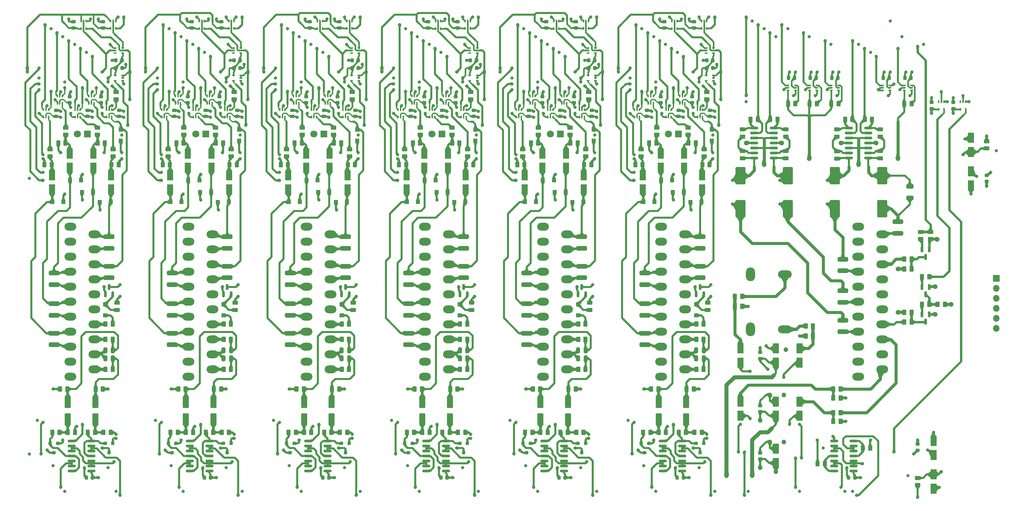
<source format=gbl>
G04 #@! TF.GenerationSoftware,KiCad,Pcbnew,8.0.8-2.fc41*
G04 #@! TF.CreationDate,2025-02-05T21:45:10+00:00*
G04 #@! TF.ProjectId,SCART_switcher,53434152-545f-4737-9769-74636865722e,rev?*
G04 #@! TF.SameCoordinates,Original*
G04 #@! TF.FileFunction,Copper,L4,Bot*
G04 #@! TF.FilePolarity,Positive*
%FSLAX46Y46*%
G04 Gerber Fmt 4.6, Leading zero omitted, Abs format (unit mm)*
G04 Created by KiCad (PCBNEW 8.0.8-2.fc41) date 2025-02-05 21:45:10*
%MOMM*%
%LPD*%
G01*
G04 APERTURE LIST*
G04 Aperture macros list*
%AMRoundRect*
0 Rectangle with rounded corners*
0 $1 Rounding radius*
0 $2 $3 $4 $5 $6 $7 $8 $9 X,Y pos of 4 corners*
0 Add a 4 corners polygon primitive as box body*
4,1,4,$2,$3,$4,$5,$6,$7,$8,$9,$2,$3,0*
0 Add four circle primitives for the rounded corners*
1,1,$1+$1,$2,$3*
1,1,$1+$1,$4,$5*
1,1,$1+$1,$6,$7*
1,1,$1+$1,$8,$9*
0 Add four rect primitives between the rounded corners*
20,1,$1+$1,$2,$3,$4,$5,0*
20,1,$1+$1,$4,$5,$6,$7,0*
20,1,$1+$1,$6,$7,$8,$9,0*
20,1,$1+$1,$8,$9,$2,$3,0*%
G04 Aperture macros list end*
G04 #@! TA.AperFunction,ComponentPad*
%ADD10R,1.800000X1.800000*%
G04 #@! TD*
G04 #@! TA.AperFunction,ComponentPad*
%ADD11C,1.800000*%
G04 #@! TD*
G04 #@! TA.AperFunction,ComponentPad*
%ADD12O,3.000000X2.000000*%
G04 #@! TD*
G04 #@! TA.AperFunction,ComponentPad*
%ADD13O,3.500000X2.000000*%
G04 #@! TD*
G04 #@! TA.AperFunction,ComponentPad*
%ADD14O,2.300000X3.500000*%
G04 #@! TD*
G04 #@! TA.AperFunction,ComponentPad*
%ADD15R,1.700000X1.700000*%
G04 #@! TD*
G04 #@! TA.AperFunction,ComponentPad*
%ADD16O,1.700000X1.700000*%
G04 #@! TD*
G04 #@! TA.AperFunction,SMDPad,CuDef*
%ADD17RoundRect,0.250000X-0.262500X-0.450000X0.262500X-0.450000X0.262500X0.450000X-0.262500X0.450000X0*%
G04 #@! TD*
G04 #@! TA.AperFunction,SMDPad,CuDef*
%ADD18RoundRect,0.250000X-1.075000X0.312500X-1.075000X-0.312500X1.075000X-0.312500X1.075000X0.312500X0*%
G04 #@! TD*
G04 #@! TA.AperFunction,SMDPad,CuDef*
%ADD19RoundRect,0.225000X0.250000X-0.225000X0.250000X0.225000X-0.250000X0.225000X-0.250000X-0.225000X0*%
G04 #@! TD*
G04 #@! TA.AperFunction,SMDPad,CuDef*
%ADD20RoundRect,0.250000X0.262500X0.450000X-0.262500X0.450000X-0.262500X-0.450000X0.262500X-0.450000X0*%
G04 #@! TD*
G04 #@! TA.AperFunction,SMDPad,CuDef*
%ADD21RoundRect,0.250000X-0.550000X1.050000X-0.550000X-1.050000X0.550000X-1.050000X0.550000X1.050000X0*%
G04 #@! TD*
G04 #@! TA.AperFunction,SMDPad,CuDef*
%ADD22RoundRect,0.250000X0.300000X0.300000X-0.300000X0.300000X-0.300000X-0.300000X0.300000X-0.300000X0*%
G04 #@! TD*
G04 #@! TA.AperFunction,SMDPad,CuDef*
%ADD23RoundRect,0.100000X-0.100000X0.225000X-0.100000X-0.225000X0.100000X-0.225000X0.100000X0.225000X0*%
G04 #@! TD*
G04 #@! TA.AperFunction,SMDPad,CuDef*
%ADD24RoundRect,0.250000X-1.000000X1.950000X-1.000000X-1.950000X1.000000X-1.950000X1.000000X1.950000X0*%
G04 #@! TD*
G04 #@! TA.AperFunction,SMDPad,CuDef*
%ADD25RoundRect,0.100000X-0.225000X-0.100000X0.225000X-0.100000X0.225000X0.100000X-0.225000X0.100000X0*%
G04 #@! TD*
G04 #@! TA.AperFunction,SMDPad,CuDef*
%ADD26RoundRect,0.250000X0.300000X-0.300000X0.300000X0.300000X-0.300000X0.300000X-0.300000X-0.300000X0*%
G04 #@! TD*
G04 #@! TA.AperFunction,SMDPad,CuDef*
%ADD27RoundRect,0.250000X0.450000X-0.262500X0.450000X0.262500X-0.450000X0.262500X-0.450000X-0.262500X0*%
G04 #@! TD*
G04 #@! TA.AperFunction,SMDPad,CuDef*
%ADD28RoundRect,0.250000X0.550000X-1.050000X0.550000X1.050000X-0.550000X1.050000X-0.550000X-1.050000X0*%
G04 #@! TD*
G04 #@! TA.AperFunction,SMDPad,CuDef*
%ADD29RoundRect,0.200000X-0.200000X0.250000X-0.200000X-0.250000X0.200000X-0.250000X0.200000X0.250000X0*%
G04 #@! TD*
G04 #@! TA.AperFunction,SMDPad,CuDef*
%ADD30RoundRect,0.250000X0.550000X-1.250000X0.550000X1.250000X-0.550000X1.250000X-0.550000X-1.250000X0*%
G04 #@! TD*
G04 #@! TA.AperFunction,SMDPad,CuDef*
%ADD31RoundRect,0.100000X0.225000X0.100000X-0.225000X0.100000X-0.225000X-0.100000X0.225000X-0.100000X0*%
G04 #@! TD*
G04 #@! TA.AperFunction,SMDPad,CuDef*
%ADD32RoundRect,0.250000X-0.300000X-0.300000X0.300000X-0.300000X0.300000X0.300000X-0.300000X0.300000X0*%
G04 #@! TD*
G04 #@! TA.AperFunction,SMDPad,CuDef*
%ADD33RoundRect,0.225000X0.225000X0.250000X-0.225000X0.250000X-0.225000X-0.250000X0.225000X-0.250000X0*%
G04 #@! TD*
G04 #@! TA.AperFunction,SMDPad,CuDef*
%ADD34RoundRect,0.250000X0.250000X0.475000X-0.250000X0.475000X-0.250000X-0.475000X0.250000X-0.475000X0*%
G04 #@! TD*
G04 #@! TA.AperFunction,SMDPad,CuDef*
%ADD35RoundRect,0.225000X-0.250000X0.225000X-0.250000X-0.225000X0.250000X-0.225000X0.250000X0.225000X0*%
G04 #@! TD*
G04 #@! TA.AperFunction,SMDPad,CuDef*
%ADD36RoundRect,0.150000X0.825000X0.150000X-0.825000X0.150000X-0.825000X-0.150000X0.825000X-0.150000X0*%
G04 #@! TD*
G04 #@! TA.AperFunction,SMDPad,CuDef*
%ADD37RoundRect,0.250000X-0.450000X0.262500X-0.450000X-0.262500X0.450000X-0.262500X0.450000X0.262500X0*%
G04 #@! TD*
G04 #@! TA.AperFunction,SMDPad,CuDef*
%ADD38RoundRect,0.150000X0.150000X-0.587500X0.150000X0.587500X-0.150000X0.587500X-0.150000X-0.587500X0*%
G04 #@! TD*
G04 #@! TA.AperFunction,SMDPad,CuDef*
%ADD39RoundRect,0.250000X-0.300000X0.300000X-0.300000X-0.300000X0.300000X-0.300000X0.300000X0.300000X0*%
G04 #@! TD*
G04 #@! TA.AperFunction,SMDPad,CuDef*
%ADD40RoundRect,0.225000X-0.225000X-0.250000X0.225000X-0.250000X0.225000X0.250000X-0.225000X0.250000X0*%
G04 #@! TD*
G04 #@! TA.AperFunction,SMDPad,CuDef*
%ADD41RoundRect,0.150000X-0.150000X0.587500X-0.150000X-0.587500X0.150000X-0.587500X0.150000X0.587500X0*%
G04 #@! TD*
G04 #@! TA.AperFunction,SMDPad,CuDef*
%ADD42RoundRect,0.150000X-0.825000X-0.150000X0.825000X-0.150000X0.825000X0.150000X-0.825000X0.150000X0*%
G04 #@! TD*
G04 #@! TA.AperFunction,SMDPad,CuDef*
%ADD43RoundRect,0.250000X0.650000X-0.325000X0.650000X0.325000X-0.650000X0.325000X-0.650000X-0.325000X0*%
G04 #@! TD*
G04 #@! TA.AperFunction,ViaPad*
%ADD44C,0.800000*%
G04 #@! TD*
G04 #@! TA.AperFunction,ViaPad*
%ADD45C,1.200000*%
G04 #@! TD*
G04 #@! TA.AperFunction,Conductor*
%ADD46C,0.400000*%
G04 #@! TD*
G04 #@! TA.AperFunction,Conductor*
%ADD47C,0.500000*%
G04 #@! TD*
G04 #@! TA.AperFunction,Conductor*
%ADD48C,0.350000*%
G04 #@! TD*
G04 #@! TA.AperFunction,Conductor*
%ADD49C,0.600000*%
G04 #@! TD*
G04 #@! TA.AperFunction,Conductor*
%ADD50C,0.800000*%
G04 #@! TD*
G04 #@! TA.AperFunction,Conductor*
%ADD51C,1.000000*%
G04 #@! TD*
G04 APERTURE END LIST*
D10*
X30275000Y-68750000D03*
D11*
X27735000Y-68750000D03*
D12*
X25900707Y-130404293D03*
X32000707Y-128499293D03*
X25900707Y-126594293D03*
X32000707Y-124689293D03*
X25900707Y-122784293D03*
X32000707Y-120879293D03*
X25900707Y-118974293D03*
X32000707Y-117069293D03*
X25900707Y-115164293D03*
X32000707Y-113259293D03*
X25900707Y-111354293D03*
X32000707Y-109449293D03*
X25900707Y-107544293D03*
X32000707Y-105639293D03*
X25900707Y-103734293D03*
X32000707Y-101829293D03*
X25900707Y-99924293D03*
X32000707Y-98019293D03*
X25900707Y-96114293D03*
X32000707Y-94209293D03*
X25900707Y-92304293D03*
X55900707Y-130404293D03*
X62000707Y-128499293D03*
X55900707Y-126594293D03*
X62000707Y-124689293D03*
X55900707Y-122784293D03*
X62000707Y-120879293D03*
X55900707Y-118974293D03*
X62000707Y-117069293D03*
X55900707Y-115164293D03*
X62000707Y-113259293D03*
X55900707Y-111354293D03*
X62000707Y-109449293D03*
X55900707Y-107544293D03*
X62000707Y-105639293D03*
X55900707Y-103734293D03*
X62000707Y-101829293D03*
X55900707Y-99924293D03*
X62000707Y-98019293D03*
X55900707Y-96114293D03*
X62000707Y-94209293D03*
X55900707Y-92304293D03*
D10*
X180275000Y-68750000D03*
D11*
X177735000Y-68750000D03*
D12*
X175900707Y-130404293D03*
X182000707Y-128499293D03*
X175900707Y-126594293D03*
X182000707Y-124689293D03*
X175900707Y-122784293D03*
X182000707Y-120879293D03*
X175900707Y-118974293D03*
X182000707Y-117069293D03*
X175900707Y-115164293D03*
X182000707Y-113259293D03*
X175900707Y-111354293D03*
X182000707Y-109449293D03*
X175900707Y-107544293D03*
X182000707Y-105639293D03*
X175900707Y-103734293D03*
X182000707Y-101829293D03*
X175900707Y-99924293D03*
X182000707Y-98019293D03*
X175900707Y-96114293D03*
X182000707Y-94209293D03*
X175900707Y-92304293D03*
D10*
X60275000Y-68750000D03*
D11*
X57735000Y-68750000D03*
D10*
X150275000Y-68750000D03*
D11*
X147735000Y-68750000D03*
D12*
X85900707Y-130404293D03*
X92000707Y-128499293D03*
X85900707Y-126594293D03*
X92000707Y-124689293D03*
X85900707Y-122784293D03*
X92000707Y-120879293D03*
X85900707Y-118974293D03*
X92000707Y-117069293D03*
X85900707Y-115164293D03*
X92000707Y-113259293D03*
X85900707Y-111354293D03*
X92000707Y-109449293D03*
X85900707Y-107544293D03*
X92000707Y-105639293D03*
X85900707Y-103734293D03*
X92000707Y-101829293D03*
X85900707Y-99924293D03*
X92000707Y-98019293D03*
X85900707Y-96114293D03*
X92000707Y-94209293D03*
X85900707Y-92304293D03*
X115900707Y-130404293D03*
X122000707Y-128499293D03*
X115900707Y-126594293D03*
X122000707Y-124689293D03*
X115900707Y-122784293D03*
X122000707Y-120879293D03*
X115900707Y-118974293D03*
X122000707Y-117069293D03*
X115900707Y-115164293D03*
X122000707Y-113259293D03*
X115900707Y-111354293D03*
X122000707Y-109449293D03*
X115900707Y-107544293D03*
X122000707Y-105639293D03*
X115900707Y-103734293D03*
X122000707Y-101829293D03*
X115900707Y-99924293D03*
X122000707Y-98019293D03*
X115900707Y-96114293D03*
X122000707Y-94209293D03*
X115900707Y-92304293D03*
D13*
X207250707Y-118354293D03*
D14*
X198550707Y-118354293D03*
D13*
X207250707Y-104354293D03*
D14*
X198550707Y-104354293D03*
D15*
X261000000Y-105380000D03*
D16*
X261000000Y-107920000D03*
X261000000Y-110460000D03*
X261000000Y-113000000D03*
X261000000Y-115540000D03*
X261000000Y-118080000D03*
D12*
X225900707Y-130404293D03*
X232000707Y-128499293D03*
X225900707Y-126594293D03*
X232000707Y-124689293D03*
X225900707Y-122784293D03*
X232000707Y-120879293D03*
X225900707Y-118974293D03*
X232000707Y-117069293D03*
X225900707Y-115164293D03*
X232000707Y-113259293D03*
X225900707Y-111354293D03*
X232000707Y-109449293D03*
X225900707Y-107544293D03*
X232000707Y-105639293D03*
X225900707Y-103734293D03*
X232000707Y-101829293D03*
X225900707Y-99924293D03*
X232000707Y-98019293D03*
X225900707Y-96114293D03*
X232000707Y-94209293D03*
X225900707Y-92304293D03*
D10*
X120275000Y-68750000D03*
D11*
X117735000Y-68750000D03*
D10*
X90275000Y-68750000D03*
D11*
X87735000Y-68750000D03*
D12*
X145900707Y-130404293D03*
X152000707Y-128499293D03*
X145900707Y-126594293D03*
X152000707Y-124689293D03*
X145900707Y-122784293D03*
X152000707Y-120879293D03*
X145900707Y-118974293D03*
X152000707Y-117069293D03*
X145900707Y-115164293D03*
X152000707Y-113259293D03*
X145900707Y-111354293D03*
X152000707Y-109449293D03*
X145900707Y-107544293D03*
X152000707Y-105639293D03*
X145900707Y-103734293D03*
X152000707Y-101829293D03*
X145900707Y-99924293D03*
X152000707Y-98019293D03*
X145900707Y-96114293D03*
X152000707Y-94209293D03*
X145900707Y-92304293D03*
D17*
X186337500Y-76500000D03*
X188162500Y-76500000D03*
X219587500Y-135750000D03*
X221412500Y-135750000D03*
D18*
X35750000Y-102337500D03*
X35750000Y-105262500D03*
D19*
X176750000Y-41775000D03*
X176750000Y-40225000D03*
D20*
X175162500Y-133500000D03*
X173337500Y-133500000D03*
D21*
X66250000Y-79200000D03*
X66250000Y-82800000D03*
D22*
X181650000Y-83500000D03*
X178850000Y-83500000D03*
D20*
X114662500Y-71000000D03*
X112837500Y-71000000D03*
D23*
X19100000Y-62550000D03*
X19750000Y-62550000D03*
X20400000Y-62550000D03*
X20400000Y-64450000D03*
X19750000Y-64450000D03*
X19100000Y-64450000D03*
D22*
X156150000Y-86000000D03*
X153350000Y-86000000D03*
D17*
X94837500Y-128500000D03*
X96662500Y-128500000D03*
D21*
X85750000Y-73700000D03*
X85750000Y-77300000D03*
D24*
X232000000Y-79300000D03*
X232000000Y-87700000D03*
D25*
X219050000Y-57650000D03*
X219050000Y-57000000D03*
X219050000Y-56350000D03*
X220950000Y-56350000D03*
X220950000Y-57000000D03*
X220950000Y-57650000D03*
D26*
X64750000Y-114800000D03*
X64750000Y-112000000D03*
D19*
X172250000Y-64275000D03*
X172250000Y-62725000D03*
D17*
X184837500Y-120900000D03*
X186662500Y-120900000D03*
D27*
X244250000Y-95412500D03*
X244250000Y-93587500D03*
D19*
X146750000Y-41775000D03*
X146750000Y-40225000D03*
D28*
X196000000Y-140300000D03*
X196000000Y-136700000D03*
D23*
X112600000Y-59050000D03*
X113250000Y-59050000D03*
X113900000Y-59050000D03*
X113900000Y-60950000D03*
X113250000Y-60950000D03*
X112600000Y-60950000D03*
D29*
X154800000Y-147300000D03*
X156700000Y-147300000D03*
X155750000Y-149700000D03*
D20*
X55162500Y-133500000D03*
X53337500Y-133500000D03*
D23*
X117100000Y-62550000D03*
X117750000Y-62550000D03*
X118400000Y-62550000D03*
X118400000Y-64450000D03*
X117750000Y-64450000D03*
X117100000Y-64450000D03*
D17*
X182837500Y-71000000D03*
X184662500Y-71000000D03*
D20*
X62162500Y-144500000D03*
X60337500Y-144500000D03*
D17*
X34837500Y-117000000D03*
X36662500Y-117000000D03*
D21*
X55750000Y-73700000D03*
X55750000Y-77300000D03*
D18*
X81750000Y-111837500D03*
X81750000Y-114762500D03*
D20*
X145162500Y-133500000D03*
X143337500Y-133500000D03*
D30*
X55250000Y-141200000D03*
X55250000Y-136800000D03*
D31*
X189200000Y-53850000D03*
X189200000Y-54500000D03*
X189200000Y-55150000D03*
X187300000Y-55150000D03*
X187300000Y-53850000D03*
D19*
X150250000Y-64275000D03*
X150250000Y-62725000D03*
D32*
X51350000Y-86000000D03*
X54150000Y-86000000D03*
D17*
X62337500Y-133500000D03*
X64162500Y-133500000D03*
D19*
X30250000Y-64275000D03*
X30250000Y-62725000D03*
D20*
X53162500Y-144500000D03*
X51337500Y-144500000D03*
D17*
X64837500Y-120900000D03*
X66662500Y-120900000D03*
X122337500Y-133500000D03*
X124162500Y-133500000D03*
X154337500Y-144500000D03*
X156162500Y-144500000D03*
D18*
X21750000Y-104037500D03*
X21750000Y-106962500D03*
X141750000Y-119337500D03*
X141750000Y-122262500D03*
D17*
X62837500Y-71000000D03*
X64662500Y-71000000D03*
D20*
X111162500Y-76500000D03*
X109337500Y-76500000D03*
D30*
X62250000Y-141200000D03*
X62250000Y-136800000D03*
D33*
X121525000Y-156000000D03*
X119975000Y-156000000D03*
D19*
X22250000Y-64275000D03*
X22250000Y-62725000D03*
D21*
X151750000Y-73700000D03*
X151750000Y-77300000D03*
D20*
X209912500Y-61000000D03*
X208087500Y-61000000D03*
D23*
X150600000Y-59050000D03*
X151250000Y-59050000D03*
X151900000Y-59050000D03*
X151900000Y-60950000D03*
X151250000Y-60950000D03*
X150600000Y-60950000D03*
D20*
X239412500Y-114000000D03*
X237587500Y-114000000D03*
X173162500Y-144500000D03*
X171337500Y-144500000D03*
D25*
X97300000Y-48150000D03*
X97300000Y-47500000D03*
X97300000Y-46850000D03*
X99200000Y-46850000D03*
X99200000Y-48150000D03*
D20*
X243912500Y-105000000D03*
X242087500Y-105000000D03*
X152162500Y-144500000D03*
X150337500Y-144500000D03*
D34*
X156700000Y-125700000D03*
X154800000Y-125700000D03*
D35*
X241000000Y-147500000D03*
X241000000Y-149050000D03*
D19*
X184250000Y-41775000D03*
X184250000Y-40225000D03*
D25*
X187300000Y-48150000D03*
X187300000Y-47500000D03*
X187300000Y-46850000D03*
X189200000Y-46850000D03*
X189200000Y-48150000D03*
D20*
X51162500Y-76500000D03*
X49337500Y-76500000D03*
D21*
X141250000Y-79200000D03*
X141250000Y-82800000D03*
D30*
X115250000Y-141200000D03*
X115250000Y-136800000D03*
X122250000Y-141200000D03*
X122250000Y-136800000D03*
D21*
X121750000Y-73700000D03*
X121750000Y-77300000D03*
D36*
X228475000Y-67190000D03*
X228475000Y-68460000D03*
X228475000Y-69730000D03*
X228475000Y-71000000D03*
X228475000Y-72270000D03*
X228475000Y-73540000D03*
X228475000Y-74810000D03*
X223525000Y-74810000D03*
X223525000Y-73540000D03*
X223525000Y-72270000D03*
X223525000Y-71000000D03*
X223525000Y-69730000D03*
X223525000Y-68460000D03*
X223525000Y-67190000D03*
D23*
X30600000Y-59050000D03*
X31250000Y-59050000D03*
X31900000Y-59050000D03*
X31900000Y-60950000D03*
X31250000Y-60950000D03*
X30600000Y-60950000D03*
D20*
X24662500Y-71000000D03*
X22837500Y-71000000D03*
D27*
X97750000Y-113412500D03*
X97750000Y-111587500D03*
D33*
X61525000Y-156000000D03*
X59975000Y-156000000D03*
D23*
X65100000Y-62550000D03*
X65750000Y-62550000D03*
X66400000Y-62550000D03*
X66400000Y-64450000D03*
X65750000Y-64450000D03*
X65100000Y-64450000D03*
D27*
X187500000Y-59912500D03*
X187500000Y-58087500D03*
D26*
X34750000Y-114800000D03*
X34750000Y-112000000D03*
D23*
X96100000Y-40000000D03*
X96750000Y-40000000D03*
X97400000Y-40000000D03*
X97400000Y-41900000D03*
X96100000Y-41900000D03*
D17*
X94837500Y-117000000D03*
X96662500Y-117000000D03*
D33*
X233775000Y-54500000D03*
X232225000Y-54500000D03*
D20*
X171162500Y-76500000D03*
X169337500Y-76500000D03*
X239412500Y-61000000D03*
X237587500Y-61000000D03*
D19*
X128250000Y-64275000D03*
X128250000Y-62725000D03*
D23*
X126100000Y-40000000D03*
X126750000Y-40000000D03*
X127400000Y-40000000D03*
X127400000Y-41900000D03*
X126100000Y-41900000D03*
D30*
X25250000Y-141200000D03*
X25250000Y-136800000D03*
D37*
X231500000Y-73087500D03*
X231500000Y-74912500D03*
X196500000Y-67587500D03*
X196500000Y-69412500D03*
D38*
X186700000Y-109437500D03*
X184800000Y-109437500D03*
X185750000Y-107562500D03*
D22*
X151650000Y-83500000D03*
X148850000Y-83500000D03*
D38*
X96700000Y-109437500D03*
X94800000Y-109437500D03*
X95750000Y-107562500D03*
D17*
X145250000Y-144500000D03*
X147075000Y-144500000D03*
D34*
X66700000Y-125700000D03*
X64800000Y-125700000D03*
X186700000Y-125700000D03*
X184800000Y-125700000D03*
D19*
X258500000Y-80775000D03*
X258500000Y-79225000D03*
X188250000Y-64275000D03*
X188250000Y-62725000D03*
D24*
X208000000Y-79300000D03*
X208000000Y-87700000D03*
D27*
X127750000Y-113412500D03*
X127750000Y-111587500D03*
D19*
X90250000Y-64275000D03*
X90250000Y-62725000D03*
D17*
X34337500Y-144500000D03*
X36162500Y-144500000D03*
X194587500Y-110000000D03*
X196412500Y-110000000D03*
D23*
X109100000Y-62550000D03*
X109750000Y-62550000D03*
X110400000Y-62550000D03*
X110400000Y-64450000D03*
X109750000Y-64450000D03*
X109100000Y-64450000D03*
D17*
X126337500Y-76500000D03*
X128162500Y-76500000D03*
D19*
X250000000Y-62275000D03*
X250000000Y-60725000D03*
D23*
X172600000Y-59050000D03*
X173250000Y-59050000D03*
X173900000Y-59050000D03*
X173900000Y-60950000D03*
X173250000Y-60950000D03*
X172600000Y-60950000D03*
D18*
X65750000Y-102337500D03*
X65750000Y-105262500D03*
D17*
X34837500Y-120900000D03*
X36662500Y-120900000D03*
D24*
X220000000Y-79300000D03*
X220000000Y-87700000D03*
D27*
X182750000Y-68912500D03*
X182750000Y-67087500D03*
D21*
X81250000Y-79200000D03*
X81250000Y-82800000D03*
D17*
X219587500Y-133500000D03*
X221412500Y-133500000D03*
D19*
X25750000Y-60775000D03*
X25750000Y-59225000D03*
D38*
X156700000Y-109437500D03*
X154800000Y-109437500D03*
X155750000Y-107562500D03*
D29*
X184800000Y-147300000D03*
X186700000Y-147300000D03*
X185750000Y-149700000D03*
D17*
X94837500Y-120900000D03*
X96662500Y-120900000D03*
D23*
X87100000Y-62550000D03*
X87750000Y-62550000D03*
X88400000Y-62550000D03*
X88400000Y-64450000D03*
X87750000Y-64450000D03*
X87100000Y-64450000D03*
D20*
X84662500Y-71000000D03*
X82837500Y-71000000D03*
D39*
X38750000Y-67600000D03*
X38750000Y-70400000D03*
D38*
X36700000Y-109437500D03*
X34800000Y-109437500D03*
X35750000Y-107562500D03*
D18*
X95750000Y-94837500D03*
X95750000Y-97762500D03*
D20*
X247912500Y-112000000D03*
X246087500Y-112000000D03*
D17*
X32337500Y-133500000D03*
X34162500Y-133500000D03*
D22*
X31650000Y-83500000D03*
X28850000Y-83500000D03*
D17*
X203587500Y-65000000D03*
X205412500Y-65000000D03*
X124837500Y-117000000D03*
X126662500Y-117000000D03*
X175250000Y-144500000D03*
X177075000Y-144500000D03*
D18*
X171750000Y-111837500D03*
X171750000Y-114762500D03*
D29*
X110800000Y-147300000D03*
X112700000Y-147300000D03*
X111750000Y-149700000D03*
D28*
X254500000Y-81800000D03*
X254500000Y-78200000D03*
D39*
X158750000Y-67600000D03*
X158750000Y-70400000D03*
D17*
X152837500Y-71000000D03*
X154662500Y-71000000D03*
D19*
X68250000Y-64275000D03*
X68250000Y-62725000D03*
D17*
X34837500Y-128500000D03*
X36662500Y-128500000D03*
D34*
X66700000Y-123700000D03*
X64800000Y-123700000D03*
D23*
X95100000Y-62550000D03*
X95750000Y-62550000D03*
X96400000Y-62550000D03*
X96400000Y-64450000D03*
X95750000Y-64450000D03*
X95100000Y-64450000D03*
D18*
X236000000Y-91037500D03*
X236000000Y-93962500D03*
D23*
X120600000Y-59050000D03*
X121250000Y-59050000D03*
X121900000Y-59050000D03*
X121900000Y-60950000D03*
X121250000Y-60950000D03*
X120600000Y-60950000D03*
D37*
X220500000Y-73175000D03*
X220500000Y-75000000D03*
D19*
X142250000Y-64275000D03*
X142250000Y-62725000D03*
D18*
X35750000Y-94837500D03*
X35750000Y-97762500D03*
D17*
X64337500Y-144500000D03*
X66162500Y-144500000D03*
D27*
X140750000Y-74412500D03*
X140750000Y-72587500D03*
D20*
X243912500Y-112000000D03*
X242087500Y-112000000D03*
D18*
X125750000Y-94837500D03*
X125750000Y-97762500D03*
D17*
X227587500Y-65000000D03*
X229412500Y-65000000D03*
D27*
X186750000Y-74412500D03*
X186750000Y-72587500D03*
X37750000Y-113412500D03*
X37750000Y-111587500D03*
D20*
X217412500Y-152500000D03*
X215587500Y-152500000D03*
D18*
X111750000Y-104037500D03*
X111750000Y-106962500D03*
D22*
X36150000Y-86000000D03*
X33350000Y-86000000D03*
D27*
X187750000Y-113412500D03*
X187750000Y-111587500D03*
D19*
X112250000Y-64275000D03*
X112250000Y-62725000D03*
D20*
X182162500Y-144500000D03*
X180337500Y-144500000D03*
D25*
X213550000Y-57650000D03*
X213550000Y-57000000D03*
X213550000Y-56350000D03*
X215450000Y-56350000D03*
X215450000Y-57000000D03*
X215450000Y-57650000D03*
D23*
X169100000Y-62550000D03*
X169750000Y-62550000D03*
X170400000Y-62550000D03*
X170400000Y-64450000D03*
X169750000Y-64450000D03*
X169100000Y-64450000D03*
D33*
X99025000Y-50000000D03*
X97475000Y-50000000D03*
D27*
X80750000Y-74412500D03*
X80750000Y-72587500D03*
D21*
X25750000Y-73700000D03*
X25750000Y-77300000D03*
D33*
X31525000Y-156000000D03*
X29975000Y-156000000D03*
D19*
X26750000Y-41775000D03*
X26750000Y-40225000D03*
D27*
X67750000Y-113412500D03*
X67750000Y-111587500D03*
D23*
X88600000Y-40050000D03*
X89250000Y-40050000D03*
X89900000Y-40050000D03*
X89900000Y-41950000D03*
X88600000Y-41950000D03*
D37*
X241750000Y-93587500D03*
X241750000Y-95412500D03*
D28*
X211000000Y-126800000D03*
X211000000Y-123200000D03*
D21*
X61750000Y-73700000D03*
X61750000Y-77300000D03*
D20*
X115162500Y-133500000D03*
X113337500Y-133500000D03*
D33*
X220775000Y-54500000D03*
X219225000Y-54500000D03*
D23*
X35100000Y-62550000D03*
X35750000Y-62550000D03*
X36400000Y-62550000D03*
X36400000Y-64450000D03*
X35750000Y-64450000D03*
X35100000Y-64450000D03*
D40*
X67475000Y-52000000D03*
X69025000Y-52000000D03*
D30*
X145250000Y-141200000D03*
X145250000Y-136800000D03*
X92250000Y-141200000D03*
X92250000Y-136800000D03*
D18*
X81750000Y-119337500D03*
X81750000Y-122262500D03*
D21*
X51250000Y-79200000D03*
X51250000Y-82800000D03*
D28*
X205000000Y-140300000D03*
X205000000Y-136700000D03*
D33*
X181525000Y-156000000D03*
X179975000Y-156000000D03*
D27*
X157750000Y-113412500D03*
X157750000Y-111587500D03*
D28*
X254500000Y-73300000D03*
X254500000Y-69700000D03*
D27*
X20750000Y-74412500D03*
X20750000Y-72587500D03*
D20*
X32162500Y-144500000D03*
X30337500Y-144500000D03*
D41*
X242050000Y-107562500D03*
X243950000Y-107562500D03*
X243000000Y-109437500D03*
D20*
X143162500Y-144500000D03*
X141337500Y-144500000D03*
D34*
X186700000Y-123700000D03*
X184800000Y-123700000D03*
D42*
X56275000Y-154310000D03*
X56275000Y-153040000D03*
X56275000Y-151770000D03*
X56275000Y-150500000D03*
X56275000Y-149230000D03*
X56275000Y-147960000D03*
X56275000Y-146690000D03*
X61225000Y-146690000D03*
X61225000Y-147960000D03*
X61225000Y-149230000D03*
X61225000Y-150500000D03*
X61225000Y-151770000D03*
X61225000Y-153040000D03*
X61225000Y-154310000D03*
D32*
X145850000Y-80500000D03*
X148650000Y-80500000D03*
D25*
X37300000Y-48150000D03*
X37300000Y-47500000D03*
X37300000Y-46850000D03*
X39200000Y-46850000D03*
X39200000Y-48150000D03*
D31*
X159200000Y-53850000D03*
X159200000Y-54500000D03*
X159200000Y-55150000D03*
X157300000Y-55150000D03*
X157300000Y-53850000D03*
D27*
X144750000Y-68912500D03*
X144750000Y-67087500D03*
D23*
X28600000Y-40050000D03*
X29250000Y-40050000D03*
X29900000Y-40050000D03*
X29900000Y-41950000D03*
X28600000Y-41950000D03*
D17*
X25250000Y-144500000D03*
X27075000Y-144500000D03*
D23*
X27100000Y-62550000D03*
X27750000Y-62550000D03*
X28400000Y-62550000D03*
X28400000Y-64450000D03*
X27750000Y-64450000D03*
X27100000Y-64450000D03*
D20*
X25162500Y-133500000D03*
X23337500Y-133500000D03*
D29*
X20800000Y-147300000D03*
X22700000Y-147300000D03*
X21750000Y-149700000D03*
D19*
X145750000Y-60775000D03*
X145750000Y-59225000D03*
D33*
X209775000Y-54500000D03*
X208225000Y-54500000D03*
D32*
X175850000Y-80500000D03*
X178650000Y-80500000D03*
D19*
X116750000Y-41775000D03*
X116750000Y-40225000D03*
D23*
X185100000Y-62550000D03*
X185750000Y-62550000D03*
X186400000Y-62550000D03*
X186400000Y-64450000D03*
X185750000Y-64450000D03*
X185100000Y-64450000D03*
D27*
X110750000Y-74412500D03*
X110750000Y-72587500D03*
D22*
X126150000Y-86000000D03*
X123350000Y-86000000D03*
D27*
X152750000Y-68912500D03*
X152750000Y-67087500D03*
D39*
X128750000Y-67600000D03*
X128750000Y-70400000D03*
D21*
X175750000Y-73700000D03*
X175750000Y-77300000D03*
D25*
X157300000Y-48150000D03*
X157300000Y-47500000D03*
X157300000Y-46850000D03*
X159200000Y-46850000D03*
X159200000Y-48150000D03*
D27*
X126750000Y-74412500D03*
X126750000Y-72587500D03*
D22*
X91650000Y-83500000D03*
X88850000Y-83500000D03*
D17*
X184837500Y-117000000D03*
X186662500Y-117000000D03*
D20*
X214412500Y-120000000D03*
X212587500Y-120000000D03*
D17*
X55250000Y-144500000D03*
X57075000Y-144500000D03*
D20*
X23162500Y-144500000D03*
X21337500Y-144500000D03*
D21*
X156250000Y-79200000D03*
X156250000Y-82800000D03*
D17*
X64837500Y-128500000D03*
X66662500Y-128500000D03*
D18*
X21750000Y-119337500D03*
X21750000Y-122262500D03*
D23*
X125100000Y-62550000D03*
X125750000Y-62550000D03*
X126400000Y-62550000D03*
X126400000Y-64450000D03*
X125750000Y-64450000D03*
X125100000Y-64450000D03*
D26*
X124750000Y-114800000D03*
X124750000Y-112000000D03*
D32*
X25850000Y-80500000D03*
X28650000Y-80500000D03*
D25*
X127300000Y-48150000D03*
X127300000Y-47500000D03*
X127300000Y-46850000D03*
X129200000Y-46850000D03*
X129200000Y-48150000D03*
D40*
X187475000Y-52000000D03*
X189025000Y-52000000D03*
D17*
X152337500Y-133500000D03*
X154162500Y-133500000D03*
D23*
X58600000Y-40050000D03*
X59250000Y-40050000D03*
X59900000Y-40050000D03*
X59900000Y-41950000D03*
X58600000Y-41950000D03*
D27*
X157500000Y-59912500D03*
X157500000Y-58087500D03*
D23*
X139100000Y-62550000D03*
X139750000Y-62550000D03*
X140400000Y-62550000D03*
X140400000Y-64450000D03*
X139750000Y-64450000D03*
X139100000Y-64450000D03*
D19*
X158250000Y-64275000D03*
X158250000Y-62725000D03*
D18*
X185750000Y-94837500D03*
X185750000Y-97762500D03*
D29*
X170800000Y-147300000D03*
X172700000Y-147300000D03*
X171750000Y-149700000D03*
D33*
X189025000Y-50000000D03*
X187475000Y-50000000D03*
D30*
X182250000Y-141200000D03*
X182250000Y-136800000D03*
D32*
X141350000Y-86000000D03*
X144150000Y-86000000D03*
D29*
X94800000Y-147300000D03*
X96700000Y-147300000D03*
X95750000Y-149700000D03*
D25*
X67300000Y-48150000D03*
X67300000Y-47500000D03*
X67300000Y-46850000D03*
X69200000Y-46850000D03*
X69200000Y-48150000D03*
D40*
X127475000Y-52000000D03*
X129025000Y-52000000D03*
D32*
X171350000Y-86000000D03*
X174150000Y-86000000D03*
D23*
X60600000Y-59050000D03*
X61250000Y-59050000D03*
X61900000Y-59050000D03*
X61900000Y-60950000D03*
X61250000Y-60950000D03*
X60600000Y-60950000D03*
D33*
X69025000Y-50000000D03*
X67475000Y-50000000D03*
D42*
X176275000Y-154310000D03*
X176275000Y-153040000D03*
X176275000Y-151770000D03*
X176275000Y-150500000D03*
X176275000Y-149230000D03*
X176275000Y-147960000D03*
X176275000Y-146690000D03*
X181225000Y-146690000D03*
X181225000Y-147960000D03*
X181225000Y-149230000D03*
X181225000Y-150500000D03*
X181225000Y-151770000D03*
X181225000Y-153040000D03*
X181225000Y-154310000D03*
D20*
X144662500Y-71000000D03*
X142837500Y-71000000D03*
D27*
X67500000Y-59912500D03*
X67500000Y-58087500D03*
D40*
X157475000Y-52000000D03*
X159025000Y-52000000D03*
D17*
X32837500Y-71000000D03*
X34662500Y-71000000D03*
D23*
X148600000Y-40050000D03*
X149250000Y-40050000D03*
X149900000Y-40050000D03*
X149900000Y-41950000D03*
X148600000Y-41950000D03*
D21*
X96250000Y-79200000D03*
X96250000Y-82800000D03*
D22*
X66150000Y-86000000D03*
X63350000Y-86000000D03*
D17*
X219587500Y-139500000D03*
X221412500Y-139500000D03*
D29*
X34800000Y-147300000D03*
X36700000Y-147300000D03*
X35750000Y-149700000D03*
D18*
X81750000Y-104037500D03*
X81750000Y-106962500D03*
X111750000Y-119337500D03*
X111750000Y-122262500D03*
D17*
X124337500Y-144500000D03*
X126162500Y-144500000D03*
D23*
X118600000Y-40050000D03*
X119250000Y-40050000D03*
X119900000Y-40050000D03*
X119900000Y-41950000D03*
X118600000Y-41950000D03*
D22*
X186150000Y-86000000D03*
X183350000Y-86000000D03*
D18*
X125750000Y-102337500D03*
X125750000Y-105262500D03*
D19*
X64250000Y-41775000D03*
X64250000Y-40225000D03*
D27*
X66750000Y-74412500D03*
X66750000Y-72587500D03*
D20*
X200412500Y-65000000D03*
X198587500Y-65000000D03*
D27*
X127500000Y-59912500D03*
X127500000Y-58087500D03*
D17*
X194587500Y-112500000D03*
X196412500Y-112500000D03*
D20*
X220912500Y-61000000D03*
X219087500Y-61000000D03*
D31*
X39200000Y-53850000D03*
X39200000Y-54500000D03*
X39200000Y-55150000D03*
X37300000Y-55150000D03*
X37300000Y-53850000D03*
D28*
X205000000Y-126800000D03*
X205000000Y-123200000D03*
D18*
X155750000Y-102337500D03*
X155750000Y-105262500D03*
D34*
X126700000Y-125700000D03*
X124800000Y-125700000D03*
D21*
X171250000Y-79200000D03*
X171250000Y-82800000D03*
D40*
X37475000Y-52000000D03*
X39025000Y-52000000D03*
D43*
X239000000Y-84975000D03*
X239000000Y-82025000D03*
D23*
X49100000Y-62550000D03*
X49750000Y-62550000D03*
X50400000Y-62550000D03*
X50400000Y-64450000D03*
X49750000Y-64450000D03*
X49100000Y-64450000D03*
D20*
X21162500Y-76500000D03*
X19337500Y-76500000D03*
D27*
X174750000Y-68912500D03*
X174750000Y-67087500D03*
D17*
X154837500Y-117000000D03*
X156662500Y-117000000D03*
D19*
X52250000Y-64275000D03*
X52250000Y-62725000D03*
D27*
X96750000Y-74412500D03*
X96750000Y-72587500D03*
D19*
X60250000Y-64275000D03*
X60250000Y-62725000D03*
D18*
X111750000Y-111837500D03*
X111750000Y-114762500D03*
D17*
X124837500Y-128500000D03*
X126662500Y-128500000D03*
D37*
X207500000Y-73087500D03*
X207500000Y-74912500D03*
D18*
X171750000Y-104037500D03*
X171750000Y-106962500D03*
D21*
X245000000Y-146700000D03*
X245000000Y-150300000D03*
D23*
X82600000Y-59050000D03*
X83250000Y-59050000D03*
X83900000Y-59050000D03*
X83900000Y-60950000D03*
X83250000Y-60950000D03*
X82600000Y-60950000D03*
D19*
X85750000Y-60775000D03*
X85750000Y-59225000D03*
D27*
X170750000Y-74412500D03*
X170750000Y-72587500D03*
D41*
X242050000Y-114562500D03*
X243950000Y-114562500D03*
X243000000Y-116437500D03*
D34*
X96700000Y-125700000D03*
X94800000Y-125700000D03*
D32*
X81350000Y-86000000D03*
X84150000Y-86000000D03*
D37*
X196500000Y-73087500D03*
X196500000Y-74912500D03*
D34*
X156700000Y-123700000D03*
X154800000Y-123700000D03*
D18*
X21750000Y-111837500D03*
X21750000Y-114762500D03*
D30*
X85250000Y-141200000D03*
X85250000Y-136800000D03*
D21*
X36250000Y-79200000D03*
X36250000Y-82800000D03*
D19*
X183750000Y-60775000D03*
X183750000Y-59225000D03*
D17*
X154837500Y-128500000D03*
X156662500Y-128500000D03*
D25*
X208050000Y-57650000D03*
X208050000Y-57000000D03*
X208050000Y-56350000D03*
X209950000Y-56350000D03*
X209950000Y-57000000D03*
X209950000Y-57650000D03*
D32*
X55850000Y-80500000D03*
X58650000Y-80500000D03*
D27*
X114750000Y-68912500D03*
X114750000Y-67087500D03*
D29*
X140800000Y-147300000D03*
X142700000Y-147300000D03*
X141750000Y-149700000D03*
D34*
X36700000Y-123700000D03*
X34800000Y-123700000D03*
D30*
X152250000Y-141200000D03*
X152250000Y-136800000D03*
D20*
X92162500Y-144500000D03*
X90337500Y-144500000D03*
D27*
X122750000Y-68912500D03*
X122750000Y-67087500D03*
D21*
X245000000Y-155200000D03*
X245000000Y-158800000D03*
D23*
X66100000Y-40000000D03*
X66750000Y-40000000D03*
X67400000Y-40000000D03*
X67400000Y-41900000D03*
X66100000Y-41900000D03*
D32*
X115850000Y-80500000D03*
X118650000Y-80500000D03*
D29*
X80800000Y-147300000D03*
X82700000Y-147300000D03*
X81750000Y-149700000D03*
D37*
X258500000Y-70587500D03*
X258500000Y-72412500D03*
D42*
X146275000Y-154310000D03*
X146275000Y-153040000D03*
X146275000Y-151770000D03*
X146275000Y-150500000D03*
X146275000Y-149230000D03*
X146275000Y-147960000D03*
X146275000Y-146690000D03*
X151225000Y-146690000D03*
X151225000Y-147960000D03*
X151225000Y-149230000D03*
X151225000Y-150500000D03*
X151225000Y-151770000D03*
X151225000Y-153040000D03*
X151225000Y-154310000D03*
D30*
X175250000Y-141200000D03*
X175250000Y-136800000D03*
D20*
X113162500Y-144500000D03*
X111337500Y-144500000D03*
D25*
X237550000Y-57650000D03*
X237550000Y-57000000D03*
X237550000Y-56350000D03*
X239450000Y-56350000D03*
X239450000Y-57000000D03*
X239450000Y-57650000D03*
D19*
X244500000Y-62275000D03*
X244500000Y-60725000D03*
D33*
X129025000Y-50000000D03*
X127475000Y-50000000D03*
X159025000Y-50000000D03*
X157475000Y-50000000D03*
D19*
X38250000Y-64275000D03*
X38250000Y-62725000D03*
D18*
X51750000Y-104037500D03*
X51750000Y-106962500D03*
D34*
X96700000Y-123700000D03*
X94800000Y-123700000D03*
D21*
X21250000Y-79200000D03*
X21250000Y-82800000D03*
D18*
X141750000Y-111837500D03*
X141750000Y-114762500D03*
D17*
X219587500Y-141750000D03*
X221412500Y-141750000D03*
D19*
X120250000Y-64275000D03*
X120250000Y-62725000D03*
D32*
X21350000Y-86000000D03*
X24150000Y-86000000D03*
D27*
X62750000Y-68912500D03*
X62750000Y-67087500D03*
D23*
X52600000Y-59050000D03*
X53250000Y-59050000D03*
X53900000Y-59050000D03*
X53900000Y-60950000D03*
X53250000Y-60950000D03*
X52600000Y-60950000D03*
D42*
X86275000Y-154310000D03*
X86275000Y-153040000D03*
X86275000Y-151770000D03*
X86275000Y-150500000D03*
X86275000Y-149230000D03*
X86275000Y-147960000D03*
X86275000Y-146690000D03*
X91225000Y-146690000D03*
X91225000Y-147960000D03*
X91225000Y-149230000D03*
X91225000Y-150500000D03*
X91225000Y-151770000D03*
X91225000Y-153040000D03*
X91225000Y-154310000D03*
D28*
X196000000Y-126800000D03*
X196000000Y-123200000D03*
D36*
X204475000Y-67190000D03*
X204475000Y-68460000D03*
X204475000Y-69730000D03*
X204475000Y-71000000D03*
X204475000Y-72270000D03*
X204475000Y-73540000D03*
X204475000Y-74810000D03*
X199525000Y-74810000D03*
X199525000Y-73540000D03*
X199525000Y-72270000D03*
X199525000Y-71000000D03*
X199525000Y-69730000D03*
X199525000Y-68460000D03*
X199525000Y-67190000D03*
D27*
X36750000Y-74412500D03*
X36750000Y-72587500D03*
D28*
X211000000Y-140300000D03*
X211000000Y-136700000D03*
D19*
X86750000Y-41775000D03*
X86750000Y-40225000D03*
D17*
X115250000Y-144500000D03*
X117075000Y-144500000D03*
D33*
X39025000Y-50000000D03*
X37475000Y-50000000D03*
D19*
X154250000Y-41775000D03*
X154250000Y-40225000D03*
X201000000Y-151275000D03*
X201000000Y-149725000D03*
D32*
X85850000Y-80500000D03*
X88650000Y-80500000D03*
D27*
X37500000Y-59912500D03*
X37500000Y-58087500D03*
D33*
X151525000Y-156000000D03*
X149975000Y-156000000D03*
D23*
X156100000Y-40000000D03*
X156750000Y-40000000D03*
X157400000Y-40000000D03*
X157400000Y-41900000D03*
X156100000Y-41900000D03*
X90600000Y-59050000D03*
X91250000Y-59050000D03*
X91900000Y-59050000D03*
X91900000Y-60950000D03*
X91250000Y-60950000D03*
X90600000Y-60950000D03*
X180600000Y-59050000D03*
X181250000Y-59050000D03*
X181900000Y-59050000D03*
X181900000Y-60950000D03*
X181250000Y-60950000D03*
X180600000Y-60950000D03*
D33*
X215275000Y-54500000D03*
X213725000Y-54500000D03*
D29*
X124800000Y-147300000D03*
X126700000Y-147300000D03*
X125750000Y-149700000D03*
D17*
X154837500Y-120900000D03*
X156662500Y-120900000D03*
X66337500Y-76500000D03*
X68162500Y-76500000D03*
X156337500Y-76500000D03*
X158162500Y-76500000D03*
D20*
X174662500Y-71000000D03*
X172837500Y-71000000D03*
D33*
X91525000Y-156000000D03*
X89975000Y-156000000D03*
D19*
X94250000Y-41775000D03*
X94250000Y-40225000D03*
D18*
X222000000Y-100537500D03*
X222000000Y-103462500D03*
D29*
X64800000Y-147300000D03*
X66700000Y-147300000D03*
X65750000Y-149700000D03*
D19*
X175750000Y-60775000D03*
X175750000Y-59225000D03*
D31*
X99200000Y-53850000D03*
X99200000Y-54500000D03*
X99200000Y-55150000D03*
X97300000Y-55150000D03*
X97300000Y-53850000D03*
D23*
X142600000Y-59050000D03*
X143250000Y-59050000D03*
X143900000Y-59050000D03*
X143900000Y-60950000D03*
X143250000Y-60950000D03*
X142600000Y-60950000D03*
D30*
X32250000Y-141200000D03*
X32250000Y-136800000D03*
D20*
X85162500Y-133500000D03*
X83337500Y-133500000D03*
D19*
X153750000Y-60775000D03*
X153750000Y-59225000D03*
X180250000Y-64275000D03*
X180250000Y-62725000D03*
D17*
X85250000Y-144500000D03*
X87075000Y-144500000D03*
D23*
X155100000Y-62550000D03*
X155750000Y-62550000D03*
X156400000Y-62550000D03*
X156400000Y-64450000D03*
X155750000Y-64450000D03*
X155100000Y-64450000D03*
X246350000Y-60550000D03*
X247000000Y-60550000D03*
X247650000Y-60550000D03*
X247650000Y-62450000D03*
X246350000Y-62450000D03*
D18*
X51750000Y-111837500D03*
X51750000Y-114762500D03*
D26*
X94750000Y-114800000D03*
X94750000Y-112000000D03*
D25*
X232050000Y-57650000D03*
X232050000Y-57000000D03*
X232050000Y-56350000D03*
X233950000Y-56350000D03*
X233950000Y-57000000D03*
X233950000Y-57650000D03*
D27*
X156750000Y-74412500D03*
X156750000Y-72587500D03*
D40*
X97475000Y-52000000D03*
X99025000Y-52000000D03*
D37*
X207500000Y-67587500D03*
X207500000Y-69412500D03*
D20*
X239412500Y-116500000D03*
X237587500Y-116500000D03*
X239412500Y-103000000D03*
X237587500Y-103000000D03*
D21*
X31750000Y-73700000D03*
X31750000Y-77300000D03*
D17*
X64837500Y-117000000D03*
X66662500Y-117000000D03*
D19*
X98250000Y-64275000D03*
X98250000Y-62725000D03*
D24*
X196000000Y-79300000D03*
X196000000Y-87700000D03*
D18*
X185750000Y-102337500D03*
X185750000Y-105262500D03*
D21*
X115750000Y-73700000D03*
X115750000Y-77300000D03*
D27*
X54750000Y-68912500D03*
X54750000Y-67087500D03*
D28*
X205000000Y-152300000D03*
X205000000Y-148700000D03*
D19*
X63750000Y-60775000D03*
X63750000Y-59225000D03*
D17*
X184337500Y-144500000D03*
X186162500Y-144500000D03*
D23*
X36100000Y-40000000D03*
X36750000Y-40000000D03*
X37400000Y-40000000D03*
X37400000Y-41900000D03*
X36100000Y-41900000D03*
X22600000Y-59050000D03*
X23250000Y-59050000D03*
X23900000Y-59050000D03*
X23900000Y-60950000D03*
X23250000Y-60950000D03*
X22600000Y-60950000D03*
D17*
X94337500Y-144500000D03*
X96162500Y-144500000D03*
D26*
X184750000Y-114800000D03*
X184750000Y-112000000D03*
D27*
X92750000Y-68912500D03*
X92750000Y-67087500D03*
D23*
X177100000Y-62550000D03*
X177750000Y-62550000D03*
X178400000Y-62550000D03*
X178400000Y-64450000D03*
X177750000Y-64450000D03*
X177100000Y-64450000D03*
D18*
X222000000Y-116037500D03*
X222000000Y-118962500D03*
X141750000Y-104037500D03*
X141750000Y-106962500D03*
D42*
X26275000Y-154310000D03*
X26275000Y-153040000D03*
X26275000Y-151770000D03*
X26275000Y-150500000D03*
X26275000Y-149230000D03*
X26275000Y-147960000D03*
X26275000Y-146690000D03*
X31225000Y-146690000D03*
X31225000Y-147960000D03*
X31225000Y-149230000D03*
X31225000Y-150500000D03*
X31225000Y-151770000D03*
X31225000Y-153040000D03*
X31225000Y-154310000D03*
D19*
X33750000Y-60775000D03*
X33750000Y-59225000D03*
X34250000Y-41775000D03*
X34250000Y-40225000D03*
X124250000Y-41775000D03*
X124250000Y-40225000D03*
D22*
X96150000Y-86000000D03*
X93350000Y-86000000D03*
D27*
X24750000Y-68912500D03*
X24750000Y-67087500D03*
D17*
X237587500Y-100500000D03*
X239412500Y-100500000D03*
D39*
X68750000Y-67600000D03*
X68750000Y-70400000D03*
D18*
X65750000Y-94837500D03*
X65750000Y-97762500D03*
D20*
X122162500Y-144500000D03*
X120337500Y-144500000D03*
D18*
X171750000Y-119337500D03*
X171750000Y-122262500D03*
D21*
X91750000Y-73700000D03*
X91750000Y-77300000D03*
D39*
X188750000Y-67600000D03*
X188750000Y-70400000D03*
D23*
X147100000Y-62550000D03*
X147750000Y-62550000D03*
X148400000Y-62550000D03*
X148400000Y-64450000D03*
X147750000Y-64450000D03*
X147100000Y-64450000D03*
D18*
X51750000Y-119337500D03*
X51750000Y-122262500D03*
D37*
X231500000Y-67587500D03*
X231500000Y-69412500D03*
D21*
X126250000Y-79200000D03*
X126250000Y-82800000D03*
D20*
X54662500Y-71000000D03*
X52837500Y-71000000D03*
D23*
X186100000Y-40000000D03*
X186750000Y-40000000D03*
X187400000Y-40000000D03*
X187400000Y-41900000D03*
X186100000Y-41900000D03*
D22*
X61650000Y-83500000D03*
X58850000Y-83500000D03*
D17*
X36337500Y-76500000D03*
X38162500Y-76500000D03*
D37*
X220500000Y-67587500D03*
X220500000Y-69412500D03*
D41*
X242050000Y-98062500D03*
X243950000Y-98062500D03*
X243000000Y-99937500D03*
D19*
X82250000Y-64275000D03*
X82250000Y-62725000D03*
D38*
X66700000Y-109437500D03*
X64800000Y-109437500D03*
X65750000Y-107562500D03*
D20*
X81162500Y-76500000D03*
X79337500Y-76500000D03*
D19*
X201000000Y-139275000D03*
X201000000Y-137725000D03*
D20*
X214412500Y-117500000D03*
X212587500Y-117500000D03*
D27*
X32750000Y-68912500D03*
X32750000Y-67087500D03*
D26*
X154750000Y-114800000D03*
X154750000Y-112000000D03*
D34*
X36700000Y-125700000D03*
X34800000Y-125700000D03*
D19*
X56750000Y-41775000D03*
X56750000Y-40225000D03*
D20*
X224412500Y-65000000D03*
X222587500Y-65000000D03*
D19*
X201000000Y-125775000D03*
X201000000Y-124225000D03*
D20*
X141162500Y-76500000D03*
X139337500Y-76500000D03*
D19*
X55750000Y-60775000D03*
X55750000Y-59225000D03*
X93750000Y-60775000D03*
X93750000Y-59225000D03*
D17*
X92837500Y-71000000D03*
X94662500Y-71000000D03*
D38*
X126700000Y-109437500D03*
X124800000Y-109437500D03*
X125750000Y-107562500D03*
D33*
X239275000Y-54500000D03*
X237725000Y-54500000D03*
X225025000Y-156000000D03*
X223475000Y-156000000D03*
D23*
X251850000Y-60550000D03*
X252500000Y-60550000D03*
X253150000Y-60550000D03*
X253150000Y-62450000D03*
X251850000Y-62450000D03*
D21*
X181750000Y-73700000D03*
X181750000Y-77300000D03*
D17*
X227087500Y-148500000D03*
X228912500Y-148500000D03*
D27*
X50750000Y-74412500D03*
X50750000Y-72587500D03*
D32*
X111350000Y-86000000D03*
X114150000Y-86000000D03*
D27*
X241000000Y-157912500D03*
X241000000Y-156087500D03*
D19*
X123750000Y-60775000D03*
X123750000Y-59225000D03*
D17*
X96337500Y-76500000D03*
X98162500Y-76500000D03*
D18*
X222000000Y-108537500D03*
X222000000Y-111462500D03*
D42*
X116275000Y-154310000D03*
X116275000Y-153040000D03*
X116275000Y-151770000D03*
X116275000Y-150500000D03*
X116275000Y-149230000D03*
X116275000Y-147960000D03*
X116275000Y-146690000D03*
X121225000Y-146690000D03*
X121225000Y-147960000D03*
X121225000Y-149230000D03*
X121225000Y-150500000D03*
X121225000Y-151770000D03*
X121225000Y-153040000D03*
X121225000Y-154310000D03*
D23*
X178600000Y-40050000D03*
X179250000Y-40050000D03*
X179900000Y-40050000D03*
X179900000Y-41950000D03*
X178600000Y-41950000D03*
D31*
X129200000Y-53850000D03*
X129200000Y-54500000D03*
X129200000Y-55150000D03*
X127300000Y-55150000D03*
X127300000Y-53850000D03*
D39*
X98750000Y-67600000D03*
X98750000Y-70400000D03*
D23*
X57100000Y-62550000D03*
X57750000Y-62550000D03*
X58400000Y-62550000D03*
X58400000Y-64450000D03*
X57750000Y-64450000D03*
X57100000Y-64450000D03*
D17*
X184837500Y-128500000D03*
X186662500Y-128500000D03*
D34*
X126700000Y-123700000D03*
X124800000Y-123700000D03*
D31*
X69200000Y-53850000D03*
X69200000Y-54500000D03*
X69200000Y-55150000D03*
X67300000Y-55150000D03*
X67300000Y-53850000D03*
D17*
X182337500Y-133500000D03*
X184162500Y-133500000D03*
D18*
X95750000Y-102337500D03*
X95750000Y-105262500D03*
D22*
X121650000Y-83500000D03*
X118850000Y-83500000D03*
D17*
X92337500Y-133500000D03*
X94162500Y-133500000D03*
D21*
X186250000Y-79200000D03*
X186250000Y-82800000D03*
D27*
X84750000Y-68912500D03*
X84750000Y-67087500D03*
D20*
X83162500Y-144500000D03*
X81337500Y-144500000D03*
D23*
X79100000Y-62550000D03*
X79750000Y-62550000D03*
X80400000Y-62550000D03*
X80400000Y-64450000D03*
X79750000Y-64450000D03*
X79100000Y-64450000D03*
D21*
X145750000Y-73700000D03*
X145750000Y-77300000D03*
D29*
X50800000Y-147300000D03*
X52700000Y-147300000D03*
X51750000Y-149700000D03*
D20*
X215412500Y-61000000D03*
X213587500Y-61000000D03*
D18*
X155750000Y-94837500D03*
X155750000Y-97762500D03*
D17*
X122837500Y-71000000D03*
X124662500Y-71000000D03*
D42*
X219775000Y-154310000D03*
X219775000Y-153040000D03*
X219775000Y-151770000D03*
X219775000Y-150500000D03*
X219775000Y-149230000D03*
X219775000Y-147960000D03*
X219775000Y-146690000D03*
X224725000Y-146690000D03*
X224725000Y-147960000D03*
X224725000Y-149230000D03*
X224725000Y-150500000D03*
X224725000Y-151770000D03*
X224725000Y-153040000D03*
X224725000Y-154310000D03*
D21*
X111250000Y-79200000D03*
X111250000Y-82800000D03*
D17*
X124837500Y-120900000D03*
X126662500Y-120900000D03*
D27*
X97500000Y-59912500D03*
X97500000Y-58087500D03*
D19*
X115750000Y-60775000D03*
X115750000Y-59225000D03*
D44*
X35500000Y-54500000D03*
X64000000Y-62000000D03*
X94000000Y-62000000D03*
X215500000Y-53000000D03*
X129500000Y-64500000D03*
X53500000Y-64500000D03*
X45000000Y-53000000D03*
X23500000Y-64500000D03*
D45*
X246000000Y-95500000D03*
D44*
X143500000Y-64500000D03*
X258500000Y-69250000D03*
X151500000Y-64500000D03*
X184000000Y-62000000D03*
X15000000Y-52000000D03*
X234000000Y-53000000D03*
X35500000Y-55500000D03*
X121500000Y-64500000D03*
X155500000Y-55500000D03*
X189500000Y-64500000D03*
X116000000Y-62000000D03*
X69500000Y-64500000D03*
X165000000Y-53000000D03*
X250000000Y-63500000D03*
X39500000Y-64500000D03*
X31500000Y-64500000D03*
X176000000Y-62000000D03*
X26000000Y-62000000D03*
X154000000Y-62000000D03*
X125500000Y-54500000D03*
X244500000Y-63500000D03*
X15000000Y-53000000D03*
X86000000Y-62000000D03*
X99500000Y-64500000D03*
X105000000Y-53000000D03*
X95500000Y-54500000D03*
D45*
X206500000Y-71000000D03*
D44*
X165000000Y-52000000D03*
X239500000Y-53000000D03*
X185500000Y-55500000D03*
X56000000Y-62000000D03*
X135000000Y-53000000D03*
X65500000Y-54500000D03*
X181500000Y-64500000D03*
X83500000Y-64500000D03*
X75000000Y-52000000D03*
X221000000Y-53000000D03*
X146000000Y-62000000D03*
D45*
X230500000Y-71000000D03*
D44*
X124000000Y-62000000D03*
X91500000Y-64500000D03*
X185500000Y-54500000D03*
X159500000Y-64500000D03*
X34000000Y-62000000D03*
X105000000Y-52000000D03*
X210000000Y-53000000D03*
X61500000Y-64500000D03*
X113500000Y-64500000D03*
X173500000Y-64500000D03*
X65500000Y-55500000D03*
X135000000Y-52000000D03*
X75000000Y-53000000D03*
X125500000Y-55500000D03*
X45000000Y-52000000D03*
X155500000Y-54500000D03*
X95500000Y-55500000D03*
X219000000Y-46000000D03*
X83500000Y-58000000D03*
X144500000Y-159500000D03*
X51500000Y-153000000D03*
X234000000Y-40000000D03*
X84500000Y-55500000D03*
X222500000Y-159500000D03*
X156000000Y-46000000D03*
X47500000Y-141500000D03*
X126500000Y-50000000D03*
X98000000Y-39000000D03*
X96500000Y-50000000D03*
X34500000Y-107500000D03*
X174500000Y-84000000D03*
X123500000Y-88000000D03*
X159000000Y-69000000D03*
X89000000Y-142500000D03*
X240000000Y-150000000D03*
X144500000Y-84000000D03*
X121000000Y-39500000D03*
X155500000Y-153500000D03*
X21500000Y-153000000D03*
X143500000Y-63000000D03*
X184500000Y-107500000D03*
X24500000Y-84000000D03*
X31500000Y-63000000D03*
X28000000Y-61500000D03*
X99500000Y-159500000D03*
X186000000Y-46000000D03*
X36000000Y-46000000D03*
X177000000Y-46000000D03*
X66000000Y-46000000D03*
X151500000Y-63000000D03*
X23500000Y-63000000D03*
X30000000Y-48000000D03*
X202500000Y-122500000D03*
X151000000Y-39500000D03*
D45*
X245500000Y-107500000D03*
D44*
X190000000Y-51000000D03*
X179000000Y-79000000D03*
X48000000Y-54500000D03*
X39500000Y-56000000D03*
X38000000Y-39000000D03*
X211000000Y-120000000D03*
X159000000Y-73500000D03*
X178000000Y-61500000D03*
X125500000Y-153500000D03*
X29000000Y-85500000D03*
D45*
X207000000Y-135000000D03*
D44*
X171500000Y-153000000D03*
X154500000Y-107500000D03*
X36500000Y-56500000D03*
X138000000Y-54500000D03*
X53500000Y-63000000D03*
X56000000Y-58000000D03*
X151500000Y-58000000D03*
X149000000Y-142500000D03*
X94000000Y-58000000D03*
X224500000Y-159500000D03*
X129500000Y-63000000D03*
X198000000Y-112500000D03*
X173500000Y-58000000D03*
X51000000Y-42000000D03*
X243500000Y-149000000D03*
X186500000Y-50000000D03*
X78000000Y-54500000D03*
X141500000Y-133500000D03*
X128000000Y-39000000D03*
X113500000Y-63000000D03*
X113500000Y-58000000D03*
X212500000Y-57500000D03*
X77500000Y-141500000D03*
X111500000Y-153000000D03*
X26000000Y-58000000D03*
X84000000Y-44000000D03*
X114500000Y-55500000D03*
X219500000Y-53000000D03*
X238500000Y-155500000D03*
X207000000Y-57500000D03*
X156500000Y-50000000D03*
X198000000Y-159500000D03*
X208500000Y-53000000D03*
X54500000Y-84000000D03*
X80000000Y-61500000D03*
X144000000Y-44000000D03*
X24000000Y-44000000D03*
X128500000Y-110000000D03*
X59000000Y-85500000D03*
X37500000Y-159500000D03*
X50000000Y-61500000D03*
X261000000Y-73000000D03*
X174500000Y-159500000D03*
X90000000Y-48000000D03*
X39500000Y-63000000D03*
X179000000Y-142500000D03*
X24500000Y-159500000D03*
X159500000Y-56000000D03*
X186500000Y-56500000D03*
X96500000Y-56500000D03*
X86000000Y-58000000D03*
X85500000Y-39500000D03*
X223000000Y-153500000D03*
X146000000Y-58000000D03*
X38500000Y-110000000D03*
X93500000Y-88000000D03*
X65500000Y-133500000D03*
D45*
X203500000Y-135000000D03*
D44*
X81500000Y-153000000D03*
X211000000Y-159500000D03*
X246500000Y-158500000D03*
X205000000Y-44000000D03*
X159500000Y-159500000D03*
X119000000Y-79000000D03*
X120000000Y-48000000D03*
X69500000Y-56000000D03*
X201000000Y-123000000D03*
X99500000Y-56000000D03*
X180000000Y-48000000D03*
X186500000Y-61500000D03*
X91500000Y-63000000D03*
X129500000Y-56000000D03*
D45*
X207000000Y-147000000D03*
X236000000Y-114000000D03*
D44*
X137500000Y-141500000D03*
X63500000Y-88000000D03*
X69500000Y-63000000D03*
X57000000Y-46000000D03*
X188000000Y-39000000D03*
X185500000Y-133500000D03*
X160000000Y-51000000D03*
X141500000Y-153000000D03*
X189500000Y-159500000D03*
X229000000Y-48000000D03*
X23500000Y-58000000D03*
X88000000Y-61500000D03*
X155500000Y-133500000D03*
X95500000Y-133500000D03*
X126000000Y-46000000D03*
X118000000Y-61500000D03*
X111000000Y-42000000D03*
X188500000Y-110000000D03*
X20000000Y-61500000D03*
X183000000Y-39500000D03*
X143500000Y-58000000D03*
X123000000Y-39500000D03*
X144500000Y-55500000D03*
X237000000Y-44000000D03*
X95500000Y-153500000D03*
X15500000Y-80000000D03*
X242500000Y-46000000D03*
X175500000Y-39500000D03*
X59000000Y-142500000D03*
X121500000Y-58000000D03*
X232500000Y-53000000D03*
X130000000Y-51000000D03*
X66500000Y-50000000D03*
X231000000Y-57500000D03*
X55500000Y-39500000D03*
X107500000Y-141500000D03*
D45*
X221500000Y-71000000D03*
D44*
X84500000Y-159500000D03*
X99500000Y-63000000D03*
X121500000Y-63000000D03*
D45*
X203500000Y-147000000D03*
D44*
X59000000Y-79000000D03*
X154000000Y-58000000D03*
X65500000Y-153500000D03*
X174500000Y-55500000D03*
X148000000Y-61500000D03*
X183500000Y-88000000D03*
X29500000Y-153503529D03*
X145500000Y-39500000D03*
X24500000Y-55500000D03*
X236500000Y-57500000D03*
X222750000Y-135750000D03*
X81500000Y-133500000D03*
X110000000Y-61500000D03*
X217000000Y-148500000D03*
X114500000Y-159500000D03*
X235000000Y-56000000D03*
X189000000Y-73500000D03*
X256000000Y-79500000D03*
X59500000Y-153503529D03*
X189500000Y-56000000D03*
X29000000Y-142500000D03*
X34000000Y-58000000D03*
X213500000Y-44000000D03*
X119500000Y-153503529D03*
X214000000Y-53000000D03*
X81000000Y-42000000D03*
X35500000Y-133500000D03*
X129500000Y-159500000D03*
X156500000Y-56500000D03*
X226000000Y-46000000D03*
X141000000Y-42000000D03*
X33500000Y-88000000D03*
X40000000Y-51000000D03*
X53500000Y-58000000D03*
D45*
X197500000Y-71000000D03*
D44*
X39000000Y-73500000D03*
X83500000Y-63000000D03*
X171000000Y-42000000D03*
X153000000Y-39500000D03*
X117000000Y-46000000D03*
X15500000Y-150000000D03*
X208000000Y-42000000D03*
X189500000Y-63000000D03*
X68500000Y-110000000D03*
X69500000Y-159500000D03*
X96000000Y-46000000D03*
X219500000Y-145500000D03*
X116000000Y-58000000D03*
X54500000Y-159500000D03*
X33000000Y-39500000D03*
X189000000Y-69000000D03*
X36500000Y-61500000D03*
X60000000Y-48000000D03*
X25500000Y-39500000D03*
X222750000Y-141750000D03*
X179500000Y-153503529D03*
X61500000Y-63000000D03*
X129000000Y-69000000D03*
X94500000Y-107500000D03*
X89000000Y-79000000D03*
X174000000Y-44000000D03*
X167500000Y-141500000D03*
X17500000Y-141500000D03*
X100000000Y-51000000D03*
X93000000Y-39500000D03*
X147000000Y-46000000D03*
X248500000Y-60500000D03*
X54500000Y-55500000D03*
X181000000Y-39500000D03*
X99000000Y-69000000D03*
X119000000Y-85500000D03*
X66500000Y-56500000D03*
X87000000Y-46000000D03*
X250000000Y-59500000D03*
X181500000Y-63000000D03*
X21000000Y-42000000D03*
X126500000Y-56500000D03*
X150000000Y-48000000D03*
X199000000Y-40000000D03*
X156500000Y-61500000D03*
X108000000Y-54500000D03*
X64500000Y-107500000D03*
X129000000Y-73500000D03*
X114000000Y-44000000D03*
X70000000Y-51000000D03*
X259500000Y-78500000D03*
X66500000Y-61500000D03*
X202000000Y-42000000D03*
X197500000Y-60500000D03*
X31500000Y-58000000D03*
X36500000Y-50000000D03*
X168000000Y-54500000D03*
X181500000Y-58000000D03*
X218000000Y-57500000D03*
X119000000Y-142500000D03*
D45*
X236000000Y-103000000D03*
D44*
X69000000Y-69000000D03*
X176000000Y-58000000D03*
X111500000Y-133500000D03*
X149500000Y-153503529D03*
X170000000Y-61500000D03*
X35500000Y-153500000D03*
X149000000Y-79000000D03*
X51500000Y-133500000D03*
X244500000Y-59500000D03*
X68000000Y-39000000D03*
D45*
X207500000Y-123500000D03*
D44*
X171500000Y-133500000D03*
X158000000Y-39000000D03*
X149000000Y-85500000D03*
X126500000Y-61500000D03*
X99000000Y-73500000D03*
X173500000Y-63000000D03*
X29000000Y-79000000D03*
X184000000Y-58000000D03*
X115500000Y-39500000D03*
X114500000Y-84000000D03*
X140000000Y-61500000D03*
X158500000Y-110000000D03*
X54000000Y-44000000D03*
X84500000Y-84000000D03*
X96500000Y-61500000D03*
X124000000Y-58000000D03*
X21500000Y-133500000D03*
X89000000Y-85500000D03*
X58000000Y-61500000D03*
X91500000Y-58000000D03*
X98500000Y-110000000D03*
X238000000Y-53000000D03*
X253000000Y-70000000D03*
X31000000Y-39500000D03*
X61500000Y-58000000D03*
X153500000Y-88000000D03*
X124500000Y-107500000D03*
X39000000Y-69000000D03*
X61000000Y-39500000D03*
X125500000Y-133500000D03*
X18000000Y-54500000D03*
X185500000Y-153500000D03*
X179000000Y-85500000D03*
X63000000Y-39500000D03*
X89500000Y-153503529D03*
X64000000Y-58000000D03*
X91000000Y-39500000D03*
X159500000Y-63000000D03*
X254000000Y-60500000D03*
X69000000Y-73500000D03*
X27000000Y-46000000D03*
X63000000Y-156000000D03*
D45*
X201000000Y-141500000D03*
D44*
X153000000Y-156000000D03*
X33000000Y-156000000D03*
D45*
X205000000Y-154500000D03*
D44*
X93000000Y-156000000D03*
D45*
X201000000Y-153500000D03*
X199000000Y-155500000D03*
D44*
X203000000Y-128500000D03*
D45*
X192500000Y-155500000D03*
D44*
X183000000Y-156000000D03*
X123000000Y-156000000D03*
X226500000Y-156000000D03*
X241000000Y-161000000D03*
X108000000Y-57500000D03*
X159000000Y-75000000D03*
X139000000Y-75000000D03*
X21000000Y-57900000D03*
X114500000Y-57000000D03*
X54500000Y-57000000D03*
X119000000Y-57000000D03*
X141000000Y-57900000D03*
D45*
X226000000Y-76500000D03*
D44*
X79000000Y-75000000D03*
X111000000Y-57900000D03*
X18000000Y-57500000D03*
X171000000Y-57900000D03*
X79000000Y-74000000D03*
X24500000Y-57000000D03*
X168000000Y-57500000D03*
X152500000Y-57000000D03*
X124500000Y-73500000D03*
X49000000Y-75000000D03*
D45*
X202000000Y-76500000D03*
D44*
X122500000Y-57000000D03*
X144500000Y-57000000D03*
X189000000Y-75000000D03*
X62500000Y-57000000D03*
X109000000Y-74000000D03*
X23500000Y-73500000D03*
X19000000Y-75000000D03*
X109000000Y-75000000D03*
X48000000Y-57500000D03*
X139000000Y-74000000D03*
X39000000Y-75000000D03*
X169000000Y-74000000D03*
X184500000Y-73500000D03*
X59000000Y-57000000D03*
X143500000Y-73500000D03*
X83500000Y-73500000D03*
X19000000Y-74000000D03*
X53500000Y-73500000D03*
X64500000Y-73500000D03*
X149000000Y-57000000D03*
X169000000Y-75000000D03*
X179000000Y-57000000D03*
X94500000Y-73500000D03*
X49000000Y-74000000D03*
X173500000Y-73500000D03*
X254500000Y-84000000D03*
X69000000Y-75000000D03*
X92500000Y-57000000D03*
X29000000Y-57000000D03*
X81000000Y-57900000D03*
X138000000Y-57500000D03*
X89000000Y-57000000D03*
X258500000Y-82000000D03*
X182500000Y-57000000D03*
X84500000Y-57000000D03*
X154500000Y-73500000D03*
X129000000Y-75000000D03*
X78000000Y-57500000D03*
X113500000Y-73500000D03*
X99000000Y-75000000D03*
X51000000Y-57900000D03*
X34500000Y-73500000D03*
D45*
X236000000Y-75000000D03*
D44*
X174500000Y-57000000D03*
X32500000Y-57000000D03*
D45*
X213500000Y-75000000D03*
D44*
X229000000Y-146500000D03*
X67500000Y-145000000D03*
X37500000Y-146000000D03*
X177500000Y-143000000D03*
X215500000Y-146500000D03*
X37500000Y-145000000D03*
X24000000Y-146500000D03*
X27500000Y-143000000D03*
X157500000Y-145000000D03*
X147500000Y-143000000D03*
X84000000Y-146500000D03*
X174000000Y-146500000D03*
X87500000Y-143000000D03*
X97500000Y-145000000D03*
X97500000Y-146000000D03*
X144000000Y-146500000D03*
X114000000Y-146500000D03*
X157500000Y-146000000D03*
X187500000Y-146000000D03*
X67500000Y-146000000D03*
X57500000Y-143000000D03*
X245000000Y-144500000D03*
X117500000Y-143000000D03*
X54000000Y-146500000D03*
X127500000Y-146000000D03*
X127500000Y-145000000D03*
X241000000Y-146500000D03*
X187500000Y-145000000D03*
X112500000Y-43000000D03*
X142500000Y-43000000D03*
X82500000Y-43000000D03*
X22500000Y-43000000D03*
X203500000Y-43000000D03*
X212000000Y-43000000D03*
X52500000Y-43000000D03*
X172500000Y-43000000D03*
X55500000Y-45000000D03*
X145500000Y-45000000D03*
X217500000Y-45000000D03*
X85500000Y-45000000D03*
X115500000Y-45000000D03*
X175500000Y-45000000D03*
X224500000Y-45000000D03*
X25500000Y-45000000D03*
X109500000Y-41000000D03*
X200500000Y-41000000D03*
X19500000Y-41000000D03*
X79500000Y-41000000D03*
X206500000Y-41000000D03*
X169500000Y-41000000D03*
X49500000Y-41000000D03*
X139500000Y-41000000D03*
X58500000Y-47000000D03*
X118500000Y-47000000D03*
X148500000Y-47000000D03*
X236000000Y-47000000D03*
X28500000Y-47000000D03*
X178500000Y-47000000D03*
X88500000Y-47000000D03*
X227500000Y-47000000D03*
X121500000Y-49000000D03*
X181500000Y-49000000D03*
X31500000Y-49000000D03*
X91500000Y-49000000D03*
X151500000Y-49000000D03*
X230500000Y-49000000D03*
X61500000Y-49000000D03*
D45*
X245500000Y-114500000D03*
X249500000Y-112000000D03*
D44*
X34000000Y-148500000D03*
X20000000Y-149000000D03*
X158500000Y-160500000D03*
X128500000Y-160500000D03*
X188500000Y-160500000D03*
X38500000Y-160500000D03*
X68500000Y-160500000D03*
X98500000Y-160500000D03*
X197000000Y-149500000D03*
X225500000Y-160500000D03*
X197000000Y-160500000D03*
X53500000Y-158500000D03*
X221500000Y-158500000D03*
X113500000Y-158500000D03*
X210000000Y-151000000D03*
X210000000Y-158500000D03*
X83500000Y-158500000D03*
X23500000Y-158500000D03*
X173500000Y-158500000D03*
X143500000Y-158500000D03*
X19000000Y-78500000D03*
X38500000Y-107000000D03*
X18000000Y-56000000D03*
X37000000Y-152000000D03*
X40500000Y-66500000D03*
X19000000Y-80500000D03*
X18000000Y-52000000D03*
X19000000Y-142000000D03*
X18500000Y-150000000D03*
X34000000Y-53000000D03*
X26000000Y-63500000D03*
X18000000Y-63500000D03*
X41000000Y-60000000D03*
X30000000Y-60000000D03*
X41000000Y-53000000D03*
X34000000Y-63500000D03*
X22000000Y-60000000D03*
X58000000Y-39000000D03*
X65486833Y-38985508D03*
X39500000Y-39000000D03*
X252500000Y-74000000D03*
X247000000Y-154500000D03*
X208500000Y-142500000D03*
X198500000Y-141000000D03*
X198500000Y-129000000D03*
X207000000Y-130500000D03*
X206000000Y-86500000D03*
X206000000Y-80500000D03*
X218000000Y-80500000D03*
X218000000Y-86500000D03*
X194000000Y-80500000D03*
X194000000Y-86500000D03*
X64000000Y-148500000D03*
X50000000Y-149000000D03*
X94000000Y-148500000D03*
X80000000Y-149000000D03*
X124000000Y-148500000D03*
X110000000Y-149000000D03*
X140000000Y-149000000D03*
X154000000Y-148500000D03*
X184000000Y-148500000D03*
X170000000Y-149000000D03*
X227000000Y-152500000D03*
X49000000Y-78500000D03*
X48000000Y-56000000D03*
X68500000Y-107000000D03*
X79000000Y-78500000D03*
X98500000Y-107000000D03*
X78000000Y-56000000D03*
X128500000Y-107000000D03*
X108000000Y-56000000D03*
X109000000Y-78500000D03*
X139000000Y-78500000D03*
X158500000Y-107000000D03*
X138000000Y-56000000D03*
X168000000Y-56000000D03*
X188500000Y-107000000D03*
X169000000Y-78500000D03*
X67000000Y-152000000D03*
X97000000Y-152000000D03*
X127000000Y-152000000D03*
X157000000Y-152000000D03*
X187000000Y-152000000D03*
X235000000Y-149500000D03*
X70500000Y-66500000D03*
X100500000Y-66500000D03*
X130500000Y-66500000D03*
X160500000Y-66500000D03*
X190500000Y-66500000D03*
X211500000Y-151000000D03*
X211000000Y-142500000D03*
X195500000Y-149500000D03*
X196000000Y-142500000D03*
X241000000Y-46500000D03*
X49000000Y-142000000D03*
X48500000Y-150000000D03*
X49000000Y-80500000D03*
X48000000Y-52000000D03*
X79000000Y-80500000D03*
X78500000Y-150000000D03*
X79000000Y-142000000D03*
X78000000Y-52000000D03*
X109000000Y-80500000D03*
X108500000Y-150000000D03*
X109000000Y-142000000D03*
X108000000Y-52000000D03*
X139000000Y-142000000D03*
X139000000Y-80500000D03*
X138000000Y-52000000D03*
X138500000Y-150000000D03*
X168000000Y-52000000D03*
X168500000Y-150000000D03*
X169000000Y-142000000D03*
X169000000Y-80500000D03*
X60000000Y-60000000D03*
X56000000Y-63500000D03*
X71000000Y-60000000D03*
X52000000Y-60000000D03*
X48000000Y-63500000D03*
X64000000Y-63500000D03*
X71000000Y-53000000D03*
X101000000Y-53000000D03*
X90000000Y-60000000D03*
X82000000Y-60000000D03*
X78000000Y-63500000D03*
X101000000Y-60000000D03*
X86000000Y-63500000D03*
X94000000Y-63500000D03*
X120000000Y-60000000D03*
X131000000Y-53000000D03*
X124000000Y-63500000D03*
X116000000Y-63500000D03*
X112000000Y-60000000D03*
X131000000Y-60000000D03*
X108000000Y-63500000D03*
X146000000Y-63500000D03*
X161000000Y-60000000D03*
X154000000Y-63500000D03*
X150000000Y-60000000D03*
X142000000Y-60000000D03*
X138000000Y-63500000D03*
X161000000Y-53000000D03*
X184000000Y-63500000D03*
X180000000Y-60000000D03*
X168000000Y-63500000D03*
X172000000Y-60000000D03*
X191000000Y-60000000D03*
X176000000Y-63500000D03*
X191000000Y-53000000D03*
X64000000Y-53000000D03*
X69500000Y-39000000D03*
X95500000Y-39000000D03*
X88013167Y-39014492D03*
X94000000Y-53000000D03*
X125500000Y-39000000D03*
X118013167Y-39014492D03*
X99500000Y-39000000D03*
X124000000Y-53000000D03*
X155500000Y-39000000D03*
X129500000Y-39000000D03*
X148013167Y-39014492D03*
X154000000Y-53000000D03*
X178013167Y-39014492D03*
X185500000Y-39000000D03*
X159500000Y-39000000D03*
X184000000Y-53000000D03*
X215000000Y-59000000D03*
X197500000Y-59000000D03*
X189500000Y-39000000D03*
X247000000Y-58000000D03*
X209500000Y-59000000D03*
X197500000Y-39000000D03*
X220500000Y-59000000D03*
X252500000Y-59000000D03*
X233500000Y-59000000D03*
X239000000Y-59000000D03*
D46*
X157475000Y-51775000D02*
X159025000Y-50225000D01*
X209000000Y-56434878D02*
X209000000Y-55275000D01*
X175525000Y-41775000D02*
X176750000Y-41775000D01*
X156100000Y-41900000D02*
X155200000Y-41900000D01*
X177575000Y-41775000D02*
X176750000Y-41775000D01*
D47*
X45000000Y-41600000D02*
X48200000Y-38400000D01*
D46*
X69200000Y-48950000D02*
X69025000Y-49125000D01*
D48*
X187525000Y-64275000D02*
X186750000Y-63500000D01*
D46*
X97475000Y-52875000D02*
X97475000Y-52000000D01*
X37475000Y-51775000D02*
X39025000Y-50225000D01*
D48*
X114250000Y-60000000D02*
X113525000Y-60000000D01*
D46*
X244675000Y-62450000D02*
X244500000Y-62275000D01*
X28600000Y-41950000D02*
X27750000Y-41950000D01*
X209565122Y-57000000D02*
X209000000Y-56434878D01*
X189200000Y-48150000D02*
X189200000Y-48950000D01*
D48*
X143525000Y-60000000D02*
X143250000Y-60275000D01*
X93750000Y-60775000D02*
X93750000Y-61750000D01*
D46*
X35500000Y-55500000D02*
X35500000Y-54500000D01*
X209775000Y-53225000D02*
X210000000Y-53000000D01*
D48*
X87750000Y-63775000D02*
X87750000Y-64450000D01*
X80025000Y-63500000D02*
X79750000Y-63775000D01*
D46*
X35500000Y-54500000D02*
X36200000Y-53800000D01*
X220950000Y-57000000D02*
X220565122Y-57000000D01*
X155200000Y-41900000D02*
X155075000Y-41775000D01*
X238500000Y-55275000D02*
X239275000Y-54500000D01*
D48*
X83275000Y-64275000D02*
X82250000Y-64275000D01*
X115750000Y-60775000D02*
X115750000Y-61750000D01*
D47*
X105000000Y-41600000D02*
X108200000Y-38400000D01*
X165000000Y-53000000D02*
X165000000Y-52000000D01*
D46*
X37475000Y-52000000D02*
X37475000Y-51775000D01*
D48*
X68250000Y-64275000D02*
X67525000Y-64275000D01*
D46*
X129200000Y-48950000D02*
X129025000Y-49125000D01*
X97475000Y-51775000D02*
X99025000Y-50225000D01*
D48*
X113250000Y-60275000D02*
X113250000Y-60950000D01*
D47*
X53800000Y-40050000D02*
X54500000Y-40750000D01*
D46*
X67300000Y-53050000D02*
X67475000Y-52875000D01*
D48*
X151250000Y-60275000D02*
X151250000Y-60950000D01*
X65750000Y-63775000D02*
X65750000Y-64450000D01*
X57750000Y-63775000D02*
X57750000Y-64450000D01*
D47*
X15000000Y-52000000D02*
X15000000Y-41600000D01*
X151400000Y-38000000D02*
X144200000Y-38000000D01*
D46*
X127475000Y-52000000D02*
X127475000Y-51775000D01*
X215065122Y-57000000D02*
X214500000Y-56434878D01*
D47*
X28600000Y-38400000D02*
X23800000Y-38400000D01*
D48*
X61275000Y-64275000D02*
X61500000Y-64500000D01*
X123750000Y-60775000D02*
X123025000Y-60775000D01*
X175025000Y-60775000D02*
X174250000Y-60000000D01*
X20025000Y-63500000D02*
X19750000Y-63775000D01*
D47*
X15000000Y-41600000D02*
X18200000Y-38400000D01*
D48*
X63750000Y-60775000D02*
X63750000Y-61750000D01*
D46*
X94250000Y-41775000D02*
X92975000Y-41775000D01*
D48*
X156025000Y-63500000D02*
X155750000Y-63775000D01*
X63025000Y-60775000D02*
X62250000Y-60000000D01*
D46*
X233225000Y-56659878D02*
X233225000Y-55050000D01*
D48*
X110025000Y-63500000D02*
X109750000Y-63775000D01*
D46*
X186400000Y-52000000D02*
X187475000Y-52000000D01*
D48*
X175750000Y-61750000D02*
X176000000Y-62000000D01*
D46*
X129025000Y-49125000D02*
X129025000Y-50000000D01*
X152975000Y-41775000D02*
X152000000Y-40800000D01*
D49*
X243950000Y-98062500D02*
X243950000Y-95712500D01*
D48*
X178025000Y-63500000D02*
X177750000Y-63775000D01*
X149525000Y-64275000D02*
X148750000Y-63500000D01*
X55750000Y-60775000D02*
X55025000Y-60775000D01*
D46*
X57575000Y-41775000D02*
X56750000Y-41775000D01*
X64250000Y-41775000D02*
X62975000Y-41775000D01*
D48*
X170750000Y-63500000D02*
X170025000Y-63500000D01*
D46*
X36400000Y-52000000D02*
X37475000Y-52000000D01*
D48*
X140750000Y-63500000D02*
X140025000Y-63500000D01*
D46*
X99025000Y-50225000D02*
X99025000Y-50000000D01*
X239065122Y-57000000D02*
X238500000Y-56434878D01*
X233565122Y-57000000D02*
X233225000Y-56659878D01*
D47*
X144200000Y-38000000D02*
X143800000Y-38400000D01*
D46*
X67475000Y-52000000D02*
X67475000Y-51775000D01*
X152000000Y-40800000D02*
X152000000Y-40000000D01*
X239450000Y-57000000D02*
X239065122Y-57000000D01*
D48*
X175750000Y-60775000D02*
X175025000Y-60775000D01*
D46*
X117750000Y-41950000D02*
X117575000Y-41775000D01*
D47*
X114200000Y-38000000D02*
X113800000Y-38400000D01*
D46*
X99025000Y-49125000D02*
X99025000Y-50000000D01*
D48*
X63750000Y-61750000D02*
X64000000Y-62000000D01*
X53525000Y-60000000D02*
X53250000Y-60275000D01*
X181525000Y-60000000D02*
X181250000Y-60275000D01*
D46*
X65075000Y-41775000D02*
X64250000Y-41775000D01*
D47*
X83800000Y-38400000D02*
X83800000Y-40050000D01*
D46*
X154250000Y-41775000D02*
X152975000Y-41775000D01*
D48*
X39500000Y-64500000D02*
X39275000Y-64275000D01*
D46*
X129025000Y-50225000D02*
X129025000Y-50000000D01*
X214500000Y-55275000D02*
X215275000Y-54500000D01*
D48*
X188250000Y-64275000D02*
X187525000Y-64275000D01*
D46*
X127300000Y-53850000D02*
X127300000Y-53050000D01*
D48*
X99500000Y-64500000D02*
X99275000Y-64275000D01*
X170025000Y-63500000D02*
X169750000Y-63775000D01*
D46*
X85525000Y-41775000D02*
X86750000Y-41775000D01*
X155500000Y-55500000D02*
X155500000Y-54500000D01*
X96400000Y-52000000D02*
X97475000Y-52000000D01*
D48*
X118025000Y-63500000D02*
X117750000Y-63775000D01*
D47*
X165000000Y-52000000D02*
X165000000Y-41600000D01*
D48*
X85750000Y-60775000D02*
X85025000Y-60775000D01*
D47*
X31800000Y-38400000D02*
X28600000Y-38400000D01*
D48*
X173250000Y-60275000D02*
X173250000Y-60950000D01*
D47*
X34500000Y-38400000D02*
X35050000Y-38950000D01*
D48*
X119525000Y-64275000D02*
X118750000Y-63500000D01*
D46*
X185500000Y-55500000D02*
X185500000Y-54500000D01*
X159025000Y-50225000D02*
X159025000Y-50000000D01*
D47*
X75000000Y-52000000D02*
X75000000Y-41600000D01*
D48*
X122250000Y-60000000D02*
X121525000Y-60000000D01*
X120250000Y-64275000D02*
X121275000Y-64275000D01*
X53500000Y-64500000D02*
X53275000Y-64275000D01*
D46*
X95075000Y-41775000D02*
X94250000Y-41775000D01*
D48*
X91525000Y-60000000D02*
X91250000Y-60275000D01*
X22250000Y-64275000D02*
X21525000Y-64275000D01*
X90250000Y-64275000D02*
X89525000Y-64275000D01*
D47*
X75000000Y-53000000D02*
X75000000Y-52000000D01*
D48*
X53275000Y-64275000D02*
X52250000Y-64275000D01*
X35750000Y-63775000D02*
X35750000Y-64450000D01*
X189275000Y-64275000D02*
X188250000Y-64275000D01*
X126750000Y-63500000D02*
X126025000Y-63500000D01*
X142250000Y-64275000D02*
X141525000Y-64275000D01*
D46*
X178600000Y-41950000D02*
X177750000Y-41950000D01*
X214500000Y-56434878D02*
X214500000Y-55275000D01*
X145525000Y-41775000D02*
X146750000Y-41775000D01*
D48*
X55750000Y-61750000D02*
X56000000Y-62000000D01*
D47*
X53800000Y-38400000D02*
X53800000Y-40050000D01*
X23800000Y-40050000D02*
X24500000Y-40750000D01*
D48*
X92250000Y-60000000D02*
X91525000Y-60000000D01*
X145750000Y-60775000D02*
X145025000Y-60775000D01*
X141525000Y-64275000D02*
X140750000Y-63500000D01*
X30250000Y-64275000D02*
X29525000Y-64275000D01*
D47*
X34500000Y-38400000D02*
X31800000Y-38400000D01*
D48*
X60250000Y-64275000D02*
X59525000Y-64275000D01*
X169750000Y-63775000D02*
X169750000Y-64450000D01*
D47*
X181400000Y-38000000D02*
X174200000Y-38000000D01*
X250000000Y-63500000D02*
X250000000Y-62275000D01*
D48*
X39275000Y-64275000D02*
X38250000Y-64275000D01*
D47*
X45000000Y-52000000D02*
X45000000Y-41600000D01*
X168200000Y-38400000D02*
X173800000Y-38400000D01*
D48*
X58750000Y-63500000D02*
X58025000Y-63500000D01*
X20750000Y-63500000D02*
X20025000Y-63500000D01*
D47*
X165000000Y-41600000D02*
X168200000Y-38400000D01*
D46*
X125075000Y-41775000D02*
X124250000Y-41775000D01*
D48*
X38250000Y-64275000D02*
X37525000Y-64275000D01*
X93750000Y-60775000D02*
X93025000Y-60775000D01*
X80750000Y-63500000D02*
X80025000Y-63500000D01*
X145750000Y-60775000D02*
X145750000Y-61750000D01*
X121250000Y-60275000D02*
X121250000Y-60950000D01*
D46*
X37475000Y-52875000D02*
X37475000Y-52000000D01*
X39200000Y-48950000D02*
X39025000Y-49125000D01*
D48*
X67525000Y-64275000D02*
X66750000Y-63500000D01*
X185750000Y-63775000D02*
X185750000Y-64450000D01*
D47*
X75000000Y-41600000D02*
X78200000Y-38400000D01*
D46*
X27750000Y-41950000D02*
X27575000Y-41775000D01*
X220775000Y-53225000D02*
X221000000Y-53000000D01*
D48*
X60250000Y-64275000D02*
X61275000Y-64275000D01*
D46*
X186200000Y-52200000D02*
X186400000Y-52000000D01*
D48*
X183750000Y-60775000D02*
X183025000Y-60775000D01*
D46*
X95200000Y-41900000D02*
X95075000Y-41775000D01*
X185075000Y-41775000D02*
X184250000Y-41775000D01*
X35075000Y-41775000D02*
X34250000Y-41775000D01*
X99200000Y-48950000D02*
X99025000Y-49125000D01*
D48*
X58025000Y-63500000D02*
X57750000Y-63775000D01*
X36025000Y-63500000D02*
X35750000Y-63775000D01*
X31250000Y-60275000D02*
X31250000Y-60950000D01*
X151275000Y-64275000D02*
X151500000Y-64500000D01*
X173500000Y-64500000D02*
X173275000Y-64275000D01*
D46*
X69025000Y-49125000D02*
X69025000Y-50000000D01*
D48*
X159500000Y-64500000D02*
X159275000Y-64275000D01*
D46*
X125500000Y-55500000D02*
X125500000Y-54500000D01*
D48*
X153750000Y-60775000D02*
X153025000Y-60775000D01*
X159275000Y-64275000D02*
X158250000Y-64275000D01*
D46*
X35200000Y-41900000D02*
X35075000Y-41775000D01*
D48*
X84250000Y-60000000D02*
X83525000Y-60000000D01*
D46*
X125200000Y-41900000D02*
X125075000Y-41775000D01*
X147575000Y-41775000D02*
X146750000Y-41775000D01*
D48*
X36750000Y-63500000D02*
X36025000Y-63500000D01*
D47*
X84200000Y-38000000D02*
X83800000Y-38400000D01*
X204475000Y-71000000D02*
X206500000Y-71000000D01*
D49*
X244250000Y-95412500D02*
X245912500Y-95412500D01*
D46*
X84500000Y-40750000D02*
X85525000Y-41775000D01*
D48*
X182250000Y-60000000D02*
X181525000Y-60000000D01*
X53250000Y-60275000D02*
X53250000Y-60950000D01*
X23500000Y-64500000D02*
X23275000Y-64275000D01*
D46*
X127300000Y-53050000D02*
X127475000Y-52875000D01*
D47*
X83800000Y-40050000D02*
X84500000Y-40750000D01*
D48*
X155750000Y-63775000D02*
X155750000Y-64450000D01*
X150250000Y-64275000D02*
X149525000Y-64275000D01*
X85750000Y-60775000D02*
X85750000Y-61750000D01*
X147750000Y-63775000D02*
X147750000Y-64450000D01*
D47*
X152000000Y-38600000D02*
X152000000Y-40000000D01*
D48*
X30250000Y-64275000D02*
X31275000Y-64275000D01*
X177750000Y-63775000D02*
X177750000Y-64450000D01*
X83250000Y-60275000D02*
X83250000Y-60950000D01*
D46*
X159025000Y-49125000D02*
X159025000Y-50000000D01*
D48*
X158250000Y-64275000D02*
X157525000Y-64275000D01*
D46*
X54500000Y-40750000D02*
X55525000Y-41775000D01*
X126100000Y-41900000D02*
X125200000Y-41900000D01*
X39025000Y-49125000D02*
X39025000Y-50000000D01*
D48*
X128250000Y-64275000D02*
X127525000Y-64275000D01*
D46*
X96100000Y-41900000D02*
X95200000Y-41900000D01*
X95500000Y-54500000D02*
X96200000Y-53800000D01*
D48*
X55025000Y-60775000D02*
X54250000Y-60000000D01*
D46*
X129200000Y-48150000D02*
X129200000Y-48950000D01*
X187475000Y-51775000D02*
X189025000Y-50225000D01*
D48*
X33750000Y-61750000D02*
X34000000Y-62000000D01*
D46*
X215275000Y-53225000D02*
X215500000Y-53000000D01*
D48*
X33750000Y-60775000D02*
X33025000Y-60775000D01*
D46*
X62000000Y-40800000D02*
X62000000Y-40000000D01*
X125500000Y-54500000D02*
X126200000Y-53800000D01*
D48*
X145750000Y-61750000D02*
X146000000Y-62000000D01*
D47*
X78200000Y-38400000D02*
X83800000Y-38400000D01*
X48200000Y-38400000D02*
X53800000Y-38400000D01*
D46*
X122000000Y-40800000D02*
X122000000Y-40000000D01*
D47*
X92000000Y-38600000D02*
X91400000Y-38000000D01*
D48*
X110750000Y-63500000D02*
X110025000Y-63500000D01*
D47*
X173800000Y-40050000D02*
X174500000Y-40750000D01*
D48*
X123750000Y-60775000D02*
X123750000Y-61750000D01*
X33025000Y-60775000D02*
X32250000Y-60000000D01*
X111525000Y-64275000D02*
X110750000Y-63500000D01*
D46*
X144500000Y-40750000D02*
X145525000Y-41775000D01*
D48*
X121525000Y-60000000D02*
X121250000Y-60275000D01*
D46*
X185500000Y-54500000D02*
X186200000Y-53800000D01*
D48*
X123750000Y-61750000D02*
X124000000Y-62000000D01*
D47*
X105000000Y-52000000D02*
X105000000Y-41600000D01*
X62000000Y-38600000D02*
X61400000Y-38000000D01*
D48*
X126025000Y-63500000D02*
X125750000Y-63775000D01*
X156750000Y-63500000D02*
X156025000Y-63500000D01*
X24250000Y-60000000D02*
X23525000Y-60000000D01*
D46*
X66100000Y-41900000D02*
X65200000Y-41900000D01*
D48*
X79750000Y-63775000D02*
X79750000Y-64450000D01*
D47*
X135000000Y-53000000D02*
X135000000Y-52000000D01*
D48*
X23275000Y-64275000D02*
X22250000Y-64275000D01*
X157525000Y-64275000D02*
X156750000Y-63500000D01*
X28025000Y-63500000D02*
X27750000Y-63775000D01*
D46*
X239275000Y-53225000D02*
X239500000Y-53000000D01*
X27575000Y-41775000D02*
X26750000Y-41775000D01*
D48*
X25025000Y-60775000D02*
X24250000Y-60000000D01*
D46*
X209775000Y-54500000D02*
X209775000Y-53225000D01*
D48*
X153750000Y-60775000D02*
X153750000Y-61750000D01*
X98250000Y-64275000D02*
X97525000Y-64275000D01*
X175750000Y-60775000D02*
X175750000Y-61750000D01*
X150250000Y-64275000D02*
X151275000Y-64275000D01*
X88750000Y-63500000D02*
X88025000Y-63500000D01*
X51525000Y-64275000D02*
X50750000Y-63500000D01*
X129500000Y-64500000D02*
X129275000Y-64275000D01*
X115025000Y-60775000D02*
X114250000Y-60000000D01*
D47*
X91400000Y-38000000D02*
X84200000Y-38000000D01*
D46*
X25525000Y-41775000D02*
X26750000Y-41775000D01*
D48*
X97525000Y-64275000D02*
X96750000Y-63500000D01*
X144250000Y-60000000D02*
X143525000Y-60000000D01*
D46*
X251850000Y-62450000D02*
X250175000Y-62450000D01*
D48*
X139750000Y-63775000D02*
X139750000Y-64450000D01*
X181250000Y-60275000D02*
X181250000Y-60950000D01*
D46*
X69200000Y-48150000D02*
X69200000Y-48950000D01*
D48*
X29525000Y-64275000D02*
X28750000Y-63500000D01*
X148750000Y-63500000D02*
X148025000Y-63500000D01*
X99275000Y-64275000D02*
X98250000Y-64275000D01*
D46*
X37300000Y-53050000D02*
X37475000Y-52875000D01*
D48*
X23525000Y-60000000D02*
X23250000Y-60275000D01*
X89525000Y-64275000D02*
X88750000Y-63500000D01*
X172250000Y-64275000D02*
X171525000Y-64275000D01*
D46*
X233775000Y-53225000D02*
X234000000Y-53000000D01*
D48*
X113525000Y-60000000D02*
X113250000Y-60275000D01*
D46*
X239275000Y-54500000D02*
X239275000Y-53225000D01*
D47*
X258500000Y-69250000D02*
X258500000Y-70587500D01*
D48*
X173275000Y-64275000D02*
X172250000Y-64275000D01*
X82250000Y-64275000D02*
X81525000Y-64275000D01*
D49*
X245912500Y-95412500D02*
X246000000Y-95500000D01*
D46*
X220775000Y-54500000D02*
X220775000Y-53225000D01*
X87575000Y-41775000D02*
X86750000Y-41775000D01*
X215450000Y-57000000D02*
X215065122Y-57000000D01*
X147750000Y-41950000D02*
X147575000Y-41775000D01*
D47*
X121400000Y-38000000D02*
X114200000Y-38000000D01*
D48*
X31525000Y-60000000D02*
X31250000Y-60275000D01*
D46*
X114500000Y-40750000D02*
X115525000Y-41775000D01*
D48*
X90250000Y-64275000D02*
X91275000Y-64275000D01*
X25750000Y-60775000D02*
X25025000Y-60775000D01*
D46*
X157300000Y-53050000D02*
X157475000Y-52875000D01*
X117575000Y-41775000D02*
X116750000Y-41775000D01*
D48*
X140025000Y-63500000D02*
X139750000Y-63775000D01*
X117750000Y-63775000D02*
X117750000Y-64450000D01*
D46*
X215275000Y-54500000D02*
X215275000Y-53225000D01*
X97300000Y-53850000D02*
X97300000Y-53050000D01*
D48*
X55750000Y-60775000D02*
X55750000Y-61750000D01*
D46*
X156400000Y-52000000D02*
X157475000Y-52000000D01*
X209000000Y-55275000D02*
X209775000Y-54500000D01*
D49*
X243950000Y-95712500D02*
X244250000Y-95412500D01*
D48*
X54250000Y-60000000D02*
X53525000Y-60000000D01*
D47*
X174200000Y-38000000D02*
X173800000Y-38400000D01*
D46*
X209950000Y-57000000D02*
X209565122Y-57000000D01*
X157475000Y-52875000D02*
X157475000Y-52000000D01*
D47*
X135000000Y-41600000D02*
X138200000Y-38400000D01*
D46*
X189200000Y-48950000D02*
X189025000Y-49125000D01*
D47*
X135000000Y-52000000D02*
X135000000Y-41600000D01*
D46*
X92000000Y-40800000D02*
X92000000Y-40000000D01*
D47*
X143800000Y-40050000D02*
X144500000Y-40750000D01*
D48*
X63750000Y-60775000D02*
X63025000Y-60775000D01*
D46*
X58600000Y-41950000D02*
X57750000Y-41950000D01*
X220225000Y-55050000D02*
X220775000Y-54500000D01*
X159200000Y-48950000D02*
X159025000Y-49125000D01*
X126400000Y-52000000D02*
X127475000Y-52000000D01*
X39200000Y-48150000D02*
X39200000Y-48950000D01*
D47*
X61400000Y-38000000D02*
X54200000Y-38000000D01*
D48*
X174250000Y-60000000D02*
X173525000Y-60000000D01*
D46*
X174500000Y-40750000D02*
X175525000Y-41775000D01*
D48*
X91250000Y-60275000D02*
X91250000Y-60950000D01*
X173525000Y-60000000D02*
X173250000Y-60275000D01*
D46*
X157475000Y-52000000D02*
X157475000Y-51775000D01*
X189025000Y-49125000D02*
X189025000Y-50000000D01*
X187475000Y-52875000D02*
X187475000Y-52000000D01*
X66400000Y-52000000D02*
X67475000Y-52000000D01*
X233225000Y-55050000D02*
X233775000Y-54500000D01*
D48*
X61250000Y-60275000D02*
X61250000Y-60950000D01*
X25750000Y-60775000D02*
X25750000Y-61750000D01*
D46*
X36100000Y-40000000D02*
X35050000Y-38950000D01*
D48*
X93750000Y-61750000D02*
X94000000Y-62000000D01*
X123025000Y-60775000D02*
X122250000Y-60000000D01*
D47*
X105000000Y-53000000D02*
X105000000Y-52000000D01*
D48*
X178750000Y-63500000D02*
X178025000Y-63500000D01*
D46*
X157300000Y-53850000D02*
X157300000Y-53050000D01*
X127475000Y-52875000D02*
X127475000Y-52000000D01*
D47*
X152000000Y-38600000D02*
X151400000Y-38000000D01*
D46*
X88600000Y-41950000D02*
X87750000Y-41950000D01*
D48*
X49750000Y-63775000D02*
X49750000Y-64450000D01*
X180250000Y-64275000D02*
X179525000Y-64275000D01*
X183025000Y-60775000D02*
X182250000Y-60000000D01*
D47*
X113800000Y-40050000D02*
X114500000Y-40750000D01*
D46*
X186100000Y-41900000D02*
X185200000Y-41900000D01*
X39025000Y-50225000D02*
X39025000Y-50000000D01*
X220565122Y-57000000D02*
X220225000Y-56659878D01*
D48*
X180250000Y-64275000D02*
X181275000Y-64275000D01*
D46*
X96200000Y-53800000D02*
X96200000Y-52200000D01*
D48*
X27750000Y-63775000D02*
X27750000Y-64450000D01*
D47*
X143800000Y-38400000D02*
X143800000Y-40050000D01*
D46*
X177750000Y-41950000D02*
X177575000Y-41775000D01*
D48*
X118750000Y-63500000D02*
X118025000Y-63500000D01*
X96025000Y-63500000D02*
X95750000Y-63775000D01*
X88025000Y-63500000D02*
X87750000Y-63775000D01*
D46*
X65200000Y-41900000D02*
X65075000Y-41775000D01*
X118600000Y-41950000D02*
X117750000Y-41950000D01*
X67300000Y-53850000D02*
X67300000Y-53050000D01*
X238500000Y-56434878D02*
X238500000Y-55275000D01*
X36200000Y-53800000D02*
X36200000Y-52200000D01*
X57750000Y-41950000D02*
X57575000Y-41775000D01*
D47*
X244500000Y-63500000D02*
X244500000Y-62275000D01*
X23800000Y-38400000D02*
X23800000Y-40050000D01*
D46*
X92975000Y-41775000D02*
X92000000Y-40800000D01*
D48*
X127525000Y-64275000D02*
X126750000Y-63500000D01*
D47*
X228475000Y-71000000D02*
X230500000Y-71000000D01*
X122000000Y-38600000D02*
X121400000Y-38000000D01*
D46*
X65500000Y-55500000D02*
X65500000Y-54500000D01*
D48*
X33750000Y-60775000D02*
X33750000Y-61750000D01*
D46*
X127475000Y-51775000D02*
X129025000Y-50225000D01*
X97300000Y-53050000D02*
X97475000Y-52875000D01*
D48*
X66025000Y-63500000D02*
X65750000Y-63775000D01*
D46*
X87750000Y-41950000D02*
X87575000Y-41775000D01*
D48*
X83525000Y-60000000D02*
X83250000Y-60275000D01*
D46*
X115525000Y-41775000D02*
X116750000Y-41775000D01*
D48*
X61525000Y-60000000D02*
X61250000Y-60275000D01*
D47*
X54200000Y-38000000D02*
X53800000Y-38400000D01*
D46*
X186200000Y-53800000D02*
X186200000Y-52200000D01*
X182000000Y-40800000D02*
X182000000Y-40000000D01*
D47*
X173800000Y-38400000D02*
X173800000Y-40050000D01*
D46*
X233950000Y-57000000D02*
X233565122Y-57000000D01*
X62975000Y-41775000D02*
X62000000Y-40800000D01*
D48*
X31275000Y-64275000D02*
X31500000Y-64500000D01*
D46*
X66200000Y-52200000D02*
X66400000Y-52000000D01*
D47*
X182000000Y-38600000D02*
X181400000Y-38000000D01*
D48*
X115750000Y-60775000D02*
X115025000Y-60775000D01*
D46*
X126200000Y-53800000D02*
X126200000Y-52200000D01*
D48*
X96750000Y-63500000D02*
X96025000Y-63500000D01*
X83500000Y-64500000D02*
X83275000Y-64275000D01*
D46*
X37300000Y-53850000D02*
X37300000Y-53050000D01*
X65500000Y-54500000D02*
X66200000Y-53800000D01*
X36100000Y-41900000D02*
X35200000Y-41900000D01*
X28600000Y-40050000D02*
X28600000Y-38400000D01*
X126200000Y-52200000D02*
X126400000Y-52000000D01*
X67475000Y-51775000D02*
X69025000Y-50225000D01*
D48*
X85025000Y-60775000D02*
X84250000Y-60000000D01*
D47*
X138200000Y-38400000D02*
X143800000Y-38400000D01*
D46*
X159200000Y-48150000D02*
X159200000Y-48950000D01*
X99200000Y-48150000D02*
X99200000Y-48950000D01*
D48*
X50750000Y-63500000D02*
X50025000Y-63500000D01*
X69500000Y-64500000D02*
X69275000Y-64275000D01*
X66750000Y-63500000D02*
X66025000Y-63500000D01*
D47*
X62000000Y-38600000D02*
X62000000Y-40000000D01*
D48*
X189500000Y-64500000D02*
X189275000Y-64275000D01*
X121275000Y-64275000D02*
X121500000Y-64500000D01*
D46*
X67475000Y-52875000D02*
X67475000Y-52000000D01*
D48*
X151525000Y-60000000D02*
X151250000Y-60275000D01*
X21525000Y-64275000D02*
X20750000Y-63500000D01*
X112250000Y-64275000D02*
X111525000Y-64275000D01*
D47*
X182000000Y-38600000D02*
X182000000Y-40000000D01*
X18200000Y-38400000D02*
X23800000Y-38400000D01*
D46*
X187300000Y-53850000D02*
X187300000Y-53050000D01*
X95500000Y-55500000D02*
X95500000Y-54500000D01*
X32975000Y-41775000D02*
X31800000Y-40600000D01*
D48*
X125750000Y-63775000D02*
X125750000Y-64450000D01*
D46*
X184250000Y-41775000D02*
X182975000Y-41775000D01*
D48*
X37525000Y-64275000D02*
X36750000Y-63500000D01*
X186025000Y-63500000D02*
X185750000Y-63775000D01*
D46*
X124250000Y-41775000D02*
X122975000Y-41775000D01*
D48*
X153750000Y-61750000D02*
X154000000Y-62000000D01*
D47*
X15000000Y-53000000D02*
X15000000Y-52000000D01*
X113800000Y-38400000D02*
X113800000Y-40050000D01*
D48*
X62250000Y-60000000D02*
X61525000Y-60000000D01*
D47*
X45000000Y-53000000D02*
X45000000Y-52000000D01*
D46*
X55525000Y-41775000D02*
X56750000Y-41775000D01*
D48*
X95750000Y-63775000D02*
X95750000Y-64450000D01*
X85750000Y-61750000D02*
X86000000Y-62000000D01*
X129275000Y-64275000D02*
X128250000Y-64275000D01*
X28750000Y-63500000D02*
X28025000Y-63500000D01*
D46*
X250175000Y-62450000D02*
X250000000Y-62275000D01*
D48*
X25750000Y-61750000D02*
X26000000Y-62000000D01*
X181275000Y-64275000D02*
X181500000Y-64500000D01*
X179525000Y-64275000D02*
X178750000Y-63500000D01*
X186750000Y-63500000D02*
X186025000Y-63500000D01*
X153025000Y-60775000D02*
X152250000Y-60000000D01*
X113275000Y-64275000D02*
X112250000Y-64275000D01*
D46*
X246350000Y-62450000D02*
X244675000Y-62450000D01*
D47*
X122000000Y-38600000D02*
X122000000Y-40000000D01*
D46*
X187475000Y-52000000D02*
X187475000Y-51775000D01*
D48*
X145025000Y-60775000D02*
X144250000Y-60000000D01*
X32250000Y-60000000D02*
X31525000Y-60000000D01*
D47*
X108200000Y-38400000D02*
X113800000Y-38400000D01*
D46*
X233775000Y-54500000D02*
X233775000Y-53225000D01*
D48*
X23250000Y-60275000D02*
X23250000Y-60950000D01*
X148025000Y-63500000D02*
X147750000Y-63775000D01*
X143500000Y-64500000D02*
X143275000Y-64275000D01*
D46*
X97475000Y-52000000D02*
X97475000Y-51775000D01*
D48*
X69275000Y-64275000D02*
X68250000Y-64275000D01*
D46*
X69025000Y-50225000D02*
X69025000Y-50000000D01*
D47*
X92000000Y-38600000D02*
X92000000Y-40000000D01*
D48*
X143250000Y-60275000D02*
X143250000Y-60950000D01*
X52250000Y-64275000D02*
X51525000Y-64275000D01*
D46*
X155075000Y-41775000D02*
X154250000Y-41775000D01*
X220225000Y-56659878D02*
X220225000Y-55050000D01*
X182975000Y-41775000D02*
X182000000Y-40800000D01*
X96200000Y-52200000D02*
X96400000Y-52000000D01*
D48*
X152250000Y-60000000D02*
X151525000Y-60000000D01*
X183750000Y-61750000D02*
X184000000Y-62000000D01*
D46*
X189025000Y-50225000D02*
X189025000Y-50000000D01*
D48*
X109750000Y-63775000D02*
X109750000Y-64450000D01*
X115750000Y-61750000D02*
X116000000Y-62000000D01*
X143275000Y-64275000D02*
X142250000Y-64275000D01*
X93025000Y-60775000D02*
X92250000Y-60000000D01*
D46*
X185200000Y-41900000D02*
X185075000Y-41775000D01*
D48*
X19750000Y-63775000D02*
X19750000Y-64450000D01*
D46*
X66200000Y-53800000D02*
X66200000Y-52200000D01*
D48*
X59525000Y-64275000D02*
X58750000Y-63500000D01*
D46*
X187300000Y-53050000D02*
X187475000Y-52875000D01*
X155500000Y-54500000D02*
X156200000Y-53800000D01*
X156200000Y-53800000D02*
X156200000Y-52200000D01*
D48*
X50025000Y-63500000D02*
X49750000Y-63775000D01*
X171525000Y-64275000D02*
X170750000Y-63500000D01*
D46*
X36200000Y-52200000D02*
X36400000Y-52000000D01*
X34250000Y-41775000D02*
X32975000Y-41775000D01*
X122975000Y-41775000D02*
X122000000Y-40800000D01*
D48*
X183750000Y-60775000D02*
X183750000Y-61750000D01*
D46*
X24500000Y-40750000D02*
X25525000Y-41775000D01*
D48*
X120250000Y-64275000D02*
X119525000Y-64275000D01*
X113500000Y-64500000D02*
X113275000Y-64275000D01*
X81525000Y-64275000D02*
X80750000Y-63500000D01*
D46*
X31800000Y-40600000D02*
X31800000Y-38400000D01*
X148600000Y-41950000D02*
X147750000Y-41950000D01*
X156200000Y-52200000D02*
X156400000Y-52000000D01*
D48*
X91275000Y-64275000D02*
X91500000Y-64500000D01*
D47*
X113412500Y-122262500D02*
X111750000Y-122262500D01*
D46*
X126850000Y-46850000D02*
X127300000Y-46850000D01*
X37400000Y-39600000D02*
X38000000Y-39000000D01*
X30850000Y-40050000D02*
X29900000Y-40050000D01*
D47*
X201000000Y-148500000D02*
X202500000Y-147000000D01*
X122890000Y-105640000D02*
X123747500Y-105640000D01*
X33000000Y-39500000D02*
X33000000Y-40000000D01*
X203200000Y-123200000D02*
X205000000Y-123200000D01*
X256000000Y-79500000D02*
X255800000Y-79500000D01*
X88650000Y-80500000D02*
X88650000Y-79350000D01*
D46*
X69500000Y-56000000D02*
X69200000Y-55700000D01*
D47*
X23225000Y-62725000D02*
X23500000Y-63000000D01*
X23312500Y-106962500D02*
X21750000Y-106962500D01*
X181500000Y-124690000D02*
X183810000Y-124690000D01*
X83964293Y-115164293D02*
X83562500Y-114762500D01*
X55725000Y-40225000D02*
X56750000Y-40225000D01*
X173225000Y-62725000D02*
X173500000Y-63000000D01*
D46*
X207500000Y-57000000D02*
X207000000Y-57500000D01*
X127475000Y-50000000D02*
X126750000Y-50000000D01*
D47*
X149500000Y-155525000D02*
X149975000Y-156000000D01*
X173562500Y-114762500D02*
X171750000Y-114762500D01*
X144150000Y-84350000D02*
X144500000Y-84000000D01*
D46*
X253200000Y-60500000D02*
X253150000Y-60550000D01*
D47*
X119500000Y-153503529D02*
X119500000Y-155525000D01*
D46*
X96850000Y-46850000D02*
X97300000Y-46850000D01*
D47*
X123810000Y-124710000D02*
X123810000Y-124690000D01*
D46*
X127400000Y-40000000D02*
X127400000Y-39600000D01*
D47*
X33000000Y-40000000D02*
X33225000Y-40225000D01*
X221412500Y-141750000D02*
X222750000Y-141750000D01*
X33810000Y-124690000D02*
X34800000Y-123700000D01*
X203500000Y-148500000D02*
X203500000Y-147000000D01*
X113337500Y-133500000D02*
X111500000Y-133500000D01*
D48*
X83250000Y-58250000D02*
X83500000Y-58000000D01*
D47*
X94500000Y-108400000D02*
X94800000Y-108700000D01*
D46*
X96000000Y-46000000D02*
X96850000Y-46850000D01*
D47*
X63000000Y-39500000D02*
X63000000Y-40000000D01*
X175750000Y-59225000D02*
X175750000Y-58250000D01*
D48*
X129225000Y-62725000D02*
X128250000Y-62725000D01*
D47*
X57249999Y-146690000D02*
X56275000Y-146690000D01*
D46*
X69700000Y-52000000D02*
X69025000Y-52000000D01*
X190000000Y-51000000D02*
X190000000Y-51700000D01*
D47*
X173337500Y-133500000D02*
X171500000Y-133500000D01*
X157750000Y-110750000D02*
X158500000Y-110000000D01*
X182890000Y-105640000D02*
X183747500Y-105640000D01*
X24150000Y-84350000D02*
X24500000Y-84000000D01*
X88850000Y-83500000D02*
X88850000Y-85350000D01*
X202500000Y-122500000D02*
X203200000Y-123200000D01*
X52250000Y-62725000D02*
X53225000Y-62725000D01*
D46*
X208225000Y-53275000D02*
X208500000Y-53000000D01*
D47*
X60250000Y-62725000D02*
X61225000Y-62725000D01*
X63350000Y-87850000D02*
X63500000Y-88000000D01*
X93880707Y-98019293D02*
X94137500Y-97762500D01*
X115750000Y-58250000D02*
X116000000Y-58000000D01*
D48*
X173250000Y-59050000D02*
X173250000Y-58250000D01*
D46*
X91000000Y-39900000D02*
X90850000Y-40050000D01*
X40000000Y-51000000D02*
X40000000Y-51700000D01*
D47*
X30250000Y-62725000D02*
X31225000Y-62725000D01*
X124000000Y-58000000D02*
X123750000Y-58250000D01*
X178850000Y-85350000D02*
X179000000Y-85500000D01*
D48*
X49750000Y-61750000D02*
X49750000Y-62550000D01*
D46*
X187400000Y-39600000D02*
X188000000Y-39000000D01*
D47*
X25500000Y-39500000D02*
X25500000Y-40000000D01*
X113894293Y-107544293D02*
X113312500Y-106962500D01*
D46*
X35750000Y-61850000D02*
X36100000Y-61500000D01*
D47*
X93750000Y-58250000D02*
X93750000Y-59225000D01*
X93747500Y-105640000D02*
X94125000Y-105262500D01*
X179000000Y-142500000D02*
X179000000Y-144939999D01*
X31500707Y-98019293D02*
X33880707Y-98019293D01*
X97750000Y-111587500D02*
X97750000Y-110750000D01*
X92890000Y-105640000D02*
X93747500Y-105640000D01*
D46*
X120850000Y-40050000D02*
X119900000Y-40050000D01*
X232050000Y-57000000D02*
X231500000Y-57000000D01*
D47*
X201000000Y-137725000D02*
X201000000Y-136500000D01*
X34800000Y-125700000D02*
X33810000Y-124710000D01*
X34500000Y-107500000D02*
X34500000Y-108400000D01*
X143312500Y-106962500D02*
X141750000Y-106962500D01*
D48*
X170000000Y-61500000D02*
X169750000Y-61750000D01*
D46*
X39700000Y-52000000D02*
X39025000Y-52000000D01*
D47*
X127750000Y-110750000D02*
X128500000Y-110000000D01*
X145500000Y-40000000D02*
X145725000Y-40225000D01*
X159000000Y-73500000D02*
X158750000Y-73250000D01*
X64137500Y-97762500D02*
X65750000Y-97762500D01*
D48*
X169750000Y-61750000D02*
X169750000Y-62550000D01*
D47*
X116400000Y-122785000D02*
X113935000Y-122785000D01*
X127500000Y-57500000D02*
X126500000Y-56500000D01*
D46*
X126000000Y-46000000D02*
X126850000Y-46850000D01*
D47*
X184000000Y-58000000D02*
X183750000Y-58250000D01*
D48*
X19750000Y-61750000D02*
X19750000Y-62550000D01*
D47*
X219775000Y-146690000D02*
X219775000Y-145775000D01*
D46*
X231500000Y-57000000D02*
X231000000Y-57500000D01*
D47*
X176400707Y-107544293D02*
X173894293Y-107544293D01*
X254200000Y-70000000D02*
X254500000Y-69700000D01*
X143964293Y-115164293D02*
X143562500Y-114762500D01*
D46*
X31000000Y-39900000D02*
X30850000Y-40050000D01*
D47*
X183810000Y-124710000D02*
X183810000Y-124690000D01*
D46*
X208225000Y-54500000D02*
X208225000Y-53275000D01*
D47*
X118650000Y-80500000D02*
X118650000Y-79350000D01*
X89500000Y-153503529D02*
X89500000Y-155525000D01*
X53935000Y-122785000D02*
X53412500Y-122262500D01*
D48*
X129500000Y-63000000D02*
X129225000Y-62725000D01*
X113250000Y-59050000D02*
X113250000Y-58250000D01*
D47*
X58650000Y-79350000D02*
X59000000Y-79000000D01*
D46*
X237000000Y-57000000D02*
X236500000Y-57500000D01*
D47*
X23412500Y-122262500D02*
X21750000Y-122262500D01*
D46*
X159200000Y-55700000D02*
X159200000Y-55150000D01*
D47*
X176400707Y-115164293D02*
X173964293Y-115164293D01*
D46*
X61000000Y-39900000D02*
X60850000Y-40050000D01*
D48*
X53250000Y-59050000D02*
X53250000Y-58250000D01*
D46*
X185750000Y-62550000D02*
X185750000Y-61850000D01*
D48*
X31250000Y-59050000D02*
X31250000Y-58250000D01*
D47*
X93225000Y-40225000D02*
X94250000Y-40225000D01*
D46*
X36850000Y-46850000D02*
X37300000Y-46850000D01*
D47*
X23894293Y-107544293D02*
X23312500Y-106962500D01*
X64162500Y-133500000D02*
X65500000Y-133500000D01*
D46*
X70000000Y-51700000D02*
X69700000Y-52000000D01*
X233950000Y-56350000D02*
X234650000Y-56350000D01*
D47*
X64500000Y-107500000D02*
X64500000Y-108400000D01*
D46*
X31000000Y-39500000D02*
X31000000Y-39900000D01*
D47*
X69000000Y-73500000D02*
X68750000Y-73250000D01*
X178650000Y-80500000D02*
X178650000Y-79350000D01*
X142250000Y-62725000D02*
X143225000Y-62725000D01*
D48*
X121250000Y-58250000D02*
X121500000Y-58000000D01*
D46*
X129500000Y-56000000D02*
X129200000Y-55700000D01*
D47*
X203700000Y-148700000D02*
X203500000Y-148500000D01*
X94800000Y-108700000D02*
X94800000Y-109437500D01*
X53337500Y-133500000D02*
X51500000Y-133500000D01*
D48*
X147750000Y-62550000D02*
X147750000Y-61750000D01*
D47*
X124125000Y-105262500D02*
X125750000Y-105262500D01*
X33350000Y-87850000D02*
X33500000Y-88000000D01*
X22250000Y-62725000D02*
X23225000Y-62725000D01*
D46*
X40000000Y-51700000D02*
X39700000Y-52000000D01*
X157400000Y-40000000D02*
X157400000Y-39600000D01*
D47*
X123747500Y-105640000D02*
X124125000Y-105262500D01*
X146400707Y-107544293D02*
X143894293Y-107544293D01*
X149000000Y-144939999D02*
X147249999Y-146690000D01*
X63350000Y-86000000D02*
X63350000Y-87850000D01*
X154800000Y-125700000D02*
X153810000Y-124710000D01*
X29000000Y-144939999D02*
X27249999Y-146690000D01*
D48*
X23250000Y-59050000D02*
X23250000Y-58250000D01*
D47*
X243500000Y-149000000D02*
X243700000Y-149000000D01*
D46*
X129700000Y-52000000D02*
X129025000Y-52000000D01*
X187400000Y-40000000D02*
X187400000Y-39600000D01*
X254000000Y-60500000D02*
X253200000Y-60500000D01*
D47*
X148650000Y-80500000D02*
X148650000Y-79350000D01*
X34137500Y-97762500D02*
X35750000Y-97762500D01*
X121500707Y-98019293D02*
X123880707Y-98019293D01*
X118850000Y-85350000D02*
X119000000Y-85500000D01*
X154800000Y-108700000D02*
X154800000Y-109437500D01*
X146400000Y-122785000D02*
X143935000Y-122785000D01*
X85750000Y-59225000D02*
X85750000Y-58250000D01*
X63810000Y-124690000D02*
X64800000Y-123700000D01*
X89500000Y-155525000D02*
X89975000Y-156000000D01*
D46*
X160000000Y-51700000D02*
X159700000Y-52000000D01*
D47*
X53312500Y-106962500D02*
X51750000Y-106962500D01*
X153350000Y-87850000D02*
X153500000Y-88000000D01*
X202500000Y-135000000D02*
X203500000Y-135000000D01*
D46*
X190000000Y-51700000D02*
X189700000Y-52000000D01*
D47*
X154137500Y-97762500D02*
X155750000Y-97762500D01*
X121500000Y-124690000D02*
X123810000Y-124690000D01*
X89000000Y-144939999D02*
X87249999Y-146690000D01*
X184500000Y-108400000D02*
X184800000Y-108700000D01*
X184125000Y-105262500D02*
X185750000Y-105262500D01*
X67750000Y-111587500D02*
X67750000Y-110750000D01*
X188750000Y-73250000D02*
X188750000Y-70400000D01*
X149500000Y-153503529D02*
X149500000Y-155525000D01*
X59500000Y-155525000D02*
X59975000Y-156000000D01*
D46*
X213725000Y-54500000D02*
X213725000Y-53275000D01*
D47*
X236000000Y-103000000D02*
X237587500Y-103000000D01*
X123000000Y-39500000D02*
X123000000Y-40000000D01*
D46*
X155750000Y-62550000D02*
X155750000Y-61850000D01*
D47*
X124800000Y-125700000D02*
X123810000Y-124710000D01*
D46*
X151000000Y-39900000D02*
X150850000Y-40050000D01*
D48*
X87750000Y-62550000D02*
X87750000Y-61750000D01*
D46*
X95750000Y-61850000D02*
X96100000Y-61500000D01*
D47*
X91225000Y-62725000D02*
X91500000Y-63000000D01*
D46*
X250000000Y-59500000D02*
X250000000Y-60725000D01*
D47*
X157750000Y-111587500D02*
X157750000Y-110750000D01*
X37500000Y-58087500D02*
X37500000Y-57500000D01*
D48*
X110000000Y-61500000D02*
X109750000Y-61750000D01*
D47*
X157500000Y-57500000D02*
X156500000Y-56500000D01*
X143412500Y-122262500D02*
X141750000Y-122262500D01*
X61500707Y-98019293D02*
X63880707Y-98019293D01*
D46*
X36000000Y-46000000D02*
X36850000Y-46850000D01*
D47*
X174150000Y-86000000D02*
X174150000Y-84350000D01*
X173964293Y-115164293D02*
X173562500Y-114762500D01*
D48*
X177750000Y-61750000D02*
X178000000Y-61500000D01*
D47*
X94125000Y-105262500D02*
X95750000Y-105262500D01*
X89000000Y-142500000D02*
X89000000Y-144939999D01*
X85725000Y-40225000D02*
X86750000Y-40225000D01*
X83562500Y-114762500D02*
X81750000Y-114762500D01*
X154000000Y-58000000D02*
X153750000Y-58250000D01*
D46*
X157400000Y-39600000D02*
X158000000Y-39000000D01*
D47*
X179500000Y-155525000D02*
X179975000Y-156000000D01*
D48*
X117750000Y-61750000D02*
X118000000Y-61500000D01*
D47*
X34125000Y-105262500D02*
X35750000Y-105262500D01*
X175750000Y-58250000D02*
X176000000Y-58000000D01*
X183350000Y-86000000D02*
X183350000Y-87850000D01*
X184137500Y-97762500D02*
X185750000Y-97762500D01*
X86400707Y-115164293D02*
X83964293Y-115164293D01*
X124162500Y-133500000D02*
X125500000Y-133500000D01*
D46*
X125750000Y-62550000D02*
X125750000Y-61850000D01*
D47*
X151500707Y-98019293D02*
X153880707Y-98019293D01*
X34162500Y-133500000D02*
X35500000Y-133500000D01*
X29500000Y-153503529D02*
X29500000Y-155525000D01*
X173894293Y-107544293D02*
X173312500Y-106962500D01*
D48*
X83250000Y-59050000D02*
X83250000Y-58250000D01*
D47*
X90250000Y-62725000D02*
X91225000Y-62725000D01*
X33880707Y-98019293D02*
X34137500Y-97762500D01*
D46*
X232225000Y-54500000D02*
X232225000Y-53275000D01*
D47*
X94000000Y-58000000D02*
X93750000Y-58250000D01*
D48*
X177750000Y-62550000D02*
X177750000Y-61750000D01*
D47*
X258500000Y-79225000D02*
X258775000Y-79225000D01*
X29000000Y-142500000D02*
X29000000Y-144939999D01*
X23935000Y-122785000D02*
X23412500Y-122262500D01*
D46*
X66850000Y-46850000D02*
X67300000Y-46850000D01*
D47*
X245300000Y-158500000D02*
X245000000Y-158800000D01*
X223000000Y-155550000D02*
X223450000Y-156000000D01*
X189000000Y-73500000D02*
X188750000Y-73250000D01*
D46*
X156000000Y-46000000D02*
X156850000Y-46850000D01*
X181000000Y-39900000D02*
X180850000Y-40050000D01*
D47*
X98750000Y-73250000D02*
X98750000Y-70400000D01*
D46*
X121000000Y-39500000D02*
X121000000Y-39900000D01*
X60850000Y-40050000D02*
X59900000Y-40050000D01*
D47*
X54150000Y-86000000D02*
X54150000Y-84350000D01*
X255800000Y-79500000D02*
X254500000Y-78200000D01*
X53412500Y-122262500D02*
X51750000Y-122262500D01*
X34800000Y-108700000D02*
X34800000Y-109437500D01*
D46*
X39500000Y-56000000D02*
X39200000Y-55700000D01*
D47*
X116400707Y-107544293D02*
X113894293Y-107544293D01*
X118850000Y-83500000D02*
X118850000Y-85350000D01*
D48*
X53250000Y-58250000D02*
X53500000Y-58000000D01*
D46*
X248500000Y-60500000D02*
X247700000Y-60500000D01*
X189700000Y-52000000D02*
X189025000Y-52000000D01*
X127400000Y-39600000D02*
X128000000Y-39000000D01*
D47*
X178650000Y-79350000D02*
X179000000Y-79000000D01*
X83894293Y-107544293D02*
X83312500Y-106962500D01*
X25750000Y-58250000D02*
X26000000Y-58000000D01*
X55750000Y-59225000D02*
X55750000Y-58250000D01*
X154500000Y-108400000D02*
X154800000Y-108700000D01*
D48*
X140000000Y-61500000D02*
X139750000Y-61750000D01*
D47*
X113225000Y-62725000D02*
X113500000Y-63000000D01*
X187750000Y-111587500D02*
X187750000Y-110750000D01*
D48*
X99225000Y-62725000D02*
X98250000Y-62725000D01*
D46*
X130000000Y-51000000D02*
X130000000Y-51700000D01*
X100000000Y-51000000D02*
X100000000Y-51700000D01*
D47*
X183350000Y-87850000D02*
X183500000Y-88000000D01*
X56400707Y-107544293D02*
X53894293Y-107544293D01*
X120250000Y-62725000D02*
X121225000Y-62725000D01*
D48*
X91250000Y-59050000D02*
X91250000Y-58250000D01*
D47*
X145750000Y-58250000D02*
X146000000Y-58000000D01*
D46*
X67400000Y-39600000D02*
X68000000Y-39000000D01*
D47*
X38750000Y-73250000D02*
X38750000Y-70400000D01*
D46*
X125750000Y-61850000D02*
X126100000Y-61500000D01*
D47*
X83312500Y-106962500D02*
X81750000Y-106962500D01*
X91500707Y-98019293D02*
X93880707Y-98019293D01*
X53894293Y-107544293D02*
X53312500Y-106962500D01*
X55500000Y-39500000D02*
X55500000Y-40000000D01*
D46*
X70000000Y-51000000D02*
X70000000Y-51700000D01*
X159500000Y-56000000D02*
X159200000Y-55700000D01*
D47*
X56400000Y-122785000D02*
X53935000Y-122785000D01*
D48*
X121250000Y-59050000D02*
X121250000Y-58250000D01*
D46*
X219050000Y-57000000D02*
X218500000Y-57000000D01*
D48*
X181250000Y-58250000D02*
X181500000Y-58000000D01*
D47*
X59500000Y-153503529D02*
X59500000Y-155525000D01*
X173312500Y-106962500D02*
X171750000Y-106962500D01*
X183810000Y-124690000D02*
X184800000Y-123700000D01*
X37750000Y-110750000D02*
X38500000Y-110000000D01*
D48*
X189225000Y-62725000D02*
X188250000Y-62725000D01*
D47*
X153810000Y-124710000D02*
X153810000Y-124690000D01*
X199525000Y-71000000D02*
X197500000Y-71000000D01*
D46*
X66100000Y-61500000D02*
X66500000Y-61500000D01*
X186000000Y-46000000D02*
X186850000Y-46850000D01*
D47*
X39000000Y-73500000D02*
X38750000Y-73250000D01*
D46*
X37400000Y-40000000D02*
X37400000Y-39600000D01*
D47*
X63880707Y-98019293D02*
X64137500Y-97762500D01*
X205000000Y-136700000D02*
X203700000Y-136700000D01*
X86400707Y-107544293D02*
X83894293Y-107544293D01*
X124137500Y-97762500D02*
X125750000Y-97762500D01*
D46*
X155750000Y-61850000D02*
X156100000Y-61500000D01*
D47*
X26400707Y-107544293D02*
X23894293Y-107544293D01*
D48*
X151250000Y-59050000D02*
X151250000Y-58250000D01*
D47*
X258775000Y-79225000D02*
X259500000Y-78500000D01*
D46*
X99500000Y-56000000D02*
X99200000Y-55700000D01*
D47*
X93810000Y-124710000D02*
X93810000Y-124690000D01*
X151500000Y-124690000D02*
X153810000Y-124690000D01*
X88650000Y-79350000D02*
X89000000Y-79000000D01*
X201000000Y-136500000D02*
X202500000Y-135000000D01*
X63750000Y-58250000D02*
X63750000Y-59225000D01*
X97500000Y-57500000D02*
X96500000Y-56500000D01*
X37500000Y-57500000D02*
X36500000Y-56500000D01*
D46*
X160000000Y-51000000D02*
X160000000Y-51700000D01*
X232050000Y-57650000D02*
X231150000Y-57650000D01*
D47*
X124500000Y-107500000D02*
X124500000Y-108400000D01*
X183750000Y-58250000D02*
X183750000Y-59225000D01*
X123750000Y-58250000D02*
X123750000Y-59225000D01*
X85500000Y-39500000D02*
X85500000Y-40000000D01*
X31500000Y-124690000D02*
X33810000Y-124690000D01*
D48*
X31250000Y-58250000D02*
X31500000Y-58000000D01*
D47*
X123880707Y-98019293D02*
X124137500Y-97762500D01*
D48*
X113250000Y-58250000D02*
X113500000Y-58000000D01*
D47*
X143562500Y-114762500D02*
X141750000Y-114762500D01*
X99000000Y-73500000D02*
X98750000Y-73250000D01*
D46*
X159700000Y-52000000D02*
X159025000Y-52000000D01*
D47*
X33750000Y-58250000D02*
X33750000Y-59225000D01*
D48*
X23250000Y-58250000D02*
X23500000Y-58000000D01*
D46*
X237725000Y-54500000D02*
X237725000Y-53275000D01*
D47*
X151225000Y-62725000D02*
X151500000Y-63000000D01*
D46*
X130000000Y-51700000D02*
X129700000Y-52000000D01*
X121000000Y-39900000D02*
X120850000Y-40050000D01*
D47*
X147249999Y-146690000D02*
X146275000Y-146690000D01*
X83412500Y-122262500D02*
X81750000Y-122262500D01*
X93350000Y-87850000D02*
X93500000Y-88000000D01*
X181225000Y-62725000D02*
X181500000Y-63000000D01*
D46*
X150850000Y-40050000D02*
X149900000Y-40050000D01*
X181000000Y-39500000D02*
X181000000Y-39900000D01*
D47*
X53964293Y-115164293D02*
X53562500Y-114762500D01*
X123810000Y-124690000D02*
X124800000Y-123700000D01*
D48*
X159225000Y-62725000D02*
X158250000Y-62725000D01*
D46*
X95750000Y-62550000D02*
X95750000Y-61850000D01*
D47*
X143225000Y-62725000D02*
X143500000Y-63000000D01*
D48*
X20000000Y-61500000D02*
X19750000Y-61750000D01*
D47*
X94162500Y-133500000D02*
X95500000Y-133500000D01*
D50*
X198000000Y-112500000D02*
X196412500Y-112500000D01*
D46*
X213000000Y-57000000D02*
X212500000Y-57500000D01*
X189500000Y-56000000D02*
X189200000Y-55700000D01*
D48*
X39225000Y-62725000D02*
X38250000Y-62725000D01*
D49*
X236000000Y-114000000D02*
X237587500Y-114000000D01*
D47*
X113935000Y-122785000D02*
X113412500Y-122262500D01*
D48*
X87750000Y-61750000D02*
X88000000Y-61500000D01*
D47*
X58850000Y-83500000D02*
X58850000Y-85350000D01*
X63747500Y-105640000D02*
X64125000Y-105262500D01*
D46*
X91000000Y-39500000D02*
X91000000Y-39900000D01*
D47*
X25750000Y-59225000D02*
X25750000Y-58250000D01*
X88850000Y-85350000D02*
X89000000Y-85500000D01*
X28850000Y-83500000D02*
X28850000Y-85350000D01*
X187500000Y-57500000D02*
X186500000Y-56500000D01*
X93000000Y-39500000D02*
X93000000Y-40000000D01*
D46*
X156850000Y-46850000D02*
X157300000Y-46850000D01*
D47*
X24150000Y-86000000D02*
X24150000Y-84350000D01*
D48*
X80000000Y-61500000D02*
X79750000Y-61750000D01*
X181250000Y-59050000D02*
X181250000Y-58250000D01*
D46*
X234650000Y-56350000D02*
X235000000Y-56000000D01*
D47*
X53225000Y-62725000D02*
X53500000Y-63000000D01*
X153350000Y-86000000D02*
X153350000Y-87850000D01*
X118650000Y-79350000D02*
X119000000Y-79000000D01*
X154500000Y-107500000D02*
X154500000Y-108400000D01*
X119000000Y-142500000D02*
X119000000Y-144939999D01*
X127750000Y-111587500D02*
X127750000Y-110750000D01*
X153747500Y-105640000D02*
X154125000Y-105262500D01*
D48*
X57750000Y-62550000D02*
X57750000Y-61750000D01*
D47*
X183000000Y-39500000D02*
X183000000Y-40000000D01*
X148850000Y-85350000D02*
X149000000Y-85500000D01*
D46*
X208050000Y-57000000D02*
X207500000Y-57000000D01*
D47*
X112250000Y-62725000D02*
X113225000Y-62725000D01*
X62890000Y-105640000D02*
X63747500Y-105640000D01*
D46*
X97475000Y-50000000D02*
X96750000Y-50000000D01*
D47*
X32890000Y-105640000D02*
X33747500Y-105640000D01*
X26400000Y-122785000D02*
X23935000Y-122785000D01*
D46*
X213725000Y-53275000D02*
X214000000Y-53000000D01*
D47*
X148650000Y-79350000D02*
X149000000Y-79000000D01*
X115750000Y-59225000D02*
X115750000Y-58250000D01*
X153000000Y-40000000D02*
X153225000Y-40225000D01*
X127500000Y-58087500D02*
X127500000Y-57500000D01*
D46*
X186100000Y-61500000D02*
X186500000Y-61500000D01*
D47*
X115500000Y-39500000D02*
X115500000Y-40000000D01*
X114150000Y-84350000D02*
X114500000Y-84000000D01*
X61500000Y-124690000D02*
X63810000Y-124690000D01*
D46*
X244500000Y-59500000D02*
X244500000Y-60725000D01*
D47*
X180250000Y-62725000D02*
X181225000Y-62725000D01*
X183880707Y-98019293D02*
X184137500Y-97762500D01*
X93350000Y-86000000D02*
X93350000Y-87850000D01*
X82250000Y-62725000D02*
X83225000Y-62725000D01*
X33225000Y-40225000D02*
X34250000Y-40225000D01*
X64125000Y-105262500D02*
X65750000Y-105262500D01*
X64500000Y-108400000D02*
X64800000Y-108700000D01*
X85750000Y-58250000D02*
X86000000Y-58000000D01*
D49*
X244012500Y-107500000D02*
X243950000Y-107562500D01*
D47*
X157500000Y-58087500D02*
X157500000Y-57500000D01*
X121225000Y-62725000D02*
X121500000Y-63000000D01*
X115500000Y-40000000D02*
X115725000Y-40225000D01*
X67500000Y-58087500D02*
X67500000Y-57500000D01*
X201000000Y-149725000D02*
X201000000Y-148500000D01*
X184500000Y-107500000D02*
X184500000Y-108400000D01*
D46*
X65750000Y-62550000D02*
X65750000Y-61850000D01*
D48*
X27750000Y-61750000D02*
X28000000Y-61500000D01*
D47*
X37750000Y-111587500D02*
X37750000Y-110750000D01*
X145500000Y-39500000D02*
X145500000Y-40000000D01*
D46*
X65750000Y-61850000D02*
X66100000Y-61500000D01*
D47*
X154162500Y-133500000D02*
X155500000Y-133500000D01*
X174150000Y-84350000D02*
X174500000Y-84000000D01*
X173935000Y-122785000D02*
X173412500Y-122262500D01*
X34000000Y-58000000D02*
X33750000Y-58250000D01*
D48*
X69500000Y-63000000D02*
X69225000Y-62725000D01*
D47*
X116400707Y-115164293D02*
X113964293Y-115164293D01*
D48*
X99500000Y-63000000D02*
X99225000Y-62725000D01*
D46*
X37475000Y-50000000D02*
X36750000Y-50000000D01*
D47*
X145750000Y-59225000D02*
X145750000Y-58250000D01*
D46*
X69200000Y-55700000D02*
X69200000Y-55150000D01*
D47*
X59000000Y-142500000D02*
X59000000Y-144939999D01*
X114150000Y-86000000D02*
X114150000Y-84350000D01*
X177249999Y-146690000D02*
X176275000Y-146690000D01*
X202500000Y-147000000D02*
X203500000Y-147000000D01*
X94137500Y-97762500D02*
X95750000Y-97762500D01*
X28850000Y-85350000D02*
X29000000Y-85500000D01*
X123350000Y-86000000D02*
X123350000Y-87850000D01*
D49*
X245500000Y-107500000D02*
X244012500Y-107500000D01*
D46*
X237725000Y-53275000D02*
X238000000Y-53000000D01*
D47*
X153225000Y-40225000D02*
X154250000Y-40225000D01*
D48*
X117750000Y-62550000D02*
X117750000Y-61750000D01*
D47*
X94500000Y-107500000D02*
X94500000Y-108400000D01*
X173412500Y-122262500D02*
X171750000Y-122262500D01*
X87249999Y-146690000D02*
X86275000Y-146690000D01*
D48*
X109750000Y-61750000D02*
X109750000Y-62550000D01*
D46*
X66000000Y-46000000D02*
X66850000Y-46850000D01*
D47*
X27249999Y-146690000D02*
X26275000Y-146690000D01*
X58850000Y-85350000D02*
X59000000Y-85500000D01*
D48*
X50000000Y-61500000D02*
X49750000Y-61750000D01*
D47*
X253000000Y-70000000D02*
X254200000Y-70000000D01*
X97750000Y-110750000D02*
X98500000Y-110000000D01*
X84150000Y-86000000D02*
X84150000Y-84350000D01*
X23964293Y-115164293D02*
X23562500Y-114762500D01*
X184800000Y-125700000D02*
X183810000Y-124710000D01*
D48*
X173250000Y-58250000D02*
X173500000Y-58000000D01*
D47*
X240000000Y-150000000D02*
X240950000Y-149050000D01*
X143337500Y-133500000D02*
X141500000Y-133500000D01*
D48*
X69225000Y-62725000D02*
X68250000Y-62725000D01*
D46*
X67475000Y-50000000D02*
X66750000Y-50000000D01*
X90850000Y-40050000D02*
X89900000Y-40050000D01*
D47*
X158750000Y-73250000D02*
X158750000Y-70400000D01*
D48*
X143250000Y-58250000D02*
X143500000Y-58000000D01*
D46*
X185750000Y-61850000D02*
X186100000Y-61500000D01*
D48*
X189500000Y-63000000D02*
X189225000Y-62725000D01*
D47*
X246500000Y-158500000D02*
X245300000Y-158500000D01*
X219775000Y-145775000D02*
X219500000Y-145500000D01*
X93810000Y-124690000D02*
X94800000Y-123700000D01*
X243700000Y-149000000D02*
X245000000Y-150300000D01*
D46*
X61000000Y-39500000D02*
X61000000Y-39900000D01*
D47*
X33747500Y-105640000D02*
X34125000Y-105262500D01*
D46*
X35750000Y-62550000D02*
X35750000Y-61850000D01*
D47*
X184162500Y-133500000D02*
X185500000Y-133500000D01*
X201000000Y-124225000D02*
X201000000Y-123000000D01*
X56400707Y-115164293D02*
X53964293Y-115164293D01*
X28650000Y-79350000D02*
X29000000Y-79000000D01*
D46*
X219225000Y-54500000D02*
X219225000Y-53275000D01*
D47*
X144150000Y-86000000D02*
X144150000Y-84350000D01*
D48*
X61250000Y-59050000D02*
X61250000Y-58250000D01*
D47*
X34500000Y-108400000D02*
X34800000Y-108700000D01*
D46*
X232225000Y-53275000D02*
X232500000Y-53000000D01*
D47*
X203500000Y-136500000D02*
X203500000Y-135000000D01*
D46*
X96100000Y-61500000D02*
X96500000Y-61500000D01*
D47*
X172250000Y-62725000D02*
X173225000Y-62725000D01*
X123225000Y-40225000D02*
X124250000Y-40225000D01*
X175725000Y-40225000D02*
X176750000Y-40225000D01*
D46*
X97400000Y-39600000D02*
X98000000Y-39000000D01*
D47*
X85500000Y-40000000D02*
X85725000Y-40225000D01*
X183225000Y-40225000D02*
X184250000Y-40225000D01*
D46*
X156100000Y-61500000D02*
X156500000Y-61500000D01*
D47*
X124800000Y-108700000D02*
X124800000Y-109437500D01*
D48*
X27750000Y-62550000D02*
X27750000Y-61750000D01*
D47*
X153880707Y-98019293D02*
X154137500Y-97762500D01*
D48*
X143250000Y-59050000D02*
X143250000Y-58250000D01*
D47*
X175500000Y-39500000D02*
X175500000Y-40000000D01*
X91500000Y-124690000D02*
X93810000Y-124690000D01*
X128750000Y-73250000D02*
X128750000Y-70400000D01*
D48*
X151250000Y-58250000D02*
X151500000Y-58000000D01*
D47*
X123350000Y-87850000D02*
X123500000Y-88000000D01*
X119500000Y-155525000D02*
X119975000Y-156000000D01*
X29500000Y-155525000D02*
X29975000Y-156000000D01*
D48*
X57750000Y-61750000D02*
X58000000Y-61500000D01*
D47*
X83935000Y-122785000D02*
X83412500Y-122262500D01*
X150250000Y-62725000D02*
X151225000Y-62725000D01*
X179000000Y-144939999D02*
X177249999Y-146690000D01*
X55500000Y-40000000D02*
X55725000Y-40225000D01*
X240950000Y-149050000D02*
X241000000Y-149050000D01*
X26400707Y-115164293D02*
X23964293Y-115164293D01*
X113312500Y-106962500D02*
X111750000Y-106962500D01*
X94800000Y-125700000D02*
X93810000Y-124710000D01*
D46*
X151000000Y-39500000D02*
X151000000Y-39900000D01*
X67400000Y-40000000D02*
X67400000Y-39600000D01*
D47*
X203700000Y-136700000D02*
X203500000Y-136500000D01*
X23562500Y-114762500D02*
X21750000Y-114762500D01*
X63000000Y-40000000D02*
X63225000Y-40225000D01*
D50*
X212587500Y-120000000D02*
X211000000Y-120000000D01*
D47*
X58650000Y-80500000D02*
X58650000Y-79350000D01*
D46*
X97400000Y-40000000D02*
X97400000Y-39600000D01*
X218500000Y-57000000D02*
X218000000Y-57500000D01*
X247700000Y-60500000D02*
X247650000Y-60550000D01*
X180850000Y-40050000D02*
X179900000Y-40050000D01*
D47*
X143935000Y-122785000D02*
X143412500Y-122262500D01*
D46*
X99700000Y-52000000D02*
X99025000Y-52000000D01*
D47*
X59000000Y-144939999D02*
X57249999Y-146690000D01*
D46*
X186850000Y-46850000D02*
X187300000Y-46850000D01*
D47*
X68750000Y-73250000D02*
X68750000Y-70400000D01*
X67500000Y-57500000D02*
X66500000Y-56500000D01*
X129000000Y-73500000D02*
X128750000Y-73250000D01*
X25725000Y-40225000D02*
X26750000Y-40225000D01*
X93000000Y-40000000D02*
X93225000Y-40225000D01*
X23337500Y-133500000D02*
X21500000Y-133500000D01*
X25500000Y-40000000D02*
X25725000Y-40225000D01*
D48*
X61250000Y-58250000D02*
X61500000Y-58000000D01*
D47*
X187750000Y-110750000D02*
X188500000Y-110000000D01*
D48*
X39500000Y-63000000D02*
X39225000Y-62725000D01*
D47*
X223525000Y-71000000D02*
X221500000Y-71000000D01*
X176400000Y-122785000D02*
X173935000Y-122785000D01*
X178850000Y-83500000D02*
X178850000Y-85350000D01*
X183747500Y-105640000D02*
X184125000Y-105262500D01*
D48*
X91250000Y-58250000D02*
X91500000Y-58000000D01*
D47*
X154125000Y-105262500D02*
X155750000Y-105262500D01*
X149000000Y-142500000D02*
X149000000Y-144939999D01*
X28650000Y-80500000D02*
X28650000Y-79350000D01*
D46*
X231150000Y-57650000D02*
X231000000Y-57500000D01*
D47*
X184800000Y-108700000D02*
X184800000Y-109437500D01*
X205000000Y-148700000D02*
X203700000Y-148700000D01*
X33810000Y-124710000D02*
X33810000Y-124690000D01*
X55750000Y-58250000D02*
X56000000Y-58000000D01*
X183000000Y-40000000D02*
X183225000Y-40225000D01*
D46*
X126100000Y-61500000D02*
X126500000Y-61500000D01*
D47*
X53562500Y-114762500D02*
X51750000Y-114762500D01*
X146400707Y-115164293D02*
X143964293Y-115164293D01*
X63225000Y-40225000D02*
X64250000Y-40225000D01*
X153810000Y-124690000D02*
X154800000Y-123700000D01*
X97500000Y-58087500D02*
X97500000Y-57500000D01*
X119000000Y-144939999D02*
X117249999Y-146690000D01*
X86400000Y-122785000D02*
X83935000Y-122785000D01*
X179500000Y-153503529D02*
X179500000Y-155525000D01*
X84150000Y-84350000D02*
X84500000Y-84000000D01*
X64800000Y-108700000D02*
X64800000Y-109437500D01*
X83337500Y-133500000D02*
X81500000Y-133500000D01*
D46*
X100000000Y-51700000D02*
X99700000Y-52000000D01*
D47*
X67750000Y-110750000D02*
X68500000Y-110000000D01*
X63810000Y-124710000D02*
X63810000Y-124690000D01*
D48*
X147750000Y-61750000D02*
X148000000Y-61500000D01*
D46*
X237550000Y-57000000D02*
X237000000Y-57000000D01*
D47*
X153750000Y-58250000D02*
X153750000Y-59225000D01*
X152890000Y-105640000D02*
X153747500Y-105640000D01*
X221412500Y-135750000D02*
X222750000Y-135750000D01*
D48*
X79750000Y-61750000D02*
X79750000Y-62550000D01*
D47*
X143894293Y-107544293D02*
X143312500Y-106962500D01*
D46*
X36100000Y-61500000D02*
X36500000Y-61500000D01*
D47*
X113562500Y-114762500D02*
X111750000Y-114762500D01*
D46*
X39200000Y-55700000D02*
X39200000Y-55150000D01*
D47*
X113964293Y-115164293D02*
X113562500Y-114762500D01*
X61225000Y-62725000D02*
X61500000Y-63000000D01*
D46*
X187475000Y-50000000D02*
X186750000Y-50000000D01*
D47*
X33350000Y-86000000D02*
X33350000Y-87850000D01*
X153000000Y-39500000D02*
X153000000Y-40000000D01*
X115725000Y-40225000D02*
X116750000Y-40225000D01*
X223000000Y-153500000D02*
X223000000Y-155550000D01*
D46*
X213550000Y-57000000D02*
X213000000Y-57000000D01*
X99200000Y-55700000D02*
X99200000Y-55150000D01*
X189200000Y-55700000D02*
X189200000Y-55150000D01*
D47*
X124500000Y-108400000D02*
X124800000Y-108700000D01*
X145725000Y-40225000D02*
X146750000Y-40225000D01*
X187500000Y-58087500D02*
X187500000Y-57500000D01*
X31225000Y-62725000D02*
X31500000Y-63000000D01*
D48*
X159500000Y-63000000D02*
X159225000Y-62725000D01*
D46*
X219225000Y-53275000D02*
X219500000Y-53000000D01*
D48*
X139750000Y-61750000D02*
X139750000Y-62550000D01*
D47*
X64000000Y-58000000D02*
X63750000Y-58250000D01*
X83225000Y-62725000D02*
X83500000Y-63000000D01*
X64800000Y-125700000D02*
X63810000Y-124710000D01*
X117249999Y-146690000D02*
X116275000Y-146690000D01*
D46*
X129200000Y-55700000D02*
X129200000Y-55150000D01*
D47*
X181500707Y-98019293D02*
X183880707Y-98019293D01*
X54150000Y-84350000D02*
X54500000Y-84000000D01*
X148850000Y-83500000D02*
X148850000Y-85350000D01*
X123000000Y-40000000D02*
X123225000Y-40225000D01*
X175500000Y-40000000D02*
X175725000Y-40225000D01*
D46*
X157475000Y-50000000D02*
X156750000Y-50000000D01*
D51*
X204000000Y-130500000D02*
X194500000Y-130500000D01*
D47*
X121525000Y-156000000D02*
X121525000Y-155175000D01*
X201000000Y-125775000D02*
X202275000Y-125775000D01*
X203300000Y-126800000D02*
X205000000Y-126800000D01*
X121525000Y-156000000D02*
X123000000Y-156000000D01*
X201000000Y-139275000D02*
X202275000Y-139275000D01*
X201000000Y-126500000D02*
X201000000Y-125775000D01*
X225025000Y-155325000D02*
X225025000Y-156000000D01*
X121525000Y-155175000D02*
X121225000Y-154875000D01*
X181525000Y-155175000D02*
X181225000Y-154875000D01*
X204500000Y-130000000D02*
X205000000Y-129500000D01*
X202275000Y-125775000D02*
X203300000Y-126800000D01*
X181525000Y-156000000D02*
X183000000Y-156000000D01*
X31525000Y-155175000D02*
X31225000Y-154875000D01*
X205000000Y-129500000D02*
X205000000Y-126800000D01*
X31525000Y-156000000D02*
X31525000Y-155175000D01*
X201000000Y-141500000D02*
X201000000Y-139275000D01*
X224725000Y-154310000D02*
X224725000Y-155025000D01*
X241000000Y-161000000D02*
X241000000Y-157912500D01*
X91525000Y-156000000D02*
X91525000Y-155175000D01*
X224725000Y-155025000D02*
X225025000Y-155325000D01*
X151525000Y-155175000D02*
X151225000Y-154875000D01*
X181525000Y-156000000D02*
X181525000Y-155175000D01*
X225025000Y-156000000D02*
X226500000Y-156000000D01*
D51*
X204500000Y-130000000D02*
X204000000Y-130500000D01*
D47*
X201000000Y-153500000D02*
X201000000Y-151275000D01*
X202275000Y-151275000D02*
X203300000Y-152300000D01*
X61225000Y-154875000D02*
X61225000Y-154310000D01*
X61525000Y-156000000D02*
X63000000Y-156000000D01*
X91525000Y-155175000D02*
X91225000Y-154875000D01*
X121225000Y-154875000D02*
X121225000Y-154310000D01*
D51*
X192500000Y-132500000D02*
X192500000Y-155500000D01*
D47*
X203300000Y-152300000D02*
X205000000Y-152300000D01*
D51*
X199000000Y-146500000D02*
X199000000Y-155500000D01*
D47*
X202275000Y-139275000D02*
X203300000Y-140300000D01*
X31525000Y-156000000D02*
X33000000Y-156000000D01*
X201000000Y-151275000D02*
X202275000Y-151275000D01*
X181225000Y-154875000D02*
X181225000Y-154310000D01*
D51*
X194500000Y-130500000D02*
X192500000Y-132500000D01*
D47*
X61525000Y-156000000D02*
X61525000Y-155175000D01*
D51*
X203000000Y-144500000D02*
X201000000Y-144500000D01*
D47*
X204000000Y-143500000D02*
X205000000Y-142500000D01*
X151525000Y-156000000D02*
X153000000Y-156000000D01*
D51*
X204000000Y-143500000D02*
X203000000Y-144500000D01*
D47*
X203300000Y-140300000D02*
X205000000Y-140300000D01*
X61525000Y-155175000D02*
X61225000Y-154875000D01*
X203000000Y-128500000D02*
X201000000Y-126500000D01*
X31225000Y-154875000D02*
X31225000Y-154310000D01*
X151525000Y-156000000D02*
X151525000Y-155175000D01*
X91525000Y-156000000D02*
X93000000Y-156000000D01*
X205000000Y-152300000D02*
X205000000Y-154500000D01*
X151225000Y-154875000D02*
X151225000Y-154310000D01*
X205000000Y-142500000D02*
X205000000Y-140300000D01*
D51*
X201000000Y-144500000D02*
X199000000Y-146500000D01*
D47*
X91225000Y-154875000D02*
X91225000Y-154310000D01*
D48*
X29000000Y-61950000D02*
X28400000Y-62550000D01*
X171000000Y-61950000D02*
X170400000Y-62550000D01*
D47*
X168750000Y-73750000D02*
X168750000Y-66000000D01*
X47000000Y-58500000D02*
X48000000Y-57500000D01*
X228475000Y-72270000D02*
X226230000Y-72270000D01*
D48*
X114500000Y-58450000D02*
X113900000Y-59050000D01*
D47*
X199525000Y-69730000D02*
X201730000Y-69730000D01*
D48*
X111000000Y-61950000D02*
X110400000Y-62550000D01*
X62500000Y-58450000D02*
X61900000Y-59050000D01*
D47*
X139337500Y-75337500D02*
X139337500Y-76500000D01*
D48*
X119000000Y-61950000D02*
X118400000Y-62550000D01*
X122500000Y-58450000D02*
X121900000Y-59050000D01*
X59000000Y-61000000D02*
X59000000Y-61950000D01*
X54500000Y-58450000D02*
X53900000Y-59050000D01*
D50*
X202000000Y-72500000D02*
X202000000Y-70000000D01*
D48*
X182500000Y-58450000D02*
X181900000Y-59050000D01*
D47*
X77000000Y-64250000D02*
X77000000Y-58500000D01*
X179000000Y-61000000D02*
X179000000Y-57000000D01*
X223525000Y-72270000D02*
X225770000Y-72270000D01*
X169000000Y-74000000D02*
X168750000Y-73750000D01*
X49337500Y-75337500D02*
X49337500Y-76500000D01*
X201730000Y-69730000D02*
X202000000Y-70000000D01*
X29000000Y-61000000D02*
X29000000Y-57000000D01*
D48*
X81000000Y-61950000D02*
X80400000Y-62550000D01*
D47*
X202270000Y-69730000D02*
X202000000Y-70000000D01*
X111000000Y-61200000D02*
X111000000Y-57900000D01*
X78750000Y-73750000D02*
X78750000Y-66000000D01*
X142837500Y-72837500D02*
X142837500Y-71000000D01*
D48*
X114500000Y-57000000D02*
X114500000Y-58450000D01*
D47*
X38200000Y-75800000D02*
X38200000Y-76500000D01*
X173500000Y-73500000D02*
X172837500Y-72837500D01*
X169000000Y-75000000D02*
X169337500Y-75337500D01*
D50*
X226000000Y-72500000D02*
X226000000Y-70000000D01*
D48*
X141000000Y-61200000D02*
X141000000Y-61950000D01*
D47*
X213500000Y-64500000D02*
X213000000Y-64000000D01*
D48*
X62500000Y-57000000D02*
X62500000Y-58450000D01*
X174500000Y-58450000D02*
X173900000Y-59050000D01*
D47*
X112837500Y-72837500D02*
X112837500Y-71000000D01*
X124500000Y-73500000D02*
X124662500Y-73337500D01*
D48*
X119000000Y-61000000D02*
X119000000Y-61950000D01*
X84500000Y-58450000D02*
X83900000Y-59050000D01*
D47*
X64500000Y-73500000D02*
X64662500Y-73337500D01*
X154500000Y-73500000D02*
X154662500Y-73337500D01*
D48*
X89000000Y-61950000D02*
X88400000Y-62550000D01*
D47*
X189000000Y-75000000D02*
X188200000Y-75800000D01*
X108750000Y-73750000D02*
X108750000Y-66000000D01*
D48*
X51000000Y-61950000D02*
X50400000Y-62550000D01*
D47*
X78750000Y-66000000D02*
X77000000Y-64250000D01*
X51000000Y-61200000D02*
X51000000Y-57900000D01*
D46*
X208050000Y-57650000D02*
X208050000Y-60962500D01*
X213550000Y-57650000D02*
X213550000Y-60962500D01*
D48*
X149000000Y-61950000D02*
X148400000Y-62550000D01*
X51000000Y-61200000D02*
X51000000Y-61950000D01*
D47*
X204475000Y-69730000D02*
X202270000Y-69730000D01*
D48*
X81000000Y-61200000D02*
X81000000Y-61950000D01*
D47*
X138750000Y-66000000D02*
X137000000Y-64250000D01*
X47000000Y-64250000D02*
X47000000Y-58500000D01*
X225770000Y-72270000D02*
X226000000Y-72500000D01*
D46*
X237550000Y-57650000D02*
X237550000Y-60962500D01*
D47*
X128200000Y-75800000D02*
X128200000Y-76500000D01*
X167000000Y-58500000D02*
X168000000Y-57500000D01*
X171000000Y-61200000D02*
X171000000Y-57900000D01*
X81000000Y-61200000D02*
X81000000Y-57900000D01*
X217500000Y-64000000D02*
X219087500Y-62412500D01*
X154662500Y-73337500D02*
X154662500Y-71000000D01*
X158200000Y-75800000D02*
X158200000Y-76500000D01*
D48*
X122500000Y-57000000D02*
X122500000Y-58450000D01*
D47*
X34662500Y-73337500D02*
X34662500Y-71000000D01*
D50*
X213500000Y-64500000D02*
X213500000Y-75000000D01*
D48*
X84500000Y-57000000D02*
X84500000Y-58450000D01*
X144500000Y-58450000D02*
X143900000Y-59050000D01*
X92500000Y-58450000D02*
X91900000Y-59050000D01*
D47*
X18750000Y-66000000D02*
X17000000Y-64250000D01*
X236000000Y-65500000D02*
X236000000Y-64750000D01*
X99000000Y-75000000D02*
X98200000Y-75800000D01*
X64662500Y-73337500D02*
X64662500Y-71000000D01*
X237587500Y-63162500D02*
X237587500Y-61000000D01*
X52837500Y-72837500D02*
X52837500Y-71000000D01*
X124662500Y-73337500D02*
X124662500Y-71000000D01*
D48*
X179000000Y-61000000D02*
X179000000Y-61950000D01*
D47*
X199525000Y-72270000D02*
X201770000Y-72270000D01*
D48*
X152500000Y-58450000D02*
X151900000Y-59050000D01*
D47*
X18750000Y-73750000D02*
X18750000Y-66000000D01*
X53500000Y-73500000D02*
X52837500Y-72837500D01*
D48*
X21000000Y-61950000D02*
X20400000Y-62550000D01*
D47*
X48750000Y-73750000D02*
X48750000Y-66000000D01*
D48*
X89000000Y-61000000D02*
X89000000Y-61950000D01*
D47*
X213000000Y-64000000D02*
X209500000Y-64000000D01*
D48*
X24500000Y-58450000D02*
X23900000Y-59050000D01*
D47*
X17000000Y-64250000D02*
X17000000Y-58500000D01*
X21000000Y-61200000D02*
X21000000Y-57900000D01*
X108750000Y-66000000D02*
X107000000Y-64250000D01*
D48*
X144500000Y-57000000D02*
X144500000Y-58450000D01*
D47*
X49000000Y-75000000D02*
X49337500Y-75337500D01*
X139000000Y-75000000D02*
X139337500Y-75337500D01*
X107000000Y-58500000D02*
X108000000Y-57500000D01*
X254500000Y-84000000D02*
X254500000Y-81800000D01*
X82837500Y-72837500D02*
X82837500Y-71000000D01*
X59000000Y-61000000D02*
X59000000Y-57000000D01*
X94500000Y-73500000D02*
X94662500Y-73337500D01*
X202230000Y-72270000D02*
X202000000Y-72500000D01*
X188200000Y-75800000D02*
X188200000Y-76500000D01*
X236000000Y-64750000D02*
X237587500Y-63162500D01*
X107000000Y-64250000D02*
X107000000Y-58500000D01*
X48750000Y-66000000D02*
X47000000Y-64250000D01*
X79000000Y-75000000D02*
X79337500Y-75337500D01*
D48*
X29000000Y-61000000D02*
X29000000Y-61950000D01*
X152500000Y-57000000D02*
X152500000Y-58450000D01*
D47*
X129000000Y-75000000D02*
X128200000Y-75800000D01*
X34500000Y-73500000D02*
X34662500Y-73337500D01*
D48*
X171000000Y-61200000D02*
X171000000Y-61950000D01*
D46*
X208050000Y-60962500D02*
X208087500Y-61000000D01*
D47*
X149000000Y-61000000D02*
X149000000Y-57000000D01*
X223525000Y-69730000D02*
X225730000Y-69730000D01*
X19337500Y-75337500D02*
X19337500Y-76500000D01*
X143500000Y-73500000D02*
X142837500Y-72837500D01*
X113500000Y-73500000D02*
X112837500Y-72837500D01*
X69000000Y-75000000D02*
X68200000Y-75800000D01*
X109337500Y-75337500D02*
X109337500Y-76500000D01*
X137000000Y-58500000D02*
X138000000Y-57500000D01*
X204475000Y-72270000D02*
X202230000Y-72270000D01*
X119000000Y-61000000D02*
X119000000Y-57000000D01*
X184662500Y-73337500D02*
X184662500Y-71000000D01*
X258500000Y-82000000D02*
X258500000Y-80775000D01*
X225730000Y-69730000D02*
X226000000Y-70000000D01*
X79000000Y-74000000D02*
X78750000Y-73750000D01*
D48*
X182500000Y-57000000D02*
X182500000Y-58450000D01*
D50*
X226000000Y-76500000D02*
X226000000Y-72500000D01*
D46*
X237550000Y-60962500D02*
X237587500Y-61000000D01*
D47*
X83500000Y-73500000D02*
X82837500Y-72837500D01*
X19000000Y-75000000D02*
X19337500Y-75337500D01*
X213500000Y-64500000D02*
X214000000Y-64000000D01*
X172837500Y-72837500D02*
X172837500Y-71000000D01*
X208087500Y-62587500D02*
X208087500Y-61000000D01*
D48*
X21000000Y-61200000D02*
X21000000Y-61950000D01*
D46*
X219050000Y-57650000D02*
X219050000Y-60962500D01*
D47*
X209500000Y-64000000D02*
X208087500Y-62587500D01*
D50*
X236000000Y-65500000D02*
X236000000Y-75000000D01*
D46*
X213550000Y-60962500D02*
X213587500Y-61000000D01*
D47*
X109000000Y-74000000D02*
X108750000Y-73750000D01*
X39000000Y-75000000D02*
X38200000Y-75800000D01*
D48*
X179000000Y-61950000D02*
X178400000Y-62550000D01*
D47*
X168750000Y-66000000D02*
X167000000Y-64250000D01*
D48*
X141000000Y-61950000D02*
X140400000Y-62550000D01*
D47*
X77000000Y-58500000D02*
X78000000Y-57500000D01*
X89000000Y-61000000D02*
X89000000Y-57000000D01*
D48*
X54500000Y-57000000D02*
X54500000Y-58450000D01*
D46*
X219050000Y-60962500D02*
X219087500Y-61000000D01*
D47*
X19000000Y-74000000D02*
X18750000Y-73750000D01*
X226270000Y-69730000D02*
X226000000Y-70000000D01*
X213587500Y-61000000D02*
X213500000Y-61087500D01*
X184500000Y-73500000D02*
X184662500Y-73337500D01*
D48*
X149000000Y-61000000D02*
X149000000Y-61950000D01*
X59000000Y-61950000D02*
X58400000Y-62550000D01*
D47*
X159000000Y-75000000D02*
X158200000Y-75800000D01*
X169337500Y-75337500D02*
X169337500Y-76500000D01*
X17000000Y-58500000D02*
X18000000Y-57500000D01*
X94662500Y-73337500D02*
X94662500Y-71000000D01*
X109000000Y-75000000D02*
X109337500Y-75337500D01*
X213500000Y-61087500D02*
X213500000Y-64500000D01*
X98200000Y-75800000D02*
X98200000Y-76500000D01*
D50*
X202000000Y-76500000D02*
X202000000Y-72500000D01*
D48*
X32500000Y-58450000D02*
X31900000Y-59050000D01*
D47*
X201770000Y-72270000D02*
X202000000Y-72500000D01*
X219087500Y-62412500D02*
X219087500Y-61000000D01*
X226230000Y-72270000D02*
X226000000Y-72500000D01*
D48*
X32500000Y-57000000D02*
X32500000Y-58450000D01*
D47*
X79337500Y-75337500D02*
X79337500Y-76500000D01*
X139000000Y-74000000D02*
X138750000Y-73750000D01*
X22837500Y-72837500D02*
X22837500Y-71000000D01*
D48*
X92500000Y-57000000D02*
X92500000Y-58450000D01*
D47*
X49000000Y-74000000D02*
X48750000Y-73750000D01*
D48*
X174500000Y-57000000D02*
X174500000Y-58450000D01*
D47*
X167000000Y-64250000D02*
X167000000Y-58500000D01*
D48*
X24500000Y-57000000D02*
X24500000Y-58450000D01*
D47*
X138750000Y-73750000D02*
X138750000Y-66000000D01*
X228475000Y-69730000D02*
X226270000Y-69730000D01*
X68200000Y-75800000D02*
X68200000Y-76500000D01*
X141000000Y-61200000D02*
X141000000Y-57900000D01*
X137000000Y-64250000D02*
X137000000Y-58500000D01*
D48*
X111000000Y-61200000D02*
X111000000Y-61950000D01*
D47*
X23500000Y-73500000D02*
X22837500Y-72837500D01*
X214000000Y-64000000D02*
X217500000Y-64000000D01*
X215587500Y-152500000D02*
X215587500Y-146587500D01*
X245000000Y-144500000D02*
X245000000Y-146700000D01*
X96162500Y-144500000D02*
X97000000Y-144500000D01*
X87500000Y-143000000D02*
X87075000Y-143425000D01*
X22700000Y-147300000D02*
X23700000Y-147300000D01*
X215587500Y-146587500D02*
X215500000Y-146500000D01*
X177500000Y-143000000D02*
X177075000Y-143425000D01*
X37500000Y-146000000D02*
X37000000Y-146000000D01*
X143700000Y-147300000D02*
X144000000Y-147000000D01*
X127000000Y-144500000D02*
X127500000Y-145000000D01*
X66700000Y-146300000D02*
X66700000Y-147300000D01*
X27500000Y-143000000D02*
X27075000Y-143425000D01*
X177075000Y-143425000D02*
X177075000Y-144500000D01*
X97000000Y-146000000D02*
X96700000Y-146300000D01*
X97000000Y-144500000D02*
X97500000Y-145000000D01*
X84000000Y-147000000D02*
X84000000Y-146500000D01*
X156162500Y-144500000D02*
X157000000Y-144500000D01*
X187500000Y-146000000D02*
X187000000Y-146000000D01*
X57075000Y-143425000D02*
X57075000Y-144500000D01*
X66162500Y-144500000D02*
X67000000Y-144500000D01*
X23700000Y-147300000D02*
X24000000Y-147000000D01*
X147075000Y-143425000D02*
X147075000Y-144500000D01*
X67000000Y-144500000D02*
X67500000Y-145000000D01*
X96700000Y-146300000D02*
X96700000Y-147300000D01*
X36162500Y-144500000D02*
X37000000Y-144500000D01*
X144000000Y-147000000D02*
X144000000Y-146500000D01*
X127000000Y-146000000D02*
X126700000Y-146300000D01*
X114000000Y-147000000D02*
X114000000Y-146500000D01*
X54000000Y-147000000D02*
X54000000Y-146500000D01*
X117075000Y-143425000D02*
X117075000Y-144500000D01*
X97500000Y-146000000D02*
X97000000Y-146000000D01*
X157000000Y-144500000D02*
X157500000Y-145000000D01*
X142700000Y-147300000D02*
X143700000Y-147300000D01*
X27075000Y-143425000D02*
X27075000Y-144500000D01*
X117500000Y-143000000D02*
X117075000Y-143425000D01*
X87075000Y-143425000D02*
X87075000Y-144500000D01*
X36700000Y-146300000D02*
X36700000Y-147300000D01*
X228912500Y-146587500D02*
X229000000Y-146500000D01*
X186700000Y-146300000D02*
X186700000Y-147300000D01*
X127500000Y-146000000D02*
X127000000Y-146000000D01*
X67000000Y-146000000D02*
X66700000Y-146300000D01*
X126700000Y-146300000D02*
X126700000Y-147300000D01*
X228912500Y-148500000D02*
X228912500Y-146587500D01*
X157500000Y-146000000D02*
X157000000Y-146000000D01*
X37000000Y-144500000D02*
X37500000Y-145000000D01*
X241000000Y-146500000D02*
X241000000Y-147500000D01*
X187000000Y-146000000D02*
X186700000Y-146300000D01*
X67500000Y-146000000D02*
X67000000Y-146000000D01*
X113700000Y-147300000D02*
X114000000Y-147000000D01*
X173700000Y-147300000D02*
X174000000Y-147000000D01*
X83700000Y-147300000D02*
X84000000Y-147000000D01*
X57500000Y-143000000D02*
X57075000Y-143425000D01*
X37000000Y-146000000D02*
X36700000Y-146300000D01*
X187000000Y-144500000D02*
X187500000Y-145000000D01*
X82700000Y-147300000D02*
X83700000Y-147300000D01*
X52700000Y-147300000D02*
X53700000Y-147300000D01*
X112700000Y-147300000D02*
X113700000Y-147300000D01*
X53700000Y-147300000D02*
X54000000Y-147000000D01*
X186162500Y-144500000D02*
X187000000Y-144500000D01*
X172700000Y-147300000D02*
X173700000Y-147300000D01*
X156700000Y-146300000D02*
X156700000Y-147300000D01*
X174000000Y-147000000D02*
X174000000Y-146500000D01*
X126162500Y-144500000D02*
X127000000Y-144500000D01*
X147500000Y-143000000D02*
X147075000Y-143425000D01*
X157000000Y-146000000D02*
X156700000Y-146300000D01*
X24000000Y-147000000D02*
X24000000Y-146500000D01*
X36662500Y-123662500D02*
X36700000Y-123700000D01*
X37375000Y-123700000D02*
X38000000Y-123075000D01*
X37050000Y-119000000D02*
X29850000Y-119000000D01*
X38000000Y-123075000D02*
X38000000Y-119950000D01*
X28750000Y-132100000D02*
X27350000Y-133500000D01*
X27350000Y-133500000D02*
X25162500Y-133500000D01*
X36662500Y-120900000D02*
X36662500Y-123662500D01*
X25250000Y-133587500D02*
X25162500Y-133500000D01*
X28750000Y-120100000D02*
X28750000Y-132100000D01*
X25250000Y-136800000D02*
X25250000Y-133587500D01*
X38000000Y-119950000D02*
X37050000Y-119000000D01*
X36700000Y-123700000D02*
X37375000Y-123700000D01*
X29850000Y-119000000D02*
X28750000Y-120100000D01*
X38000000Y-126250000D02*
X38000000Y-129875000D01*
X38000000Y-129875000D02*
X36875000Y-131000000D01*
X36875000Y-131000000D02*
X33150000Y-131000000D01*
X36700000Y-125700000D02*
X37450000Y-125700000D01*
X36700000Y-128462500D02*
X36662500Y-128500000D01*
X37450000Y-125700000D02*
X38000000Y-126250000D01*
X32337500Y-131812500D02*
X32337500Y-133500000D01*
X32337500Y-133500000D02*
X32337500Y-136712500D01*
X36700000Y-125700000D02*
X36700000Y-128462500D01*
X32337500Y-136712500D02*
X32250000Y-136800000D01*
X33150000Y-131000000D02*
X32337500Y-131812500D01*
X25250000Y-144500000D02*
X23162500Y-144500000D01*
X25250000Y-141200000D02*
X25250000Y-144500000D01*
X32250000Y-144412500D02*
X32162500Y-144500000D01*
X32250000Y-141200000D02*
X32250000Y-144412500D01*
X32162500Y-144500000D02*
X34337500Y-144500000D01*
X24662500Y-69000000D02*
X24750000Y-68912500D01*
X24662500Y-71000000D02*
X24662500Y-69000000D01*
X25750000Y-71550000D02*
X25200000Y-71000000D01*
X25200000Y-71000000D02*
X24662500Y-71000000D01*
X25750000Y-73700000D02*
X25750000Y-71550000D01*
X203587500Y-65000000D02*
X203500000Y-64912500D01*
X142500000Y-57750000D02*
X142250000Y-58000000D01*
D48*
X52250000Y-58000000D02*
X52250000Y-58700000D01*
D47*
X202500000Y-66087500D02*
X203587500Y-65000000D01*
X204475000Y-68460000D02*
X202960000Y-68460000D01*
D48*
X52250000Y-58700000D02*
X52600000Y-59050000D01*
X172250000Y-58000000D02*
X172250000Y-58700000D01*
D47*
X112500000Y-43000000D02*
X112500000Y-57750000D01*
D48*
X112250000Y-58700000D02*
X112600000Y-59050000D01*
X112250000Y-58000000D02*
X112250000Y-58700000D01*
X172250000Y-58700000D02*
X172600000Y-59050000D01*
D46*
X212850000Y-56350000D02*
X212000000Y-55500000D01*
X213550000Y-56350000D02*
X212850000Y-56350000D01*
D47*
X212000000Y-55500000D02*
X212000000Y-43000000D01*
X203500000Y-64912500D02*
X203500000Y-43000000D01*
X52500000Y-43000000D02*
X52500000Y-57750000D01*
X22500000Y-43000000D02*
X22500000Y-57750000D01*
D48*
X142250000Y-58000000D02*
X142250000Y-58700000D01*
D47*
X52500000Y-57750000D02*
X52250000Y-58000000D01*
X172500000Y-57750000D02*
X172250000Y-58000000D01*
D48*
X82250000Y-58700000D02*
X82600000Y-59050000D01*
D47*
X82500000Y-57750000D02*
X82250000Y-58000000D01*
X202960000Y-68460000D02*
X202500000Y-68000000D01*
X112500000Y-57750000D02*
X112250000Y-58000000D01*
D48*
X22250000Y-58700000D02*
X22600000Y-59050000D01*
X22250000Y-58000000D02*
X22250000Y-58700000D01*
D47*
X142500000Y-43000000D02*
X142500000Y-57750000D01*
D48*
X142250000Y-58700000D02*
X142600000Y-59050000D01*
D47*
X172500000Y-43000000D02*
X172500000Y-57750000D01*
X22500000Y-57750000D02*
X22250000Y-58000000D01*
D48*
X82250000Y-58000000D02*
X82250000Y-58700000D01*
D47*
X202500000Y-68000000D02*
X202500000Y-66087500D01*
X82500000Y-43000000D02*
X82500000Y-57750000D01*
X32837500Y-71000000D02*
X32837500Y-69000000D01*
X31750000Y-71650000D02*
X32400000Y-71000000D01*
X32400000Y-71000000D02*
X32837500Y-71000000D01*
X32837500Y-69000000D02*
X32750000Y-68912500D01*
X31750000Y-73700000D02*
X31750000Y-71650000D01*
X147500000Y-59800000D02*
X147500000Y-56750000D01*
X224412500Y-65000000D02*
X224500000Y-64912500D01*
X177500000Y-56750000D02*
X175500000Y-54750000D01*
X55500000Y-54750000D02*
X55500000Y-45000000D01*
X87500000Y-59800000D02*
X87500000Y-56750000D01*
X147100000Y-60200000D02*
X147500000Y-59800000D01*
X27100000Y-60200000D02*
X27500000Y-59800000D01*
D46*
X218350000Y-56350000D02*
X217500000Y-55500000D01*
D48*
X27100000Y-60900000D02*
X27100000Y-62550000D01*
D47*
X223525000Y-68460000D02*
X225040000Y-68460000D01*
X27500000Y-56750000D02*
X25500000Y-54750000D01*
X115500000Y-54750000D02*
X115500000Y-45000000D01*
X147100000Y-60900000D02*
X147100000Y-60200000D01*
X27500000Y-59800000D02*
X27500000Y-56750000D01*
X177100000Y-60900000D02*
X177100000Y-60200000D01*
X225500000Y-68000000D02*
X225500000Y-66087500D01*
X117100000Y-60900000D02*
X117100000Y-60200000D01*
X57500000Y-56750000D02*
X55500000Y-54750000D01*
X57100000Y-60900000D02*
X57100000Y-60200000D01*
D48*
X147100000Y-60900000D02*
X147100000Y-62550000D01*
D47*
X25500000Y-54750000D02*
X25500000Y-45000000D01*
X147500000Y-56750000D02*
X145500000Y-54750000D01*
X225500000Y-66087500D02*
X224412500Y-65000000D01*
X85500000Y-54750000D02*
X85500000Y-45000000D01*
X87100000Y-60200000D02*
X87500000Y-59800000D01*
X145500000Y-54750000D02*
X145500000Y-45000000D01*
X117500000Y-59800000D02*
X117500000Y-56750000D01*
X57500000Y-59800000D02*
X57500000Y-56750000D01*
X117500000Y-56750000D02*
X115500000Y-54750000D01*
X117100000Y-60200000D02*
X117500000Y-59800000D01*
D48*
X177100000Y-60900000D02*
X177100000Y-62550000D01*
D47*
X57100000Y-60200000D02*
X57500000Y-59800000D01*
D46*
X219050000Y-56350000D02*
X218350000Y-56350000D01*
D47*
X175500000Y-54750000D02*
X175500000Y-45000000D01*
D48*
X57100000Y-60900000D02*
X57100000Y-62550000D01*
D47*
X177100000Y-60200000D02*
X177500000Y-59800000D01*
X87100000Y-60900000D02*
X87100000Y-60200000D01*
X27100000Y-60900000D02*
X27100000Y-60200000D01*
X177500000Y-59800000D02*
X177500000Y-56750000D01*
X87500000Y-56750000D02*
X85500000Y-54750000D01*
X225040000Y-68460000D02*
X225500000Y-68000000D01*
X224500000Y-64912500D02*
X224500000Y-45000000D01*
X217500000Y-55500000D02*
X217500000Y-45000000D01*
D48*
X87100000Y-60900000D02*
X87100000Y-62550000D01*
X117100000Y-60900000D02*
X117100000Y-62550000D01*
D47*
X21250000Y-79200000D02*
X21250000Y-75600000D01*
X20750000Y-75100000D02*
X20750000Y-74412500D01*
X21250000Y-75600000D02*
X20750000Y-75100000D01*
X48750000Y-61626282D02*
X48750000Y-60750000D01*
X201500000Y-66087500D02*
X200412500Y-65000000D01*
D48*
X138750000Y-62200000D02*
X139100000Y-62550000D01*
D47*
X48750000Y-60750000D02*
X49500000Y-60000000D01*
X169500000Y-60000000D02*
X169500000Y-41000000D01*
D48*
X108750000Y-61626282D02*
X108750000Y-62200000D01*
D47*
X18750000Y-61626282D02*
X18750000Y-60750000D01*
D48*
X138750000Y-61626282D02*
X138750000Y-62200000D01*
D47*
X168750000Y-61626282D02*
X168750000Y-60750000D01*
X19500000Y-60000000D02*
X19500000Y-41000000D01*
D48*
X108750000Y-62200000D02*
X109100000Y-62550000D01*
X168750000Y-61626282D02*
X168750000Y-62200000D01*
D47*
X199525000Y-68460000D02*
X201040000Y-68460000D01*
D48*
X78750000Y-62200000D02*
X79100000Y-62550000D01*
D47*
X109500000Y-60000000D02*
X109500000Y-41000000D01*
X108750000Y-61626282D02*
X108750000Y-60750000D01*
X168750000Y-60750000D02*
X169500000Y-60000000D01*
D46*
X207350000Y-56350000D02*
X206500000Y-55500000D01*
D47*
X79500000Y-60000000D02*
X79500000Y-41000000D01*
D48*
X18750000Y-61626282D02*
X18750000Y-62200000D01*
D47*
X139500000Y-60000000D02*
X139500000Y-41000000D01*
D48*
X48750000Y-61626282D02*
X48750000Y-62200000D01*
D47*
X49500000Y-60000000D02*
X49500000Y-41000000D01*
X78750000Y-60750000D02*
X79500000Y-60000000D01*
X138750000Y-60750000D02*
X139500000Y-60000000D01*
D46*
X208050000Y-56350000D02*
X207350000Y-56350000D01*
D47*
X201040000Y-68460000D02*
X201500000Y-68000000D01*
X78750000Y-61626282D02*
X78750000Y-60750000D01*
X201500000Y-68000000D02*
X201500000Y-66087500D01*
D48*
X78750000Y-61626282D02*
X78750000Y-62200000D01*
D47*
X108750000Y-60750000D02*
X109500000Y-60000000D01*
X138750000Y-61626282D02*
X138750000Y-60750000D01*
X18750000Y-60750000D02*
X19500000Y-60000000D01*
X200500000Y-64912500D02*
X200500000Y-41000000D01*
X206500000Y-55500000D02*
X206500000Y-41000000D01*
D48*
X48750000Y-62200000D02*
X49100000Y-62550000D01*
X18750000Y-62200000D02*
X19100000Y-62550000D01*
X168750000Y-62200000D02*
X169100000Y-62550000D01*
D47*
X200412500Y-65000000D02*
X200500000Y-64912500D01*
X36750000Y-75000000D02*
X36750000Y-74412500D01*
X36250000Y-79200000D02*
X36250000Y-75500000D01*
X36250000Y-75500000D02*
X36750000Y-75000000D01*
D48*
X150250000Y-58700000D02*
X150600000Y-59050000D01*
D47*
X28500000Y-53500000D02*
X28500000Y-47000000D01*
D48*
X60250000Y-58700000D02*
X60600000Y-59050000D01*
D47*
X120250000Y-55250000D02*
X118500000Y-53500000D01*
X120250000Y-58000000D02*
X120250000Y-55250000D01*
D46*
X236850000Y-56350000D02*
X237550000Y-56350000D01*
D48*
X90250000Y-58700000D02*
X90600000Y-59050000D01*
D47*
X236000000Y-47000000D02*
X236000000Y-55500000D01*
X30250000Y-58000000D02*
X30250000Y-55250000D01*
D48*
X180250000Y-58700000D02*
X180600000Y-59050000D01*
D47*
X227500000Y-64912500D02*
X227500000Y-47000000D01*
X180250000Y-58000000D02*
X180250000Y-55250000D01*
X226960000Y-68460000D02*
X226500000Y-68000000D01*
X150250000Y-58000000D02*
X150250000Y-55250000D01*
X60250000Y-58000000D02*
X60250000Y-55250000D01*
D48*
X120250000Y-58000000D02*
X120250000Y-58700000D01*
D47*
X90250000Y-55250000D02*
X88500000Y-53500000D01*
D48*
X120250000Y-58700000D02*
X120600000Y-59050000D01*
D47*
X226500000Y-68000000D02*
X226500000Y-66087500D01*
X90250000Y-58000000D02*
X90250000Y-55250000D01*
X150250000Y-55250000D02*
X148500000Y-53500000D01*
X226500000Y-66087500D02*
X227587500Y-65000000D01*
X58500000Y-53500000D02*
X58500000Y-47000000D01*
X178500000Y-53500000D02*
X178500000Y-47000000D01*
D48*
X90250000Y-58000000D02*
X90250000Y-58700000D01*
D47*
X228475000Y-68460000D02*
X226960000Y-68460000D01*
D46*
X236000000Y-55500000D02*
X236850000Y-56350000D01*
D48*
X150250000Y-58000000D02*
X150250000Y-58700000D01*
D47*
X88500000Y-53500000D02*
X88500000Y-47000000D01*
D48*
X30250000Y-58000000D02*
X30250000Y-58700000D01*
X60250000Y-58000000D02*
X60250000Y-58700000D01*
D47*
X60250000Y-55250000D02*
X58500000Y-53500000D01*
X30250000Y-55250000D02*
X28500000Y-53500000D01*
X118500000Y-53500000D02*
X118500000Y-47000000D01*
D48*
X180250000Y-58000000D02*
X180250000Y-58700000D01*
D47*
X227587500Y-65000000D02*
X227500000Y-64912500D01*
X180250000Y-55250000D02*
X178500000Y-53500000D01*
D48*
X30250000Y-58700000D02*
X30600000Y-59050000D01*
D47*
X148500000Y-53500000D02*
X148500000Y-47000000D01*
X181500000Y-53450000D02*
X181500000Y-49000000D01*
X65400000Y-60100000D02*
X65400000Y-57350000D01*
D48*
X95100000Y-61200000D02*
X95100000Y-62550000D01*
D47*
X185400000Y-60100000D02*
X185400000Y-57350000D01*
X155100000Y-60400000D02*
X155400000Y-60100000D01*
D46*
X231350000Y-56350000D02*
X232050000Y-56350000D01*
D47*
X125100000Y-61200000D02*
X125100000Y-60400000D01*
X35400000Y-60100000D02*
X35400000Y-57350000D01*
X91500000Y-53450000D02*
X91500000Y-49000000D01*
X185100000Y-61200000D02*
X185100000Y-60400000D01*
X125400000Y-57350000D02*
X121500000Y-53450000D01*
X155100000Y-61200000D02*
X155100000Y-60400000D01*
D48*
X35100000Y-61200000D02*
X35100000Y-62550000D01*
D47*
X65100000Y-61200000D02*
X65100000Y-60400000D01*
X31500000Y-53450000D02*
X31500000Y-49000000D01*
X35100000Y-60400000D02*
X35400000Y-60100000D01*
X35400000Y-57350000D02*
X31500000Y-53450000D01*
X125400000Y-60100000D02*
X125400000Y-57350000D01*
X65400000Y-57350000D02*
X61500000Y-53450000D01*
X185400000Y-57350000D02*
X181500000Y-53450000D01*
X65100000Y-60400000D02*
X65400000Y-60100000D01*
D46*
X230500000Y-55500000D02*
X231350000Y-56350000D01*
D48*
X185100000Y-61200000D02*
X185100000Y-62550000D01*
D47*
X95100000Y-61200000D02*
X95100000Y-60400000D01*
X95400000Y-57350000D02*
X91500000Y-53450000D01*
D48*
X155100000Y-61200000D02*
X155100000Y-62550000D01*
D47*
X155400000Y-57350000D02*
X151500000Y-53450000D01*
D48*
X125100000Y-61200000D02*
X125100000Y-62550000D01*
D47*
X95400000Y-60100000D02*
X95400000Y-57350000D01*
X155400000Y-60100000D02*
X155400000Y-57350000D01*
X61500000Y-53450000D02*
X61500000Y-49000000D01*
D48*
X65100000Y-61200000D02*
X65100000Y-62550000D01*
D47*
X125100000Y-60400000D02*
X125400000Y-60100000D01*
X35100000Y-61200000D02*
X35100000Y-60400000D01*
X95100000Y-60400000D02*
X95400000Y-60100000D01*
X151500000Y-53450000D02*
X151500000Y-49000000D01*
X185100000Y-60400000D02*
X185400000Y-60100000D01*
X230500000Y-55500000D02*
X230500000Y-49000000D01*
X121500000Y-53450000D02*
X121500000Y-49000000D01*
X36662500Y-117000000D02*
X36662500Y-115412500D01*
X36050000Y-114800000D02*
X34750000Y-114800000D01*
X36662500Y-115412500D02*
X36050000Y-114800000D01*
X37750000Y-113412500D02*
X36162500Y-113412500D01*
X36162500Y-113412500D02*
X34750000Y-112000000D01*
X36700000Y-110050000D02*
X34750000Y-112000000D01*
X36700000Y-109437500D02*
X36700000Y-110050000D01*
D49*
X245437500Y-114562500D02*
X245500000Y-114500000D01*
X243950000Y-114562500D02*
X245437500Y-114562500D01*
X247912500Y-112000000D02*
X249500000Y-112000000D01*
D47*
X21750000Y-149700000D02*
X20700000Y-149700000D01*
X34000000Y-148500000D02*
X35500000Y-148500000D01*
X35500000Y-148500000D02*
X35750000Y-148750000D01*
X35750000Y-148750000D02*
X35750000Y-149700000D01*
X20700000Y-149700000D02*
X20000000Y-149000000D01*
X98500000Y-160500000D02*
X98500000Y-151750000D01*
X68500000Y-160500000D02*
X68500000Y-151750000D01*
X222100000Y-147600000D02*
X223100000Y-148600000D01*
X127663173Y-150913173D02*
X124913173Y-150913173D01*
X181225000Y-147960000D02*
X181225000Y-149230000D01*
X223100000Y-148600000D02*
X224725000Y-148600000D01*
X38500000Y-151750000D02*
X37663173Y-150913173D01*
X158500000Y-151750000D02*
X157663173Y-150913173D01*
X37663173Y-150913173D02*
X34913173Y-150913173D01*
X128500000Y-151750000D02*
X127663173Y-150913173D01*
X61225000Y-147960000D02*
X61225000Y-149230000D01*
X68500000Y-151750000D02*
X67663173Y-150913173D01*
X187663173Y-150913173D02*
X184913173Y-150913173D01*
X122600000Y-148600000D02*
X121325000Y-148600000D01*
X98500000Y-151750000D02*
X97663173Y-150913173D01*
X222100000Y-146150000D02*
X222100000Y-147600000D01*
X34913173Y-150913173D02*
X32600000Y-148600000D01*
X184913173Y-150913173D02*
X182600000Y-148600000D01*
X226000000Y-160500000D02*
X231000000Y-155500000D01*
X231000000Y-146750000D02*
X229750000Y-145500000D01*
X38500000Y-160500000D02*
X38500000Y-151750000D01*
X62600000Y-148600000D02*
X61325000Y-148600000D01*
X231000000Y-155500000D02*
X231000000Y-146750000D01*
X92600000Y-148600000D02*
X91325000Y-148600000D01*
X224725000Y-149230000D02*
X224725000Y-148600000D01*
X222750000Y-145500000D02*
X222100000Y-146150000D01*
X229750000Y-145500000D02*
X222750000Y-145500000D01*
X225500000Y-160500000D02*
X226000000Y-160500000D01*
X157663173Y-150913173D02*
X154913173Y-150913173D01*
X121225000Y-147960000D02*
X121225000Y-149230000D01*
X154913173Y-150913173D02*
X152600000Y-148600000D01*
X158500000Y-160500000D02*
X158500000Y-151752000D01*
X128500000Y-160500000D02*
X128500000Y-151751000D01*
X188500000Y-151750000D02*
X187663173Y-150913173D01*
X94913173Y-150913173D02*
X92600000Y-148600000D01*
X182600000Y-148600000D02*
X181325000Y-148600000D01*
X197000000Y-149500000D02*
X197000000Y-160500000D01*
X152600000Y-148600000D02*
X151325000Y-148600000D01*
X188500000Y-160500000D02*
X188500000Y-151753000D01*
X31225000Y-147960000D02*
X31225000Y-149230000D01*
X91225000Y-147960000D02*
X91225000Y-149230000D01*
X151225000Y-147960000D02*
X151225000Y-149230000D01*
X64913173Y-150913173D02*
X62600000Y-148600000D01*
X67663173Y-150913173D02*
X64913173Y-150913173D01*
X124913173Y-150913173D02*
X122600000Y-148600000D01*
X32600000Y-148600000D02*
X31325000Y-148600000D01*
X97663173Y-150913173D02*
X94913173Y-150913173D01*
X224725000Y-148600000D02*
X224725000Y-147960000D01*
X221500000Y-158500000D02*
X221750000Y-158250000D01*
X116275000Y-151770000D02*
X116275000Y-153040000D01*
X86275000Y-151770000D02*
X86275000Y-153040000D01*
X24850000Y-152400000D02*
X26175000Y-152400000D01*
X146275000Y-151770000D02*
X146275000Y-153040000D01*
X113500000Y-158500000D02*
X113500000Y-153751000D01*
X84850000Y-152400000D02*
X86175000Y-152400000D01*
X221750000Y-152850000D02*
X221300000Y-152400000D01*
X176275000Y-151770000D02*
X176275000Y-153040000D01*
X114850000Y-152400000D02*
X116175000Y-152400000D01*
X221750000Y-158250000D02*
X221750000Y-152850000D01*
X53500000Y-153750000D02*
X54850000Y-152400000D01*
X173500000Y-153750000D02*
X174850000Y-152400000D01*
X219775000Y-152400000D02*
X219775000Y-153040000D01*
X173500000Y-158500000D02*
X173500000Y-153753000D01*
X54850000Y-152400000D02*
X56175000Y-152400000D01*
X210000000Y-151000000D02*
X210000000Y-158500000D01*
X26275000Y-151770000D02*
X26275000Y-153040000D01*
X144850000Y-152400000D02*
X146175000Y-152400000D01*
X23500000Y-158500000D02*
X23500000Y-153750000D01*
X143500000Y-158500000D02*
X143500000Y-153752000D01*
X143500000Y-153750000D02*
X144850000Y-152400000D01*
X83500000Y-158500000D02*
X83500000Y-153750000D01*
X53500000Y-158500000D02*
X53500000Y-153750000D01*
X174850000Y-152400000D02*
X176175000Y-152400000D01*
X221300000Y-152400000D02*
X219775000Y-152400000D01*
X219775000Y-151770000D02*
X219775000Y-152400000D01*
X83500000Y-153750000D02*
X84850000Y-152400000D01*
X23500000Y-153750000D02*
X24850000Y-152400000D01*
X113500000Y-153750000D02*
X114850000Y-152400000D01*
X56275000Y-151770000D02*
X56275000Y-153040000D01*
X23945707Y-111354293D02*
X23462500Y-111837500D01*
X25850000Y-80500000D02*
X25850000Y-77400000D01*
X22750000Y-88250000D02*
X25000000Y-88250000D01*
X19000000Y-110500000D02*
X20337500Y-111837500D01*
X20337500Y-111837500D02*
X21750000Y-111837500D01*
X19000000Y-101500000D02*
X20000000Y-100500000D01*
X25850000Y-87400000D02*
X25850000Y-80500000D01*
X23462500Y-111837500D02*
X21750000Y-111837500D01*
X20000000Y-100500000D02*
X20000000Y-91000000D01*
X26400707Y-111354293D02*
X23945707Y-111354293D01*
X25850000Y-77400000D02*
X25750000Y-77300000D01*
X19000000Y-110500000D02*
X19000000Y-101500000D01*
X25000000Y-88250000D02*
X25850000Y-87400000D01*
X20000000Y-91000000D02*
X22750000Y-88250000D01*
X26400000Y-103735000D02*
X23865000Y-103735000D01*
X28750000Y-90000000D02*
X24164214Y-90000000D01*
X21750000Y-102500000D02*
X21750000Y-104037500D01*
X31650000Y-87100000D02*
X28750000Y-90000000D01*
X23865000Y-103735000D02*
X23562500Y-104037500D01*
X22750000Y-101500000D02*
X21750000Y-102500000D01*
X31650000Y-77400000D02*
X31750000Y-77300000D01*
X24164214Y-90000000D02*
X22750000Y-91414214D01*
X22750000Y-91414214D02*
X22750000Y-101500000D01*
X31650000Y-83500000D02*
X31650000Y-77400000D01*
X23562500Y-104037500D02*
X21750000Y-104037500D01*
X31650000Y-83500000D02*
X31650000Y-87100000D01*
X23712500Y-119337500D02*
X21750000Y-119337500D01*
X19837500Y-119337500D02*
X16000000Y-115500000D01*
X21350000Y-82900000D02*
X21250000Y-82800000D01*
X21350000Y-86000000D02*
X21350000Y-82900000D01*
X24075000Y-118975000D02*
X23712500Y-119337500D01*
X20000000Y-86000000D02*
X21350000Y-86000000D01*
X17000000Y-89000000D02*
X20000000Y-86000000D01*
X26400000Y-118975000D02*
X24075000Y-118975000D01*
X16000000Y-115500000D02*
X16000000Y-101000000D01*
X16000000Y-101000000D02*
X17000000Y-100000000D01*
X21750000Y-119337500D02*
X19837500Y-119337500D01*
X17000000Y-100000000D02*
X17000000Y-89000000D01*
X35750000Y-87000000D02*
X36150000Y-86600000D01*
X31500707Y-94209293D02*
X33159293Y-94209293D01*
X35750000Y-94837500D02*
X35750000Y-87000000D01*
X36150000Y-86600000D02*
X36150000Y-86000000D01*
X36150000Y-86000000D02*
X36150000Y-82900000D01*
X33787500Y-94837500D02*
X35750000Y-94837500D01*
X33159293Y-94209293D02*
X33787500Y-94837500D01*
X36150000Y-82900000D02*
X36250000Y-82800000D01*
X17250000Y-67000000D02*
X17250000Y-77500000D01*
X18250000Y-78500000D02*
X19000000Y-78500000D01*
X15750000Y-65500000D02*
X17250000Y-67000000D01*
X15750000Y-57250000D02*
X15750000Y-65500000D01*
X35750000Y-107562500D02*
X37937500Y-107562500D01*
X18000000Y-56000000D02*
X17000000Y-56000000D01*
X17000000Y-56000000D02*
X15750000Y-57250000D01*
X37937500Y-107562500D02*
X38500000Y-107000000D01*
X17250000Y-77500000D02*
X18250000Y-78500000D01*
X26275000Y-148600000D02*
X26275000Y-149230000D01*
X31225000Y-151770000D02*
X31225000Y-152400000D01*
X26275000Y-147960000D02*
X26275000Y-148600000D01*
X29850000Y-152400000D02*
X31225000Y-152400000D01*
X31225000Y-152400000D02*
X31225000Y-153040000D01*
X28300000Y-149971162D02*
X29150001Y-150821163D01*
X29150001Y-150821163D02*
X29150001Y-151700001D01*
X27650000Y-148600000D02*
X28300000Y-149250000D01*
X37000000Y-152000000D02*
X36600000Y-152400000D01*
X28300000Y-149250000D02*
X28300000Y-149971162D01*
X29150001Y-151700001D02*
X29850000Y-152400000D01*
X36600000Y-152400000D02*
X31225000Y-152400000D01*
X26275000Y-148600000D02*
X27650000Y-148600000D01*
X24723654Y-150500000D02*
X26275000Y-150500000D01*
X28150000Y-151393052D02*
X27256948Y-150500000D01*
X20800000Y-147750000D02*
X21550000Y-148500000D01*
X21337500Y-145662500D02*
X21337500Y-144500000D01*
X20800000Y-146200000D02*
X21337500Y-145662500D01*
X21550000Y-148500000D02*
X22723654Y-148500000D01*
X20800000Y-147300000D02*
X20800000Y-147750000D01*
X22723654Y-148500000D02*
X24723654Y-150500000D01*
X20800000Y-147300000D02*
X20800000Y-146200000D01*
X27256948Y-154310000D02*
X28150000Y-153416948D01*
X27256948Y-150500000D02*
X26275000Y-150500000D01*
X26275000Y-154310000D02*
X27256948Y-154310000D01*
X28150000Y-153416948D02*
X28150000Y-151393052D01*
X30060000Y-146690000D02*
X31225000Y-146690000D01*
X31225000Y-150500000D02*
X30243052Y-150500000D01*
X31225000Y-146125000D02*
X31225000Y-146690000D01*
X30337500Y-144500000D02*
X30337500Y-145237500D01*
X34800000Y-147300000D02*
X33600000Y-147300000D01*
X33600000Y-147300000D02*
X32990000Y-146690000D01*
X32990000Y-146690000D02*
X31225000Y-146690000D01*
X29500000Y-149756948D02*
X29500000Y-147250000D01*
X29500000Y-147250000D02*
X30060000Y-146690000D01*
X30337500Y-145237500D02*
X31225000Y-146125000D01*
X30243052Y-150500000D02*
X29500000Y-149756948D01*
X40500000Y-61700000D02*
X39400000Y-60600000D01*
X39400000Y-57600000D02*
X38000000Y-56200000D01*
D48*
X37300000Y-55150000D02*
X37300000Y-55500000D01*
X37300000Y-55500000D02*
X38000000Y-56200000D01*
D47*
X40500000Y-66500000D02*
X40500000Y-61700000D01*
X39400000Y-60600000D02*
X39400000Y-57600000D01*
X14500000Y-55700000D02*
X14500000Y-66500000D01*
X18000000Y-80500000D02*
X19000000Y-80500000D01*
X18000000Y-52000000D02*
X18000000Y-52200000D01*
X18500000Y-142500000D02*
X19000000Y-142000000D01*
X18000000Y-52200000D02*
X14500000Y-55700000D01*
X14500000Y-66500000D02*
X15750000Y-67750000D01*
X15750000Y-78250000D02*
X18000000Y-80500000D01*
X18500000Y-150000000D02*
X18500000Y-142500000D01*
X15750000Y-67750000D02*
X15750000Y-78250000D01*
D48*
X23900000Y-62100000D02*
X23900000Y-60950000D01*
X24400000Y-62600000D02*
X23900000Y-62100000D01*
D47*
X24400000Y-62600000D02*
X24750000Y-62950000D01*
X24750000Y-62950000D02*
X24750000Y-67087500D01*
X29075000Y-65125000D02*
X30200000Y-66250000D01*
D48*
X29075000Y-65125000D02*
X28400000Y-64450000D01*
D47*
X30200000Y-66250000D02*
X31912500Y-66250000D01*
X31912500Y-66250000D02*
X32750000Y-67087500D01*
D46*
X36400000Y-62550000D02*
X36850000Y-62550000D01*
X37500000Y-61900000D02*
X37500000Y-59912500D01*
X36850000Y-62550000D02*
X37500000Y-61900000D01*
D47*
X20750000Y-65550000D02*
X20750000Y-72587500D01*
D48*
X20725000Y-65525000D02*
X20400000Y-65200000D01*
X20400000Y-65200000D02*
X20400000Y-64450000D01*
D47*
X20725000Y-65525000D02*
X20750000Y-65550000D01*
X34500000Y-66000000D02*
X35750000Y-66000000D01*
X32250000Y-62000000D02*
X32750000Y-62500000D01*
X32750000Y-64250000D02*
X34500000Y-66000000D01*
D48*
X32250000Y-62000000D02*
X31900000Y-61650000D01*
D47*
X36750000Y-67000000D02*
X36750000Y-72587500D01*
D48*
X31900000Y-61650000D02*
X31900000Y-60950000D01*
D47*
X32750000Y-62500000D02*
X32750000Y-64250000D01*
X35750000Y-66000000D02*
X36750000Y-67000000D01*
X29700000Y-43100000D02*
X35000000Y-48400000D01*
X35000000Y-52000000D02*
X35000000Y-48400000D01*
X34000000Y-53000000D02*
X35000000Y-52000000D01*
X35900000Y-47500000D02*
X36200000Y-47500000D01*
D46*
X37300000Y-47500000D02*
X36200000Y-47500000D01*
X29250000Y-42650000D02*
X29700000Y-43100000D01*
D47*
X35000000Y-48400000D02*
X35900000Y-47500000D01*
D46*
X29250000Y-40050000D02*
X29250000Y-42650000D01*
X38250000Y-47200000D02*
X38550000Y-47500000D01*
D47*
X37400000Y-45400000D02*
X36200000Y-44200000D01*
D46*
X38550000Y-47500000D02*
X39875000Y-47500000D01*
X35100000Y-64450000D02*
X34450000Y-64450000D01*
X30000000Y-60000000D02*
X30600000Y-60600000D01*
X22000000Y-60000000D02*
X22600000Y-60600000D01*
X39200000Y-53850000D02*
X39750000Y-53850000D01*
X31050000Y-41950000D02*
X29900000Y-41950000D01*
X30600000Y-60600000D02*
X30600000Y-60950000D01*
D47*
X36200000Y-44200000D02*
X33800000Y-44200000D01*
D46*
X34450000Y-64450000D02*
X34000000Y-64000000D01*
D47*
X41000000Y-53000000D02*
X41000000Y-48000000D01*
D46*
X26000000Y-63500000D02*
X26000000Y-64000000D01*
X38250000Y-46250000D02*
X38250000Y-47200000D01*
X26450000Y-64450000D02*
X27100000Y-64450000D01*
D47*
X41000000Y-48000000D02*
X40500000Y-47500000D01*
X31550000Y-41950000D02*
X31050000Y-41950000D01*
D46*
X39750000Y-53850000D02*
X40600000Y-53000000D01*
X26000000Y-64000000D02*
X26450000Y-64450000D01*
X22600000Y-60600000D02*
X22600000Y-60950000D01*
X18950000Y-64450000D02*
X19100000Y-64450000D01*
X34000000Y-64000000D02*
X34000000Y-63500000D01*
X39200000Y-53850000D02*
X39200000Y-54500000D01*
X37400000Y-45400000D02*
X38250000Y-46250000D01*
D47*
X40500000Y-47500000D02*
X39875000Y-47500000D01*
X33800000Y-44200000D02*
X31550000Y-41950000D01*
D46*
X18000000Y-63500000D02*
X18950000Y-64450000D01*
X40600000Y-53000000D02*
X41000000Y-53000000D01*
D47*
X41000000Y-60000000D02*
X41000000Y-53000000D01*
X38700000Y-44900000D02*
X37200000Y-43400000D01*
D46*
X37200000Y-43400000D02*
X36750000Y-42950000D01*
X38700000Y-44900000D02*
X39200000Y-45400000D01*
X39200000Y-45400000D02*
X39200000Y-46850000D01*
X36750000Y-42950000D02*
X36750000Y-40000000D01*
X58600000Y-39600000D02*
X58000000Y-39000000D01*
D47*
X39500000Y-41000000D02*
X39500000Y-39000000D01*
D46*
X65486833Y-39386833D02*
X65486833Y-38985508D01*
D47*
X38300000Y-41900000D02*
X38600000Y-41900000D01*
D46*
X58600000Y-40050000D02*
X58600000Y-39600000D01*
X37400000Y-41900000D02*
X38300000Y-41900000D01*
D47*
X38600000Y-41900000D02*
X39500000Y-41000000D01*
D46*
X66100000Y-40000000D02*
X65486833Y-39386833D01*
D48*
X36400000Y-65000000D02*
X36400000Y-64450000D01*
D47*
X37662500Y-102337500D02*
X35750000Y-102337500D01*
X39550000Y-67600000D02*
X40250000Y-68300000D01*
X40250000Y-78000000D02*
X39125000Y-79125000D01*
X33630000Y-101830000D02*
X34137500Y-102337500D01*
X39125000Y-100875000D02*
X37662500Y-102337500D01*
D48*
X37000000Y-65600000D02*
X36400000Y-65000000D01*
D47*
X40250000Y-68300000D02*
X40250000Y-78000000D01*
X39125000Y-79125000D02*
X39125000Y-100875000D01*
X38750000Y-66250000D02*
X38750000Y-67600000D01*
X37600000Y-65600000D02*
X38100000Y-65600000D01*
X31500000Y-101830000D02*
X33630000Y-101830000D01*
D48*
X37600000Y-65600000D02*
X37000000Y-65600000D01*
D47*
X34137500Y-102337500D02*
X35750000Y-102337500D01*
X38100000Y-65600000D02*
X38750000Y-66250000D01*
X38750000Y-67600000D02*
X39550000Y-67600000D01*
X31500000Y-128500000D02*
X34837500Y-128500000D01*
X34817500Y-120880000D02*
X34837500Y-120900000D01*
X31500000Y-120880000D02*
X34817500Y-120880000D01*
X31500000Y-117070000D02*
X34767500Y-117070000D01*
X34767500Y-117070000D02*
X34837500Y-117000000D01*
X256200000Y-73300000D02*
X254500000Y-73300000D01*
X258500000Y-72412500D02*
X257087500Y-72412500D01*
X257087500Y-72412500D02*
X256200000Y-73300000D01*
X254500000Y-73300000D02*
X253200000Y-73300000D01*
X253200000Y-73300000D02*
X252500000Y-74000000D01*
X241000000Y-156087500D02*
X242412500Y-156087500D01*
X245000000Y-155200000D02*
X246300000Y-155200000D01*
X242412500Y-156087500D02*
X243300000Y-155200000D01*
X243300000Y-155200000D02*
X245000000Y-155200000D01*
X246300000Y-155200000D02*
X247000000Y-154500000D01*
X208500000Y-141500000D02*
X208500000Y-142500000D01*
X211000000Y-140300000D02*
X209700000Y-140300000D01*
X209700000Y-140300000D02*
X208500000Y-141500000D01*
D50*
X214450000Y-136700000D02*
X211000000Y-136700000D01*
X217250000Y-139500000D02*
X214450000Y-136700000D01*
D47*
X219587500Y-139500000D02*
X219587500Y-141750000D01*
D50*
X219587500Y-139500000D02*
X217250000Y-139500000D01*
D47*
X196000000Y-140300000D02*
X197800000Y-140300000D01*
X197800000Y-140300000D02*
X198500000Y-141000000D01*
D50*
X196000000Y-134500000D02*
X196000000Y-136700000D01*
X198000000Y-132500000D02*
X196000000Y-134500000D01*
X214000000Y-132500000D02*
X198000000Y-132500000D01*
X219587500Y-133500000D02*
X215000000Y-133500000D01*
X215000000Y-133500000D02*
X214000000Y-132500000D01*
D47*
X219587500Y-135750000D02*
X219587500Y-133500000D01*
D50*
X194587500Y-112500000D02*
X194587500Y-119587500D01*
X194587500Y-110000000D02*
X194587500Y-112500000D01*
X194587500Y-119587500D02*
X196000000Y-121000000D01*
X196000000Y-121000000D02*
X196000000Y-123200000D01*
D47*
X196000000Y-126800000D02*
X196000000Y-128500000D01*
X196500000Y-129000000D02*
X198500000Y-129000000D01*
X196000000Y-128500000D02*
X196500000Y-129000000D01*
X207000000Y-130500000D02*
X207000000Y-129750000D01*
X207000000Y-129750000D02*
X209950000Y-126800000D01*
X209950000Y-126800000D02*
X211000000Y-126800000D01*
D50*
X211000000Y-123200000D02*
X213300000Y-123200000D01*
X214412500Y-122087500D02*
X214412500Y-120000000D01*
X213300000Y-123200000D02*
X214412500Y-122087500D01*
X214412500Y-117500000D02*
X214412500Y-120000000D01*
X208000000Y-91000000D02*
X217000000Y-100000000D01*
D47*
X206800000Y-86500000D02*
X208000000Y-87700000D01*
D50*
X221500000Y-106000000D02*
X222000000Y-106500000D01*
X222000000Y-106500000D02*
X222000000Y-108537500D01*
X208000000Y-87700000D02*
X208000000Y-91000000D01*
X217000000Y-100000000D02*
X217000000Y-104000000D01*
X219000000Y-106000000D02*
X221500000Y-106000000D01*
D47*
X206000000Y-86500000D02*
X206800000Y-86500000D01*
D50*
X217000000Y-104000000D02*
X219000000Y-106000000D01*
D47*
X207397500Y-74810000D02*
X207500000Y-74912500D01*
X206000000Y-80500000D02*
X206800000Y-80500000D01*
X204475000Y-76975000D02*
X204500000Y-77000000D01*
X204475000Y-74810000D02*
X207397500Y-74810000D01*
D50*
X208000000Y-79300000D02*
X205300000Y-79300000D01*
D47*
X204475000Y-74810000D02*
X204475000Y-76975000D01*
X206800000Y-80500000D02*
X208000000Y-79300000D01*
D50*
X205300000Y-79300000D02*
X204500000Y-78500000D01*
X204500000Y-78500000D02*
X204500000Y-77000000D01*
D47*
X218000000Y-80500000D02*
X218800000Y-80500000D01*
X223525000Y-74810000D02*
X223525000Y-76975000D01*
D50*
X220000000Y-79300000D02*
X222200000Y-79300000D01*
D47*
X223525000Y-74810000D02*
X220602500Y-74810000D01*
X220602500Y-74810000D02*
X220500000Y-74912500D01*
D50*
X223500000Y-78000000D02*
X223500000Y-77000000D01*
X222200000Y-79300000D02*
X223500000Y-78000000D01*
D47*
X218800000Y-80500000D02*
X220000000Y-79300000D01*
X223525000Y-76975000D02*
X223500000Y-77000000D01*
D50*
X222000000Y-100537500D02*
X222000000Y-95000000D01*
D47*
X218000000Y-86500000D02*
X218800000Y-86500000D01*
D50*
X220000000Y-93000000D02*
X220000000Y-87700000D01*
D47*
X218800000Y-86500000D02*
X220000000Y-87700000D01*
D50*
X222000000Y-95000000D02*
X220000000Y-93000000D01*
D47*
X196602500Y-74810000D02*
X196500000Y-74912500D01*
D50*
X198200000Y-79300000D02*
X199500000Y-78000000D01*
D47*
X199525000Y-74810000D02*
X199525000Y-76975000D01*
X199525000Y-76975000D02*
X199500000Y-77000000D01*
D50*
X196000000Y-79300000D02*
X198200000Y-79300000D01*
D47*
X195200000Y-79300000D02*
X196000000Y-79300000D01*
X194000000Y-80500000D02*
X195200000Y-79300000D01*
X199525000Y-74810000D02*
X196602500Y-74810000D01*
D50*
X199500000Y-78000000D02*
X199500000Y-77000000D01*
X196000000Y-93500000D02*
X199000000Y-96500000D01*
X208000000Y-96500000D02*
X213000000Y-101500000D01*
X213000000Y-101500000D02*
X213000000Y-109000000D01*
X199000000Y-96500000D02*
X208000000Y-96500000D01*
D47*
X194000000Y-86500000D02*
X195200000Y-87700000D01*
X195200000Y-87700000D02*
X196000000Y-87700000D01*
D50*
X196000000Y-87700000D02*
X196000000Y-93500000D01*
X221500000Y-114000000D02*
X222000000Y-114500000D01*
X218000000Y-114000000D02*
X221500000Y-114000000D01*
X222000000Y-114500000D02*
X222000000Y-116037500D01*
X213000000Y-109000000D02*
X218000000Y-114000000D01*
D47*
X239000000Y-86600000D02*
X239000000Y-84975000D01*
D50*
X236000000Y-89500000D02*
X234200000Y-87700000D01*
X236000000Y-91037500D02*
X236000000Y-89500000D01*
X234200000Y-87700000D02*
X232000000Y-87700000D01*
D47*
X236000000Y-91037500D02*
X236000000Y-89600000D01*
X236000000Y-89600000D02*
X239000000Y-86600000D01*
X228475000Y-74810000D02*
X228475000Y-76975000D01*
X228475000Y-74810000D02*
X231397500Y-74810000D01*
X239000000Y-80500000D02*
X239000000Y-82025000D01*
X231397500Y-74810000D02*
X231500000Y-74912500D01*
X232000000Y-79300000D02*
X237800000Y-79300000D01*
D50*
X232000000Y-79300000D02*
X229300000Y-79300000D01*
D47*
X237800000Y-79300000D02*
X239000000Y-80500000D01*
D50*
X229300000Y-79300000D02*
X228500000Y-78500000D01*
D47*
X228475000Y-76975000D02*
X228500000Y-77000000D01*
D50*
X228500000Y-78500000D02*
X228500000Y-77000000D01*
D47*
X54662500Y-71000000D02*
X54662500Y-69000000D01*
X55750000Y-73700000D02*
X55750000Y-71550000D01*
X54662500Y-69000000D02*
X54750000Y-68912500D01*
X55200000Y-71000000D02*
X54662500Y-71000000D01*
X55750000Y-71550000D02*
X55200000Y-71000000D01*
X49000000Y-110500000D02*
X49000000Y-101500000D01*
X55000000Y-88250000D02*
X55850000Y-87400000D01*
X50000000Y-100500000D02*
X50000000Y-91000000D01*
X55850000Y-77400000D02*
X55750000Y-77300000D01*
X50337500Y-111837500D02*
X51750000Y-111837500D01*
X55850000Y-87400000D02*
X55850000Y-80500000D01*
X55850000Y-80500000D02*
X55850000Y-77400000D01*
X50000000Y-91000000D02*
X52750000Y-88250000D01*
X53945707Y-111354293D02*
X53462500Y-111837500D01*
X49000000Y-101500000D02*
X50000000Y-100500000D01*
X56400707Y-111354293D02*
X53945707Y-111354293D01*
X53462500Y-111837500D02*
X51750000Y-111837500D01*
X49000000Y-110500000D02*
X50337500Y-111837500D01*
X52750000Y-88250000D02*
X55000000Y-88250000D01*
X62400000Y-71000000D02*
X62837500Y-71000000D01*
X62837500Y-71000000D02*
X62837500Y-69000000D01*
X62837500Y-69000000D02*
X62750000Y-68912500D01*
X61750000Y-71650000D02*
X62400000Y-71000000D01*
X61750000Y-73700000D02*
X61750000Y-71650000D01*
X51750000Y-102500000D02*
X51750000Y-104037500D01*
X53865000Y-103735000D02*
X53562500Y-104037500D01*
X52750000Y-101500000D02*
X51750000Y-102500000D01*
X56400000Y-103735000D02*
X53865000Y-103735000D01*
X53562500Y-104037500D02*
X51750000Y-104037500D01*
X61650000Y-83500000D02*
X61650000Y-87100000D01*
X61650000Y-83500000D02*
X61650000Y-77400000D01*
X54164214Y-90000000D02*
X52750000Y-91414214D01*
X58750000Y-90000000D02*
X54164214Y-90000000D01*
X52750000Y-91414214D02*
X52750000Y-101500000D01*
X61650000Y-77400000D02*
X61750000Y-77300000D01*
X61650000Y-87100000D02*
X58750000Y-90000000D01*
X50750000Y-75100000D02*
X50750000Y-74412500D01*
X51250000Y-79200000D02*
X51250000Y-75600000D01*
X51250000Y-75600000D02*
X50750000Y-75100000D01*
X53712500Y-119337500D02*
X51750000Y-119337500D01*
X46000000Y-101000000D02*
X47000000Y-100000000D01*
X49837500Y-119337500D02*
X46000000Y-115500000D01*
X50000000Y-86000000D02*
X51350000Y-86000000D01*
X51750000Y-119337500D02*
X49837500Y-119337500D01*
X56400000Y-118975000D02*
X54075000Y-118975000D01*
X51350000Y-86000000D02*
X51350000Y-82900000D01*
X47000000Y-89000000D02*
X50000000Y-86000000D01*
X51350000Y-82900000D02*
X51250000Y-82800000D01*
X54075000Y-118975000D02*
X53712500Y-119337500D01*
X46000000Y-115500000D02*
X46000000Y-101000000D01*
X47000000Y-100000000D02*
X47000000Y-89000000D01*
X66150000Y-86000000D02*
X66150000Y-82900000D01*
X63787500Y-94837500D02*
X65750000Y-94837500D01*
X66150000Y-86600000D02*
X66150000Y-86000000D01*
X63159293Y-94209293D02*
X63787500Y-94837500D01*
X61500707Y-94209293D02*
X63159293Y-94209293D01*
X65750000Y-94837500D02*
X65750000Y-87000000D01*
X66150000Y-82900000D02*
X66250000Y-82800000D01*
X65750000Y-87000000D02*
X66150000Y-86600000D01*
X66250000Y-75500000D02*
X66750000Y-75000000D01*
X66250000Y-79200000D02*
X66250000Y-75500000D01*
X66750000Y-75000000D02*
X66750000Y-74412500D01*
X55250000Y-136800000D02*
X55250000Y-133587500D01*
X68000000Y-119950000D02*
X67050000Y-119000000D01*
X66662500Y-123662500D02*
X66700000Y-123700000D01*
X67375000Y-123700000D02*
X68000000Y-123075000D01*
X58750000Y-120100000D02*
X58750000Y-132100000D01*
X55250000Y-133587500D02*
X55162500Y-133500000D01*
X68000000Y-123075000D02*
X68000000Y-119950000D01*
X66662500Y-120900000D02*
X66662500Y-123662500D01*
X67050000Y-119000000D02*
X59850000Y-119000000D01*
X59850000Y-119000000D02*
X58750000Y-120100000D01*
X57350000Y-133500000D02*
X55162500Y-133500000D01*
X58750000Y-132100000D02*
X57350000Y-133500000D01*
X66700000Y-123700000D02*
X67375000Y-123700000D01*
X62337500Y-136712500D02*
X62250000Y-136800000D01*
X66700000Y-128462500D02*
X66662500Y-128500000D01*
X62337500Y-131812500D02*
X62337500Y-133500000D01*
X67450000Y-125700000D02*
X68000000Y-126250000D01*
X68000000Y-129875000D02*
X66875000Y-131000000D01*
X66700000Y-125700000D02*
X67450000Y-125700000D01*
X68000000Y-126250000D02*
X68000000Y-129875000D01*
X66875000Y-131000000D02*
X63150000Y-131000000D01*
X63150000Y-131000000D02*
X62337500Y-131812500D01*
X66700000Y-125700000D02*
X66700000Y-128462500D01*
X62337500Y-133500000D02*
X62337500Y-136712500D01*
X55250000Y-141200000D02*
X55250000Y-144500000D01*
X55250000Y-144500000D02*
X53162500Y-144500000D01*
X62250000Y-141200000D02*
X62250000Y-144412500D01*
X62250000Y-144412500D02*
X62162500Y-144500000D01*
X62162500Y-144500000D02*
X64337500Y-144500000D01*
X85000000Y-88250000D02*
X85850000Y-87400000D01*
X85850000Y-77400000D02*
X85750000Y-77300000D01*
X85850000Y-80500000D02*
X85850000Y-77400000D01*
X79000000Y-101500000D02*
X80000000Y-100500000D01*
X79000000Y-110500000D02*
X79000000Y-101500000D01*
X79000000Y-110500000D02*
X80337500Y-111837500D01*
X80337500Y-111837500D02*
X81750000Y-111837500D01*
X82750000Y-88250000D02*
X85000000Y-88250000D01*
X83945707Y-111354293D02*
X83462500Y-111837500D01*
X85850000Y-87400000D02*
X85850000Y-80500000D01*
X80000000Y-100500000D02*
X80000000Y-91000000D01*
X86400707Y-111354293D02*
X83945707Y-111354293D01*
X80000000Y-91000000D02*
X82750000Y-88250000D01*
X83462500Y-111837500D02*
X81750000Y-111837500D01*
X84662500Y-71000000D02*
X84662500Y-69000000D01*
X85750000Y-73700000D02*
X85750000Y-71550000D01*
X85750000Y-71550000D02*
X85200000Y-71000000D01*
X85200000Y-71000000D02*
X84662500Y-71000000D01*
X84662500Y-69000000D02*
X84750000Y-68912500D01*
X82750000Y-91414214D02*
X82750000Y-101500000D01*
X82750000Y-101500000D02*
X81750000Y-102500000D01*
X86400000Y-103735000D02*
X83865000Y-103735000D01*
X91650000Y-77400000D02*
X91750000Y-77300000D01*
X81750000Y-102500000D02*
X81750000Y-104037500D01*
X84164214Y-90000000D02*
X82750000Y-91414214D01*
X91650000Y-83500000D02*
X91650000Y-77400000D01*
X83865000Y-103735000D02*
X83562500Y-104037500D01*
X91650000Y-83500000D02*
X91650000Y-87100000D01*
X88750000Y-90000000D02*
X84164214Y-90000000D01*
X83562500Y-104037500D02*
X81750000Y-104037500D01*
X91650000Y-87100000D02*
X88750000Y-90000000D01*
X92837500Y-69000000D02*
X92750000Y-68912500D01*
X92400000Y-71000000D02*
X92837500Y-71000000D01*
X92837500Y-71000000D02*
X92837500Y-69000000D01*
X91750000Y-73700000D02*
X91750000Y-71650000D01*
X91750000Y-71650000D02*
X92400000Y-71000000D01*
X81250000Y-75600000D02*
X80750000Y-75100000D01*
X80750000Y-75100000D02*
X80750000Y-74412500D01*
X81250000Y-79200000D02*
X81250000Y-75600000D01*
X76000000Y-101000000D02*
X77000000Y-100000000D01*
X80000000Y-86000000D02*
X81350000Y-86000000D01*
X77000000Y-89000000D02*
X80000000Y-86000000D01*
X83712500Y-119337500D02*
X81750000Y-119337500D01*
X81750000Y-119337500D02*
X79837500Y-119337500D01*
X79837500Y-119337500D02*
X76000000Y-115500000D01*
X77000000Y-100000000D02*
X77000000Y-89000000D01*
X81350000Y-86000000D02*
X81350000Y-82900000D01*
X86400000Y-118975000D02*
X84075000Y-118975000D01*
X81350000Y-82900000D02*
X81250000Y-82800000D01*
X84075000Y-118975000D02*
X83712500Y-119337500D01*
X76000000Y-115500000D02*
X76000000Y-101000000D01*
X96250000Y-79200000D02*
X96250000Y-75500000D01*
X96750000Y-75000000D02*
X96750000Y-74412500D01*
X96250000Y-75500000D02*
X96750000Y-75000000D01*
X95750000Y-94837500D02*
X95750000Y-87000000D01*
X93787500Y-94837500D02*
X95750000Y-94837500D01*
X96150000Y-86000000D02*
X96150000Y-82900000D01*
X93159293Y-94209293D02*
X93787500Y-94837500D01*
X91500707Y-94209293D02*
X93159293Y-94209293D01*
X96150000Y-86600000D02*
X96150000Y-86000000D01*
X96150000Y-82900000D02*
X96250000Y-82800000D01*
X95750000Y-87000000D02*
X96150000Y-86600000D01*
X98000000Y-123075000D02*
X98000000Y-119950000D01*
X88750000Y-132100000D02*
X87350000Y-133500000D01*
X96700000Y-123700000D02*
X97375000Y-123700000D01*
X87350000Y-133500000D02*
X85162500Y-133500000D01*
X85250000Y-136800000D02*
X85250000Y-133587500D01*
X85250000Y-133587500D02*
X85162500Y-133500000D01*
X96662500Y-123662500D02*
X96700000Y-123700000D01*
X97050000Y-119000000D02*
X89850000Y-119000000D01*
X88750000Y-120100000D02*
X88750000Y-132100000D01*
X97375000Y-123700000D02*
X98000000Y-123075000D01*
X96662500Y-120900000D02*
X96662500Y-123662500D01*
X98000000Y-119950000D02*
X97050000Y-119000000D01*
X89850000Y-119000000D02*
X88750000Y-120100000D01*
X98000000Y-126250000D02*
X98000000Y-129875000D01*
X96700000Y-128462500D02*
X96662500Y-128500000D01*
X97450000Y-125700000D02*
X98000000Y-126250000D01*
X96700000Y-125700000D02*
X97450000Y-125700000D01*
X98000000Y-129875000D02*
X96875000Y-131000000D01*
X93150000Y-131000000D02*
X92337500Y-131812500D01*
X96875000Y-131000000D02*
X93150000Y-131000000D01*
X92337500Y-131812500D02*
X92337500Y-133500000D01*
X92337500Y-133500000D02*
X92337500Y-136712500D01*
X96700000Y-125700000D02*
X96700000Y-128462500D01*
X92337500Y-136712500D02*
X92250000Y-136800000D01*
X85250000Y-144500000D02*
X83162500Y-144500000D01*
X85250000Y-141200000D02*
X85250000Y-144500000D01*
X92250000Y-141200000D02*
X92250000Y-144412500D01*
X92162500Y-144500000D02*
X94337500Y-144500000D01*
X92250000Y-144412500D02*
X92162500Y-144500000D01*
X115750000Y-73700000D02*
X115750000Y-71550000D01*
X115750000Y-71550000D02*
X115200000Y-71000000D01*
X115200000Y-71000000D02*
X114662500Y-71000000D01*
X114662500Y-71000000D02*
X114662500Y-69000000D01*
X114662500Y-69000000D02*
X114750000Y-68912500D01*
X113462500Y-111837500D02*
X111750000Y-111837500D01*
X116400707Y-111354293D02*
X113945707Y-111354293D01*
X115850000Y-77400000D02*
X115750000Y-77300000D01*
X109000000Y-110500000D02*
X109000000Y-101500000D01*
X110337500Y-111837500D02*
X111750000Y-111837500D01*
X109000000Y-101500000D02*
X110000000Y-100500000D01*
X112750000Y-88250000D02*
X115000000Y-88250000D01*
X115000000Y-88250000D02*
X115850000Y-87400000D01*
X109000000Y-110500000D02*
X110337500Y-111837500D01*
X110000000Y-100500000D02*
X110000000Y-91000000D01*
X115850000Y-87400000D02*
X115850000Y-80500000D01*
X113945707Y-111354293D02*
X113462500Y-111837500D01*
X115850000Y-80500000D02*
X115850000Y-77400000D01*
X110000000Y-91000000D02*
X112750000Y-88250000D01*
X121750000Y-73700000D02*
X121750000Y-71650000D01*
X121750000Y-71650000D02*
X122400000Y-71000000D01*
X122837500Y-71000000D02*
X122837500Y-69000000D01*
X122400000Y-71000000D02*
X122837500Y-71000000D01*
X122837500Y-69000000D02*
X122750000Y-68912500D01*
X121650000Y-83500000D02*
X121650000Y-87100000D01*
X116400000Y-103735000D02*
X113865000Y-103735000D01*
X121650000Y-83500000D02*
X121650000Y-77400000D01*
X111750000Y-102500000D02*
X111750000Y-104037500D01*
X114164214Y-90000000D02*
X112750000Y-91414214D01*
X113865000Y-103735000D02*
X113562500Y-104037500D01*
X121650000Y-87100000D02*
X118750000Y-90000000D01*
X113562500Y-104037500D02*
X111750000Y-104037500D01*
X112750000Y-101500000D02*
X111750000Y-102500000D01*
X112750000Y-91414214D02*
X112750000Y-101500000D01*
X121650000Y-77400000D02*
X121750000Y-77300000D01*
X118750000Y-90000000D02*
X114164214Y-90000000D01*
X111250000Y-79200000D02*
X111250000Y-75600000D01*
X111250000Y-75600000D02*
X110750000Y-75100000D01*
X110750000Y-75100000D02*
X110750000Y-74412500D01*
X107000000Y-89000000D02*
X110000000Y-86000000D01*
X111350000Y-82900000D02*
X111250000Y-82800000D01*
X106000000Y-115500000D02*
X106000000Y-101000000D01*
X107000000Y-100000000D02*
X107000000Y-89000000D01*
X116400000Y-118975000D02*
X114075000Y-118975000D01*
X110000000Y-86000000D02*
X111350000Y-86000000D01*
X109837500Y-119337500D02*
X106000000Y-115500000D01*
X106000000Y-101000000D02*
X107000000Y-100000000D01*
X111350000Y-86000000D02*
X111350000Y-82900000D01*
X111750000Y-119337500D02*
X109837500Y-119337500D01*
X114075000Y-118975000D02*
X113712500Y-119337500D01*
X113712500Y-119337500D02*
X111750000Y-119337500D01*
X125750000Y-94837500D02*
X125750000Y-87000000D01*
X123159293Y-94209293D02*
X123787500Y-94837500D01*
X126150000Y-86000000D02*
X126150000Y-82900000D01*
X121500707Y-94209293D02*
X123159293Y-94209293D01*
X125750000Y-87000000D02*
X126150000Y-86600000D01*
X126150000Y-82900000D02*
X126250000Y-82800000D01*
X126150000Y-86600000D02*
X126150000Y-86000000D01*
X123787500Y-94837500D02*
X125750000Y-94837500D01*
X126750000Y-75000000D02*
X126750000Y-74412500D01*
X126250000Y-79200000D02*
X126250000Y-75500000D01*
X126250000Y-75500000D02*
X126750000Y-75000000D01*
X126662500Y-123662500D02*
X126700000Y-123700000D01*
X115250000Y-133587500D02*
X115162500Y-133500000D01*
X119850000Y-119000000D02*
X118750000Y-120100000D01*
X128000000Y-119950000D02*
X127050000Y-119000000D01*
X118750000Y-132100000D02*
X117350000Y-133500000D01*
X127375000Y-123700000D02*
X128000000Y-123075000D01*
X115250000Y-136800000D02*
X115250000Y-133587500D01*
X118750000Y-120100000D02*
X118750000Y-132100000D01*
X126700000Y-123700000D02*
X127375000Y-123700000D01*
X117350000Y-133500000D02*
X115162500Y-133500000D01*
X127050000Y-119000000D02*
X119850000Y-119000000D01*
X126662500Y-120900000D02*
X126662500Y-123662500D01*
X128000000Y-123075000D02*
X128000000Y-119950000D01*
X122337500Y-136712500D02*
X122250000Y-136800000D01*
X128000000Y-126250000D02*
X128000000Y-129875000D01*
X122337500Y-131812500D02*
X122337500Y-133500000D01*
X126700000Y-128462500D02*
X126662500Y-128500000D01*
X126700000Y-125700000D02*
X127450000Y-125700000D01*
X128000000Y-129875000D02*
X126875000Y-131000000D01*
X126700000Y-125700000D02*
X126700000Y-128462500D01*
X122337500Y-133500000D02*
X122337500Y-136712500D01*
X123150000Y-131000000D02*
X122337500Y-131812500D01*
X126875000Y-131000000D02*
X123150000Y-131000000D01*
X127450000Y-125700000D02*
X128000000Y-126250000D01*
X115250000Y-144500000D02*
X113162500Y-144500000D01*
X115250000Y-141200000D02*
X115250000Y-144500000D01*
X122250000Y-144412500D02*
X122162500Y-144500000D01*
X122250000Y-141200000D02*
X122250000Y-144412500D01*
X122162500Y-144500000D02*
X124337500Y-144500000D01*
X144662500Y-71000000D02*
X144662500Y-69000000D01*
X145750000Y-73700000D02*
X145750000Y-71550000D01*
X145200000Y-71000000D02*
X144662500Y-71000000D01*
X144662500Y-69000000D02*
X144750000Y-68912500D01*
X145750000Y-71550000D02*
X145200000Y-71000000D01*
X146400707Y-111354293D02*
X143945707Y-111354293D01*
X142750000Y-88250000D02*
X145000000Y-88250000D01*
X145850000Y-87400000D02*
X145850000Y-80500000D01*
X145850000Y-80500000D02*
X145850000Y-77400000D01*
X140337500Y-111837500D02*
X141750000Y-111837500D01*
X143462500Y-111837500D02*
X141750000Y-111837500D01*
X139000000Y-110500000D02*
X140337500Y-111837500D01*
X140000000Y-91000000D02*
X142750000Y-88250000D01*
X145000000Y-88250000D02*
X145850000Y-87400000D01*
X145850000Y-77400000D02*
X145750000Y-77300000D01*
X140000000Y-100500000D02*
X140000000Y-91000000D01*
X143945707Y-111354293D02*
X143462500Y-111837500D01*
X139000000Y-101500000D02*
X140000000Y-100500000D01*
X139000000Y-110500000D02*
X139000000Y-101500000D01*
X151750000Y-71650000D02*
X152400000Y-71000000D01*
X152400000Y-71000000D02*
X152837500Y-71000000D01*
X151750000Y-73700000D02*
X151750000Y-71650000D01*
X152837500Y-69000000D02*
X152750000Y-68912500D01*
X152837500Y-71000000D02*
X152837500Y-69000000D01*
X143562500Y-104037500D02*
X141750000Y-104037500D01*
X146400000Y-103735000D02*
X143865000Y-103735000D01*
X141750000Y-102500000D02*
X141750000Y-104037500D01*
X144164214Y-90000000D02*
X142750000Y-91414214D01*
X142750000Y-101500000D02*
X141750000Y-102500000D01*
X151650000Y-77400000D02*
X151750000Y-77300000D01*
X151650000Y-83500000D02*
X151650000Y-77400000D01*
X151650000Y-87100000D02*
X148750000Y-90000000D01*
X148750000Y-90000000D02*
X144164214Y-90000000D01*
X151650000Y-83500000D02*
X151650000Y-87100000D01*
X143865000Y-103735000D02*
X143562500Y-104037500D01*
X142750000Y-91414214D02*
X142750000Y-101500000D01*
X137000000Y-100000000D02*
X137000000Y-89000000D01*
X136000000Y-101000000D02*
X137000000Y-100000000D01*
X140000000Y-86000000D02*
X141350000Y-86000000D01*
X146400000Y-118975000D02*
X144075000Y-118975000D01*
X141350000Y-86000000D02*
X141350000Y-82900000D01*
X141350000Y-82900000D02*
X141250000Y-82800000D01*
X143712500Y-119337500D02*
X141750000Y-119337500D01*
X137000000Y-89000000D02*
X140000000Y-86000000D01*
X141750000Y-119337500D02*
X139837500Y-119337500D01*
X144075000Y-118975000D02*
X143712500Y-119337500D01*
X136000000Y-115500000D02*
X136000000Y-101000000D01*
X139837500Y-119337500D02*
X136000000Y-115500000D01*
X141250000Y-75600000D02*
X140750000Y-75100000D01*
X141250000Y-79200000D02*
X141250000Y-75600000D01*
X140750000Y-75100000D02*
X140750000Y-74412500D01*
X155750000Y-94837500D02*
X155750000Y-87000000D01*
X156150000Y-86000000D02*
X156150000Y-82900000D01*
X153159293Y-94209293D02*
X153787500Y-94837500D01*
X155750000Y-87000000D02*
X156150000Y-86600000D01*
X156150000Y-82900000D02*
X156250000Y-82800000D01*
X156150000Y-86600000D02*
X156150000Y-86000000D01*
X153787500Y-94837500D02*
X155750000Y-94837500D01*
X151500707Y-94209293D02*
X153159293Y-94209293D01*
X156250000Y-79200000D02*
X156250000Y-75500000D01*
X156250000Y-75500000D02*
X156750000Y-75000000D01*
X156750000Y-75000000D02*
X156750000Y-74412500D01*
X148750000Y-132100000D02*
X147350000Y-133500000D01*
X145250000Y-133587500D02*
X145162500Y-133500000D01*
X158000000Y-123075000D02*
X158000000Y-119950000D01*
X147350000Y-133500000D02*
X145162500Y-133500000D01*
X156662500Y-123662500D02*
X156700000Y-123700000D01*
X145250000Y-136800000D02*
X145250000Y-133587500D01*
X156662500Y-120900000D02*
X156662500Y-123662500D01*
X148750000Y-120100000D02*
X148750000Y-132100000D01*
X158000000Y-119950000D02*
X157050000Y-119000000D01*
X157050000Y-119000000D02*
X149850000Y-119000000D01*
X156700000Y-123700000D02*
X157375000Y-123700000D01*
X149850000Y-119000000D02*
X148750000Y-120100000D01*
X157375000Y-123700000D02*
X158000000Y-123075000D01*
X156700000Y-128462500D02*
X156662500Y-128500000D01*
X156875000Y-131000000D02*
X153150000Y-131000000D01*
X157450000Y-125700000D02*
X158000000Y-126250000D01*
X152337500Y-131812500D02*
X152337500Y-133500000D01*
X158000000Y-129875000D02*
X156875000Y-131000000D01*
X156700000Y-125700000D02*
X156700000Y-128462500D01*
X152337500Y-136712500D02*
X152250000Y-136800000D01*
X152337500Y-133500000D02*
X152337500Y-136712500D01*
X153150000Y-131000000D02*
X152337500Y-131812500D01*
X158000000Y-126250000D02*
X158000000Y-129875000D01*
X156700000Y-125700000D02*
X157450000Y-125700000D01*
X145250000Y-141200000D02*
X145250000Y-144500000D01*
X145250000Y-144500000D02*
X143162500Y-144500000D01*
X152250000Y-141200000D02*
X152250000Y-144412500D01*
X152250000Y-144412500D02*
X152162500Y-144500000D01*
X152162500Y-144500000D02*
X154337500Y-144500000D01*
X173945707Y-111354293D02*
X173462500Y-111837500D01*
X175850000Y-80500000D02*
X175850000Y-77400000D01*
X173462500Y-111837500D02*
X171750000Y-111837500D01*
X169000000Y-110500000D02*
X170337500Y-111837500D01*
X175850000Y-77400000D02*
X175750000Y-77300000D01*
X176400707Y-111354293D02*
X173945707Y-111354293D01*
X170000000Y-100500000D02*
X170000000Y-91000000D01*
X170337500Y-111837500D02*
X171750000Y-111837500D01*
X175850000Y-87400000D02*
X175850000Y-80500000D01*
X169000000Y-110500000D02*
X169000000Y-101500000D01*
X175000000Y-88250000D02*
X175850000Y-87400000D01*
X170000000Y-91000000D02*
X172750000Y-88250000D01*
X172750000Y-88250000D02*
X175000000Y-88250000D01*
X169000000Y-101500000D02*
X170000000Y-100500000D01*
X175750000Y-73700000D02*
X175750000Y-71550000D01*
X175750000Y-71550000D02*
X175200000Y-71000000D01*
X175200000Y-71000000D02*
X174662500Y-71000000D01*
X174662500Y-69000000D02*
X174750000Y-68912500D01*
X174662500Y-71000000D02*
X174662500Y-69000000D01*
X181650000Y-83500000D02*
X181650000Y-77400000D01*
X173562500Y-104037500D02*
X171750000Y-104037500D01*
X176400000Y-103735000D02*
X173865000Y-103735000D01*
X181650000Y-83500000D02*
X181650000Y-87100000D01*
X181650000Y-87100000D02*
X178750000Y-90000000D01*
X173865000Y-103735000D02*
X173562500Y-104037500D01*
X181650000Y-77400000D02*
X181750000Y-77300000D01*
X178750000Y-90000000D02*
X174164214Y-90000000D01*
X174164214Y-90000000D02*
X172750000Y-91414214D01*
X172750000Y-91414214D02*
X172750000Y-101500000D01*
X172750000Y-101500000D02*
X171750000Y-102500000D01*
X171750000Y-102500000D02*
X171750000Y-104037500D01*
X181750000Y-73700000D02*
X181750000Y-71650000D01*
X182400000Y-71000000D02*
X182837500Y-71000000D01*
X182837500Y-71000000D02*
X182837500Y-69000000D01*
X181750000Y-71650000D02*
X182400000Y-71000000D01*
X182837500Y-69000000D02*
X182750000Y-68912500D01*
X171350000Y-86000000D02*
X171350000Y-82900000D01*
X167000000Y-89000000D02*
X170000000Y-86000000D01*
X174075000Y-118975000D02*
X173712500Y-119337500D01*
X169837500Y-119337500D02*
X166000000Y-115500000D01*
X171750000Y-119337500D02*
X169837500Y-119337500D01*
X171350000Y-82900000D02*
X171250000Y-82800000D01*
X170000000Y-86000000D02*
X171350000Y-86000000D01*
X166000000Y-101000000D02*
X167000000Y-100000000D01*
X166000000Y-115500000D02*
X166000000Y-101000000D01*
X173712500Y-119337500D02*
X171750000Y-119337500D01*
X167000000Y-100000000D02*
X167000000Y-89000000D01*
X176400000Y-118975000D02*
X174075000Y-118975000D01*
X170750000Y-75100000D02*
X170750000Y-74412500D01*
X171250000Y-75600000D02*
X170750000Y-75100000D01*
X171250000Y-79200000D02*
X171250000Y-75600000D01*
X183159293Y-94209293D02*
X183787500Y-94837500D01*
X181500707Y-94209293D02*
X183159293Y-94209293D01*
X183787500Y-94837500D02*
X185750000Y-94837500D01*
X185750000Y-87000000D02*
X186150000Y-86600000D01*
X186150000Y-86000000D02*
X186150000Y-82900000D01*
X185750000Y-94837500D02*
X185750000Y-87000000D01*
X186150000Y-82900000D02*
X186250000Y-82800000D01*
X186150000Y-86600000D02*
X186150000Y-86000000D01*
X186750000Y-75000000D02*
X186750000Y-74412500D01*
X186250000Y-75500000D02*
X186750000Y-75000000D01*
X186250000Y-79200000D02*
X186250000Y-75500000D01*
X175250000Y-133587500D02*
X175162500Y-133500000D01*
X188000000Y-119950000D02*
X187050000Y-119000000D01*
X175250000Y-136800000D02*
X175250000Y-133587500D01*
X177350000Y-133500000D02*
X175162500Y-133500000D01*
X178750000Y-120100000D02*
X178750000Y-132100000D01*
X186662500Y-123662500D02*
X186700000Y-123700000D01*
X188000000Y-123075000D02*
X188000000Y-119950000D01*
X186662500Y-120900000D02*
X186662500Y-123662500D01*
X187050000Y-119000000D02*
X179850000Y-119000000D01*
X178750000Y-132100000D02*
X177350000Y-133500000D01*
X179850000Y-119000000D02*
X178750000Y-120100000D01*
X187375000Y-123700000D02*
X188000000Y-123075000D01*
X186700000Y-123700000D02*
X187375000Y-123700000D01*
X182337500Y-133500000D02*
X182337500Y-136712500D01*
X188000000Y-126250000D02*
X188000000Y-129875000D01*
X183150000Y-131000000D02*
X182337500Y-131812500D01*
X182337500Y-136712500D02*
X182250000Y-136800000D01*
X187450000Y-125700000D02*
X188000000Y-126250000D01*
X186700000Y-125700000D02*
X187450000Y-125700000D01*
X182337500Y-131812500D02*
X182337500Y-133500000D01*
X186700000Y-125700000D02*
X186700000Y-128462500D01*
X186700000Y-128462500D02*
X186662500Y-128500000D01*
X188000000Y-129875000D02*
X186875000Y-131000000D01*
X186875000Y-131000000D02*
X183150000Y-131000000D01*
X175250000Y-141200000D02*
X175250000Y-144500000D01*
X175250000Y-144500000D02*
X173162500Y-144500000D01*
X182250000Y-144412500D02*
X182162500Y-144500000D01*
X182162500Y-144500000D02*
X184337500Y-144500000D01*
X182250000Y-141200000D02*
X182250000Y-144412500D01*
X68100000Y-65600000D02*
X68750000Y-66250000D01*
X61500000Y-101830000D02*
X63630000Y-101830000D01*
X68750000Y-66250000D02*
X68750000Y-67600000D01*
X64137500Y-102337500D02*
X65750000Y-102337500D01*
X70250000Y-68300000D02*
X70250000Y-78000000D01*
X68750000Y-67600000D02*
X69550000Y-67600000D01*
D48*
X66400000Y-65000000D02*
X66400000Y-64450000D01*
D47*
X69550000Y-67600000D02*
X70250000Y-68300000D01*
X67600000Y-65600000D02*
X68100000Y-65600000D01*
X69125000Y-79125000D02*
X69125000Y-100875000D01*
X70250000Y-78000000D02*
X69125000Y-79125000D01*
D48*
X67000000Y-65600000D02*
X66400000Y-65000000D01*
D47*
X63630000Y-101830000D02*
X64137500Y-102337500D01*
X69125000Y-100875000D02*
X67662500Y-102337500D01*
D48*
X67600000Y-65600000D02*
X67000000Y-65600000D01*
D47*
X67662500Y-102337500D02*
X65750000Y-102337500D01*
X66700000Y-109437500D02*
X66700000Y-110050000D01*
X66162500Y-113412500D02*
X64750000Y-112000000D01*
X67750000Y-113412500D02*
X66162500Y-113412500D01*
X66700000Y-110050000D02*
X64750000Y-112000000D01*
X66050000Y-114800000D02*
X64750000Y-114800000D01*
X66662500Y-117000000D02*
X66662500Y-115412500D01*
X66662500Y-115412500D02*
X66050000Y-114800000D01*
X98750000Y-66250000D02*
X98750000Y-67600000D01*
X91500000Y-101830000D02*
X93630000Y-101830000D01*
D48*
X97600000Y-65600000D02*
X97000000Y-65600000D01*
D47*
X99125000Y-100875000D02*
X97662500Y-102337500D01*
D48*
X96400000Y-65000000D02*
X96400000Y-64450000D01*
D47*
X99550000Y-67600000D02*
X100250000Y-68300000D01*
X100250000Y-68300000D02*
X100250000Y-78000000D01*
D48*
X97000000Y-65600000D02*
X96400000Y-65000000D01*
D47*
X100250000Y-78000000D02*
X99125000Y-79125000D01*
X94137500Y-102337500D02*
X95750000Y-102337500D01*
X97662500Y-102337500D02*
X95750000Y-102337500D01*
X98100000Y-65600000D02*
X98750000Y-66250000D01*
X99125000Y-79125000D02*
X99125000Y-100875000D01*
X93630000Y-101830000D02*
X94137500Y-102337500D01*
X98750000Y-67600000D02*
X99550000Y-67600000D01*
X97600000Y-65600000D02*
X98100000Y-65600000D01*
X96700000Y-109437500D02*
X96700000Y-110050000D01*
X97750000Y-113412500D02*
X96162500Y-113412500D01*
X96700000Y-110050000D02*
X94750000Y-112000000D01*
X96162500Y-113412500D02*
X94750000Y-112000000D01*
X96662500Y-117000000D02*
X96662500Y-115412500D01*
X96662500Y-115412500D02*
X96050000Y-114800000D01*
X96050000Y-114800000D02*
X94750000Y-114800000D01*
X123630000Y-101830000D02*
X124137500Y-102337500D01*
X129125000Y-100875000D02*
X127662500Y-102337500D01*
X129550000Y-67600000D02*
X130250000Y-68300000D01*
X128750000Y-66250000D02*
X128750000Y-67600000D01*
D48*
X126400000Y-65000000D02*
X126400000Y-64450000D01*
D47*
X130250000Y-68300000D02*
X130250000Y-78000000D01*
X130250000Y-78000000D02*
X129125000Y-79125000D01*
X121500000Y-101830000D02*
X123630000Y-101830000D01*
X128750000Y-67600000D02*
X129550000Y-67600000D01*
X127600000Y-65600000D02*
X128100000Y-65600000D01*
D48*
X127000000Y-65600000D02*
X126400000Y-65000000D01*
D47*
X127662500Y-102337500D02*
X125750000Y-102337500D01*
X129125000Y-79125000D02*
X129125000Y-100875000D01*
D48*
X127600000Y-65600000D02*
X127000000Y-65600000D01*
D47*
X128100000Y-65600000D02*
X128750000Y-66250000D01*
X124137500Y-102337500D02*
X125750000Y-102337500D01*
X126662500Y-117000000D02*
X126662500Y-115412500D01*
X126662500Y-115412500D02*
X126050000Y-114800000D01*
X126050000Y-114800000D02*
X124750000Y-114800000D01*
X126162500Y-113412500D02*
X124750000Y-112000000D01*
X126700000Y-110050000D02*
X124750000Y-112000000D01*
X126700000Y-109437500D02*
X126700000Y-110050000D01*
X127750000Y-113412500D02*
X126162500Y-113412500D01*
X159550000Y-67600000D02*
X160250000Y-68300000D01*
X160250000Y-78000000D02*
X159125000Y-79125000D01*
D48*
X157600000Y-65600000D02*
X157000000Y-65600000D01*
D47*
X157662500Y-102337500D02*
X155750000Y-102337500D01*
X158750000Y-67600000D02*
X159550000Y-67600000D01*
D48*
X156400000Y-65000000D02*
X156400000Y-64450000D01*
D47*
X159125000Y-79125000D02*
X159125000Y-100875000D01*
X157600000Y-65600000D02*
X158100000Y-65600000D01*
X160250000Y-68300000D02*
X160250000Y-78000000D01*
X158750000Y-66250000D02*
X158750000Y-67600000D01*
X159125000Y-100875000D02*
X157662500Y-102337500D01*
X151500000Y-101830000D02*
X153630000Y-101830000D01*
X154137500Y-102337500D02*
X155750000Y-102337500D01*
X158100000Y-65600000D02*
X158750000Y-66250000D01*
X153630000Y-101830000D02*
X154137500Y-102337500D01*
D48*
X157000000Y-65600000D02*
X156400000Y-65000000D01*
D47*
X156662500Y-115412500D02*
X156050000Y-114800000D01*
X156662500Y-117000000D02*
X156662500Y-115412500D01*
X156050000Y-114800000D02*
X154750000Y-114800000D01*
X156700000Y-109437500D02*
X156700000Y-110050000D01*
X157750000Y-113412500D02*
X156162500Y-113412500D01*
X156162500Y-113412500D02*
X154750000Y-112000000D01*
X156700000Y-110050000D02*
X154750000Y-112000000D01*
X189125000Y-79125000D02*
X189125000Y-100875000D01*
X188750000Y-67600000D02*
X189550000Y-67600000D01*
D48*
X187000000Y-65600000D02*
X186400000Y-65000000D01*
X186400000Y-65000000D02*
X186400000Y-64450000D01*
X187600000Y-65600000D02*
X187000000Y-65600000D01*
D47*
X181500000Y-101830000D02*
X183630000Y-101830000D01*
X190250000Y-68300000D02*
X190250000Y-78000000D01*
X189125000Y-100875000D02*
X187662500Y-102337500D01*
X183630000Y-101830000D02*
X184137500Y-102337500D01*
X190250000Y-78000000D02*
X189125000Y-79125000D01*
X189550000Y-67600000D02*
X190250000Y-68300000D01*
X187600000Y-65600000D02*
X188100000Y-65600000D01*
X187662500Y-102337500D02*
X185750000Y-102337500D01*
X184137500Y-102337500D02*
X185750000Y-102337500D01*
X188100000Y-65600000D02*
X188750000Y-66250000D01*
X188750000Y-66250000D02*
X188750000Y-67600000D01*
X186050000Y-114800000D02*
X184750000Y-114800000D01*
X186662500Y-117000000D02*
X186662500Y-115412500D01*
X186662500Y-115412500D02*
X186050000Y-114800000D01*
X186162500Y-113412500D02*
X184750000Y-112000000D01*
X187750000Y-113412500D02*
X186162500Y-113412500D01*
X186700000Y-110050000D02*
X184750000Y-112000000D01*
X186700000Y-109437500D02*
X186700000Y-110050000D01*
X65750000Y-148750000D02*
X65750000Y-149700000D01*
X65500000Y-148500000D02*
X65750000Y-148750000D01*
X50700000Y-149700000D02*
X50000000Y-149000000D01*
X64000000Y-148500000D02*
X65500000Y-148500000D01*
X51750000Y-149700000D02*
X50700000Y-149700000D01*
X95750000Y-148750000D02*
X95750000Y-149700000D01*
X80700000Y-149700000D02*
X80000000Y-149000000D01*
X94000000Y-148500000D02*
X95500000Y-148500000D01*
X95500000Y-148500000D02*
X95750000Y-148750000D01*
X81750000Y-149700000D02*
X80700000Y-149700000D01*
X111750000Y-149700000D02*
X110700000Y-149700000D01*
X124000000Y-148500000D02*
X125500000Y-148500000D01*
X125750000Y-148750000D02*
X125750000Y-149700000D01*
X110700000Y-149700000D02*
X110000000Y-149000000D01*
X125500000Y-148500000D02*
X125750000Y-148750000D01*
X154000000Y-148500000D02*
X155500000Y-148500000D01*
X155750000Y-148750000D02*
X155750000Y-149700000D01*
X140700000Y-149700000D02*
X140000000Y-149000000D01*
X155500000Y-148500000D02*
X155750000Y-148750000D01*
X141750000Y-149700000D02*
X140700000Y-149700000D01*
X184000000Y-148500000D02*
X185500000Y-148500000D01*
X185500000Y-148500000D02*
X185750000Y-148750000D01*
X170700000Y-149700000D02*
X170000000Y-149000000D01*
X185750000Y-148750000D02*
X185750000Y-149700000D01*
X171750000Y-149700000D02*
X170700000Y-149700000D01*
D50*
X207250707Y-118354293D02*
X210145707Y-118354293D01*
X210145707Y-118354293D02*
X211000000Y-117500000D01*
X211000000Y-117500000D02*
X212587500Y-117500000D01*
X205000000Y-110000000D02*
X207250707Y-107749293D01*
X207250707Y-107749293D02*
X207250707Y-104354293D01*
X196412500Y-110000000D02*
X205000000Y-110000000D01*
D47*
X222000000Y-118962500D02*
X226388914Y-118962500D01*
X226388914Y-118962500D02*
X226400707Y-118974293D01*
X226292500Y-111462500D02*
X226400707Y-111354293D01*
X222000000Y-111462500D02*
X226292500Y-111462500D01*
X231500707Y-94209293D02*
X231747500Y-93962500D01*
X231747500Y-93962500D02*
X236000000Y-93962500D01*
X222000000Y-103462500D02*
X226128914Y-103462500D01*
X226128914Y-103462500D02*
X226400707Y-103734293D01*
D50*
X237587500Y-100500000D02*
X235500000Y-100500000D01*
X235500000Y-100500000D02*
X234170707Y-101829293D01*
X234170707Y-101829293D02*
X231500707Y-101829293D01*
D49*
X235569293Y-116500000D02*
X235000000Y-117069293D01*
X237587500Y-116500000D02*
X235569293Y-116500000D01*
X235000000Y-117069293D02*
X231500707Y-117069293D01*
D50*
X228000000Y-139500000D02*
X235500000Y-132000000D01*
X234129293Y-120879293D02*
X231500707Y-120879293D01*
X235500000Y-132000000D02*
X235500000Y-122250000D01*
X221412500Y-139500000D02*
X228000000Y-139500000D01*
X235500000Y-122250000D02*
X234129293Y-120879293D01*
X229000000Y-133500000D02*
X231500707Y-130999293D01*
X231500707Y-130999293D02*
X231500707Y-128499293D01*
X221412500Y-133500000D02*
X229000000Y-133500000D01*
D47*
X61500000Y-128500000D02*
X64837500Y-128500000D01*
X61500000Y-117070000D02*
X64767500Y-117070000D01*
X64767500Y-117070000D02*
X64837500Y-117000000D01*
X61500000Y-120880000D02*
X64817500Y-120880000D01*
X64817500Y-120880000D02*
X64837500Y-120900000D01*
X91500000Y-117070000D02*
X94767500Y-117070000D01*
X94767500Y-117070000D02*
X94837500Y-117000000D01*
X94817500Y-120880000D02*
X94837500Y-120900000D01*
X91500000Y-120880000D02*
X94817500Y-120880000D01*
X91500000Y-128500000D02*
X94837500Y-128500000D01*
X121500000Y-120880000D02*
X124817500Y-120880000D01*
X124817500Y-120880000D02*
X124837500Y-120900000D01*
X121500000Y-128500000D02*
X124837500Y-128500000D01*
X124767500Y-117070000D02*
X124837500Y-117000000D01*
X121500000Y-117070000D02*
X124767500Y-117070000D01*
X154767500Y-117070000D02*
X154837500Y-117000000D01*
X151500000Y-117070000D02*
X154767500Y-117070000D01*
X151500000Y-120880000D02*
X154817500Y-120880000D01*
X154817500Y-120880000D02*
X154837500Y-120900000D01*
X151500000Y-128500000D02*
X154837500Y-128500000D01*
X184767500Y-117070000D02*
X184837500Y-117000000D01*
X181500000Y-117070000D02*
X184767500Y-117070000D01*
X181500000Y-128500000D02*
X184837500Y-128500000D01*
X184817500Y-120880000D02*
X184837500Y-120900000D01*
X181500000Y-120880000D02*
X184817500Y-120880000D01*
D49*
X242050000Y-107562500D02*
X242050000Y-105037500D01*
X242050000Y-105037500D02*
X242087500Y-105000000D01*
X243912500Y-112000000D02*
X246087500Y-112000000D01*
X243912500Y-110350000D02*
X243000000Y-109437500D01*
X243912500Y-112000000D02*
X243912500Y-110350000D01*
X242050000Y-112037500D02*
X242087500Y-112000000D01*
X242050000Y-114562500D02*
X242050000Y-112037500D01*
X242937500Y-116500000D02*
X243000000Y-116437500D01*
X239412500Y-114000000D02*
X239412500Y-116500000D01*
X239412500Y-116500000D02*
X242937500Y-116500000D01*
D47*
X222900000Y-152400000D02*
X224725000Y-152400000D01*
X222100000Y-149400000D02*
X222100000Y-151600000D01*
X224725000Y-151770000D02*
X224725000Y-152400000D01*
X219775000Y-148600000D02*
X219775000Y-149230000D01*
X222100000Y-151600000D02*
X222900000Y-152400000D01*
X226900000Y-152400000D02*
X227000000Y-152500000D01*
X219775000Y-148600000D02*
X221300000Y-148600000D01*
X224725000Y-152400000D02*
X224725000Y-153040000D01*
X224725000Y-152400000D02*
X226900000Y-152400000D01*
X221300000Y-148600000D02*
X222100000Y-149400000D01*
X219775000Y-147960000D02*
X219775000Y-148600000D01*
X65750000Y-107562500D02*
X67937500Y-107562500D01*
X45750000Y-65500000D02*
X47250000Y-67000000D01*
X67937500Y-107562500D02*
X68500000Y-107000000D01*
X47000000Y-56000000D02*
X45750000Y-57250000D01*
X45750000Y-57250000D02*
X45750000Y-65500000D01*
X48250000Y-78500000D02*
X49000000Y-78500000D01*
X47250000Y-77500000D02*
X48250000Y-78500000D01*
X48000000Y-56000000D02*
X47000000Y-56000000D01*
X47250000Y-67000000D02*
X47250000Y-77500000D01*
X95750000Y-107562500D02*
X97937500Y-107562500D01*
X97937500Y-107562500D02*
X98500000Y-107000000D01*
X78250000Y-78500000D02*
X79000000Y-78500000D01*
X77250000Y-77500000D02*
X78250000Y-78500000D01*
X77250000Y-67000000D02*
X77250000Y-77500000D01*
X77000000Y-56000000D02*
X75750000Y-57250000D01*
X78000000Y-56000000D02*
X77000000Y-56000000D01*
X75750000Y-57250000D02*
X75750000Y-65500000D01*
X75750000Y-65500000D02*
X77250000Y-67000000D01*
X108250000Y-78500000D02*
X109000000Y-78500000D01*
X127937500Y-107562500D02*
X128500000Y-107000000D01*
X107250000Y-67000000D02*
X107250000Y-77500000D01*
X105750000Y-57250000D02*
X105750000Y-65500000D01*
X107000000Y-56000000D02*
X105750000Y-57250000D01*
X105750000Y-65500000D02*
X107250000Y-67000000D01*
X125750000Y-107562500D02*
X127937500Y-107562500D01*
X107250000Y-77500000D02*
X108250000Y-78500000D01*
X108000000Y-56000000D02*
X107000000Y-56000000D01*
X157937500Y-107562500D02*
X158500000Y-107000000D01*
X135750000Y-57250000D02*
X135750000Y-65500000D01*
X137000000Y-56000000D02*
X135750000Y-57250000D01*
X138250000Y-78500000D02*
X139000000Y-78500000D01*
X155750000Y-107562500D02*
X157937500Y-107562500D01*
X137250000Y-67000000D02*
X137250000Y-77500000D01*
X135750000Y-65500000D02*
X137250000Y-67000000D01*
X137250000Y-77500000D02*
X138250000Y-78500000D01*
X138000000Y-56000000D02*
X137000000Y-56000000D01*
X165750000Y-65500000D02*
X167250000Y-67000000D01*
X187937500Y-107562500D02*
X188500000Y-107000000D01*
X165750000Y-57250000D02*
X165750000Y-65500000D01*
X168000000Y-56000000D02*
X167000000Y-56000000D01*
X167250000Y-67000000D02*
X167250000Y-77500000D01*

... [1706554 chars truncated]
</source>
